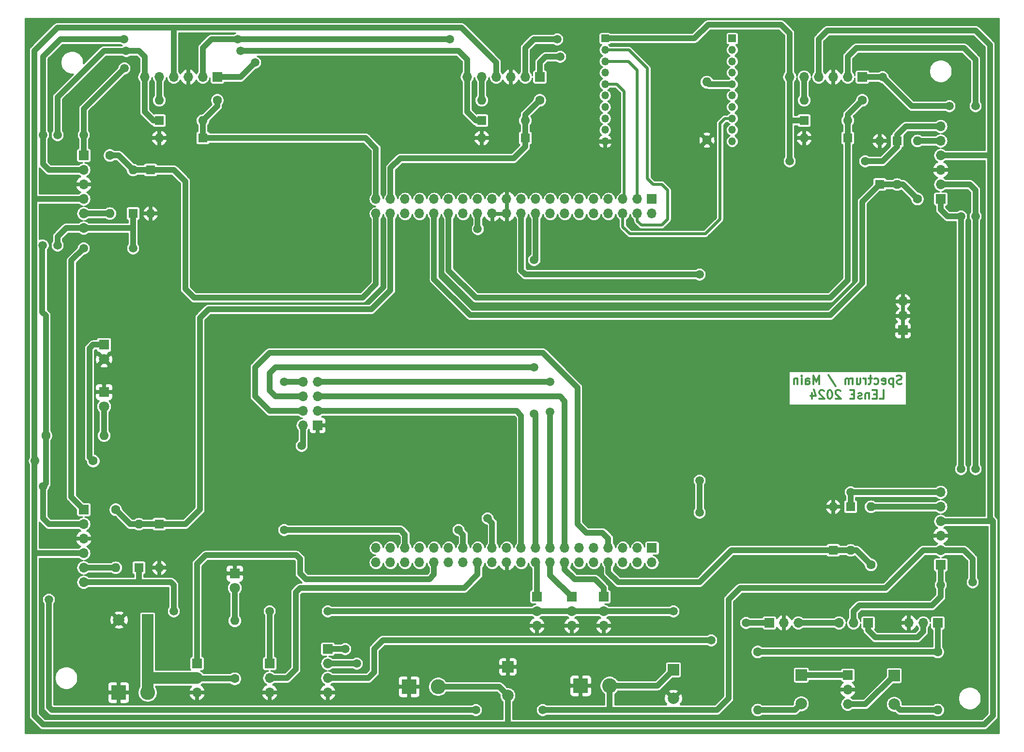
<source format=gbr>
%TF.GenerationSoftware,KiCad,Pcbnew,(5.0.1)-4*%
%TF.CreationDate,2024-02-15T09:49:57+01:00*%
%TF.ProjectId,AS_Spectrum_main,41535F537065637472756D5F6D61696E,rev?*%
%TF.SameCoordinates,Original*%
%TF.FileFunction,Copper,L2,Bot,Signal*%
%TF.FilePolarity,Positive*%
%FSLAX46Y46*%
G04 Gerber Fmt 4.6, Leading zero omitted, Abs format (unit mm)*
G04 Created by KiCad (PCBNEW (5.0.1)-4) date 15/02/2024 09:49:57*
%MOMM*%
%LPD*%
G01*
G04 APERTURE LIST*
%TA.AperFunction,NonConductor*%
%ADD10C,0.300000*%
%TD*%
%TA.AperFunction,ComponentPad*%
%ADD11O,1.600000X1.600000*%
%TD*%
%TA.AperFunction,ComponentPad*%
%ADD12C,1.600000*%
%TD*%
%TA.AperFunction,ComponentPad*%
%ADD13O,1.700000X1.700000*%
%TD*%
%TA.AperFunction,ComponentPad*%
%ADD14R,1.700000X1.700000*%
%TD*%
%TA.AperFunction,ComponentPad*%
%ADD15R,2.600000X2.600000*%
%TD*%
%TA.AperFunction,ComponentPad*%
%ADD16C,2.600000*%
%TD*%
%TA.AperFunction,ComponentPad*%
%ADD17R,1.350000X1.350000*%
%TD*%
%TA.AperFunction,ComponentPad*%
%ADD18O,1.350000X1.350000*%
%TD*%
%TA.AperFunction,ComponentPad*%
%ADD19C,2.000000*%
%TD*%
%TA.AperFunction,ComponentPad*%
%ADD20R,2.000000X2.000000*%
%TD*%
%TA.AperFunction,ComponentPad*%
%ADD21R,1.600000X1.600000*%
%TD*%
%TA.AperFunction,ComponentPad*%
%ADD22C,1.800000*%
%TD*%
%TA.AperFunction,ComponentPad*%
%ADD23R,1.800000X1.800000*%
%TD*%
%TA.AperFunction,ViaPad*%
%ADD24C,1.500000*%
%TD*%
%TA.AperFunction,Conductor*%
%ADD25C,1.000000*%
%TD*%
%TA.AperFunction,Conductor*%
%ADD26C,0.500000*%
%TD*%
%TA.AperFunction,Conductor*%
%ADD27C,2.000000*%
%TD*%
%TA.AperFunction,Conductor*%
%ADD28C,0.254000*%
%TD*%
G04 APERTURE END LIST*
D10*
X215712285Y-116680142D02*
X215498000Y-116751571D01*
X215140857Y-116751571D01*
X214998000Y-116680142D01*
X214926571Y-116608714D01*
X214855142Y-116465857D01*
X214855142Y-116323000D01*
X214926571Y-116180142D01*
X214998000Y-116108714D01*
X215140857Y-116037285D01*
X215426571Y-115965857D01*
X215569428Y-115894428D01*
X215640857Y-115823000D01*
X215712285Y-115680142D01*
X215712285Y-115537285D01*
X215640857Y-115394428D01*
X215569428Y-115323000D01*
X215426571Y-115251571D01*
X215069428Y-115251571D01*
X214855142Y-115323000D01*
X214212285Y-115751571D02*
X214212285Y-117251571D01*
X214212285Y-115823000D02*
X214069428Y-115751571D01*
X213783714Y-115751571D01*
X213640857Y-115823000D01*
X213569428Y-115894428D01*
X213498000Y-116037285D01*
X213498000Y-116465857D01*
X213569428Y-116608714D01*
X213640857Y-116680142D01*
X213783714Y-116751571D01*
X214069428Y-116751571D01*
X214212285Y-116680142D01*
X212283714Y-116680142D02*
X212426571Y-116751571D01*
X212712285Y-116751571D01*
X212855142Y-116680142D01*
X212926571Y-116537285D01*
X212926571Y-115965857D01*
X212855142Y-115823000D01*
X212712285Y-115751571D01*
X212426571Y-115751571D01*
X212283714Y-115823000D01*
X212212285Y-115965857D01*
X212212285Y-116108714D01*
X212926571Y-116251571D01*
X210926571Y-116680142D02*
X211069428Y-116751571D01*
X211355142Y-116751571D01*
X211498000Y-116680142D01*
X211569428Y-116608714D01*
X211640857Y-116465857D01*
X211640857Y-116037285D01*
X211569428Y-115894428D01*
X211498000Y-115823000D01*
X211355142Y-115751571D01*
X211069428Y-115751571D01*
X210926571Y-115823000D01*
X210498000Y-115751571D02*
X209926571Y-115751571D01*
X210283714Y-115251571D02*
X210283714Y-116537285D01*
X210212285Y-116680142D01*
X210069428Y-116751571D01*
X209926571Y-116751571D01*
X209426571Y-116751571D02*
X209426571Y-115751571D01*
X209426571Y-116037285D02*
X209355142Y-115894428D01*
X209283714Y-115823000D01*
X209140857Y-115751571D01*
X208998000Y-115751571D01*
X207855142Y-115751571D02*
X207855142Y-116751571D01*
X208498000Y-115751571D02*
X208498000Y-116537285D01*
X208426571Y-116680142D01*
X208283714Y-116751571D01*
X208069428Y-116751571D01*
X207926571Y-116680142D01*
X207855142Y-116608714D01*
X207140857Y-116751571D02*
X207140857Y-115751571D01*
X207140857Y-115894428D02*
X207069428Y-115823000D01*
X206926571Y-115751571D01*
X206712285Y-115751571D01*
X206569428Y-115823000D01*
X206498000Y-115965857D01*
X206498000Y-116751571D01*
X206498000Y-115965857D02*
X206426571Y-115823000D01*
X206283714Y-115751571D01*
X206069428Y-115751571D01*
X205926571Y-115823000D01*
X205855142Y-115965857D01*
X205855142Y-116751571D01*
X202926571Y-115180142D02*
X204212285Y-117108714D01*
X201283714Y-116751571D02*
X201283714Y-115251571D01*
X200783714Y-116323000D01*
X200283714Y-115251571D01*
X200283714Y-116751571D01*
X198926571Y-116751571D02*
X198926571Y-115965857D01*
X198998000Y-115823000D01*
X199140857Y-115751571D01*
X199426571Y-115751571D01*
X199569428Y-115823000D01*
X198926571Y-116680142D02*
X199069428Y-116751571D01*
X199426571Y-116751571D01*
X199569428Y-116680142D01*
X199640857Y-116537285D01*
X199640857Y-116394428D01*
X199569428Y-116251571D01*
X199426571Y-116180142D01*
X199069428Y-116180142D01*
X198926571Y-116108714D01*
X198212285Y-116751571D02*
X198212285Y-115751571D01*
X198212285Y-115251571D02*
X198283714Y-115323000D01*
X198212285Y-115394428D01*
X198140857Y-115323000D01*
X198212285Y-115251571D01*
X198212285Y-115394428D01*
X197498000Y-115751571D02*
X197498000Y-116751571D01*
X197498000Y-115894428D02*
X197426571Y-115823000D01*
X197283714Y-115751571D01*
X197069428Y-115751571D01*
X196926571Y-115823000D01*
X196855142Y-115965857D01*
X196855142Y-116751571D01*
X211855142Y-119301571D02*
X212569428Y-119301571D01*
X212569428Y-117801571D01*
X211355142Y-118515857D02*
X210855142Y-118515857D01*
X210640857Y-119301571D02*
X211355142Y-119301571D01*
X211355142Y-117801571D01*
X210640857Y-117801571D01*
X209998000Y-118301571D02*
X209998000Y-119301571D01*
X209998000Y-118444428D02*
X209926571Y-118373000D01*
X209783714Y-118301571D01*
X209569428Y-118301571D01*
X209426571Y-118373000D01*
X209355142Y-118515857D01*
X209355142Y-119301571D01*
X208712285Y-119230142D02*
X208569428Y-119301571D01*
X208283714Y-119301571D01*
X208140857Y-119230142D01*
X208069428Y-119087285D01*
X208069428Y-119015857D01*
X208140857Y-118873000D01*
X208283714Y-118801571D01*
X208498000Y-118801571D01*
X208640857Y-118730142D01*
X208712285Y-118587285D01*
X208712285Y-118515857D01*
X208640857Y-118373000D01*
X208498000Y-118301571D01*
X208283714Y-118301571D01*
X208140857Y-118373000D01*
X207426571Y-118515857D02*
X206926571Y-118515857D01*
X206712285Y-119301571D02*
X207426571Y-119301571D01*
X207426571Y-117801571D01*
X206712285Y-117801571D01*
X204998000Y-117944428D02*
X204926571Y-117873000D01*
X204783714Y-117801571D01*
X204426571Y-117801571D01*
X204283714Y-117873000D01*
X204212285Y-117944428D01*
X204140857Y-118087285D01*
X204140857Y-118230142D01*
X204212285Y-118444428D01*
X205069428Y-119301571D01*
X204140857Y-119301571D01*
X203212285Y-117801571D02*
X203069428Y-117801571D01*
X202926571Y-117873000D01*
X202855142Y-117944428D01*
X202783714Y-118087285D01*
X202712285Y-118373000D01*
X202712285Y-118730142D01*
X202783714Y-119015857D01*
X202855142Y-119158714D01*
X202926571Y-119230142D01*
X203069428Y-119301571D01*
X203212285Y-119301571D01*
X203355142Y-119230142D01*
X203426571Y-119158714D01*
X203498000Y-119015857D01*
X203569428Y-118730142D01*
X203569428Y-118373000D01*
X203498000Y-118087285D01*
X203426571Y-117944428D01*
X203355142Y-117873000D01*
X203212285Y-117801571D01*
X202140857Y-117944428D02*
X202069428Y-117873000D01*
X201926571Y-117801571D01*
X201569428Y-117801571D01*
X201426571Y-117873000D01*
X201355142Y-117944428D01*
X201283714Y-118087285D01*
X201283714Y-118230142D01*
X201355142Y-118444428D01*
X202212285Y-119301571D01*
X201283714Y-119301571D01*
X199998000Y-118301571D02*
X199998000Y-119301571D01*
X200355142Y-117730142D02*
X200712285Y-118801571D01*
X199783714Y-118801571D01*
D11*
%TO.P,R5,2*%
%TO.N,OUT_B3*%
X85852000Y-67056000D03*
D12*
%TO.P,R5,1*%
%TO.N,NUC_B3*%
X96012000Y-67056000D03*
%TD*%
D13*
%TO.P,J10,40*%
%TO.N,NUC_B2*%
X123777999Y-86915001D03*
%TO.P,J10,39*%
%TO.N,NUC_B3*%
X123777999Y-84375001D03*
%TO.P,J10,38*%
%TO.N,NUC_B1*%
X126317999Y-86915001D03*
%TO.P,J10,37*%
%TO.N,NUC_B4*%
X126317999Y-84375001D03*
%TO.P,J10,36*%
%TO.N,Net-(J10-Pad36)*%
X128857999Y-86915001D03*
%TO.P,J10,35*%
%TO.N,Net-(J10-Pad35)*%
X128857999Y-84375001D03*
%TO.P,J10,34*%
%TO.N,Net-(J10-Pad34)*%
X131397999Y-86915001D03*
%TO.P,J10,33*%
%TO.N,Net-(J10-Pad33)*%
X131397999Y-84375001D03*
%TO.P,J10,32*%
%TO.N,NUC_B5*%
X133937999Y-86915001D03*
%TO.P,J10,31*%
%TO.N,Net-(J10-Pad31)*%
X133937999Y-84375001D03*
%TO.P,J10,30*%
%TO.N,NUC_B4.5*%
X136477999Y-86915001D03*
%TO.P,J10,29*%
%TO.N,Net-(J10-Pad29)*%
X136477999Y-84375001D03*
%TO.P,J10,28*%
%TO.N,Net-(J10-Pad28)*%
X139017999Y-86915001D03*
%TO.P,J10,27*%
%TO.N,Net-(J10-Pad27)*%
X139017999Y-84375001D03*
%TO.P,J10,26*%
%TO.N,+12V*%
X141557999Y-86915001D03*
%TO.P,J10,25*%
%TO.N,USER_BUTTON*%
X141557999Y-84375001D03*
%TO.P,J10,24*%
%TO.N,GND*%
X144097999Y-86915001D03*
%TO.P,J10,23*%
%TO.N,Net-(J10-Pad23)*%
X144097999Y-84375001D03*
%TO.P,J10,22*%
%TO.N,GND*%
X146637999Y-86915001D03*
%TO.P,J10,21*%
X146637999Y-84375001D03*
%TO.P,J10,20*%
%TO.N,5V_NUC*%
X149177999Y-86915001D03*
%TO.P,J10,19*%
%TO.N,Net-(J10-Pad19)*%
X149177999Y-84375001D03*
%TO.P,J10,18*%
%TO.N,3.3V_NUC*%
X151717999Y-86915001D03*
%TO.P,J10,17*%
%TO.N,Net-(J10-Pad17)*%
X151717999Y-84375001D03*
%TO.P,J10,16*%
%TO.N,Net-(J10-Pad16)*%
X154257999Y-86915001D03*
%TO.P,J10,15*%
%TO.N,Net-(J10-Pad15)*%
X154257999Y-84375001D03*
%TO.P,J10,14*%
%TO.N,Net-(J10-Pad14)*%
X156797999Y-86915001D03*
%TO.P,J10,13*%
%TO.N,Net-(J10-Pad13)*%
X156797999Y-84375001D03*
%TO.P,J10,12*%
%TO.N,Net-(J10-Pad12)*%
X159337999Y-86915001D03*
%TO.P,J10,11*%
%TO.N,Net-(J10-Pad11)*%
X159337999Y-84375001D03*
%TO.P,J10,10*%
%TO.N,Net-(J10-Pad10)*%
X161877999Y-86915001D03*
%TO.P,J10,9*%
%TO.N,Net-(J10-Pad9)*%
X161877999Y-84375001D03*
%TO.P,J10,8*%
%TO.N,Net-(J10-Pad8)*%
X164417999Y-86915001D03*
%TO.P,J10,7*%
%TO.N,Net-(J10-Pad7)*%
X164417999Y-84375001D03*
%TO.P,J10,6*%
%TO.N,GPIO2_STATUS*%
X166957999Y-86915001D03*
%TO.P,J10,5*%
%TO.N,RESET_N*%
X166957999Y-84375001D03*
%TO.P,J10,4*%
%TO.N,S3_RX*%
X169497999Y-86915001D03*
%TO.P,J10,3*%
%TO.N,S3_TX*%
X169497999Y-84375001D03*
%TO.P,J10,2*%
%TO.N,Net-(J10-Pad2)*%
X172037999Y-86915001D03*
D14*
%TO.P,J10,1*%
%TO.N,Net-(J10-Pad1)*%
X172037999Y-84375001D03*
%TD*%
D15*
%TO.P,J12,1*%
%TO.N,GND*%
X78740000Y-170688000D03*
D16*
%TO.P,J12,2*%
%TO.N,5V_POW*%
X83820000Y-170688000D03*
%TD*%
D14*
%TO.P,J14,1*%
%TO.N,Net-(J14-Pad1)*%
X172037999Y-145415000D03*
D13*
%TO.P,J14,2*%
%TO.N,Net-(J14-Pad2)*%
X172037999Y-147955000D03*
%TO.P,J14,3*%
%TO.N,Net-(J14-Pad3)*%
X169497999Y-145415000D03*
%TO.P,J14,4*%
%TO.N,Net-(J14-Pad4)*%
X169497999Y-147955000D03*
%TO.P,J14,5*%
%TO.N,Net-(J14-Pad5)*%
X166957999Y-145415000D03*
%TO.P,J14,6*%
%TO.N,Net-(J14-Pad6)*%
X166957999Y-147955000D03*
%TO.P,J14,7*%
%TO.N,CSN_nRF*%
X164417999Y-145415000D03*
%TO.P,J14,8*%
%TO.N,NUC_B6*%
X164417999Y-147955000D03*
%TO.P,J14,9*%
%TO.N,Net-(J14-Pad9)*%
X161877999Y-145415000D03*
%TO.P,J14,10*%
%TO.N,Net-(J14-Pad10)*%
X161877999Y-147955000D03*
%TO.P,J14,11*%
%TO.N,Net-(J14-Pad11)*%
X159337999Y-145415000D03*
%TO.P,J14,12*%
%TO.N,Net-(J14-Pad12)*%
X159337999Y-147955000D03*
%TO.P,J14,13*%
%TO.N,SCK*%
X156797999Y-145415000D03*
%TO.P,J14,14*%
%TO.N,MISC*%
X156797999Y-147955000D03*
%TO.P,J14,15*%
%TO.N,MISO*%
X154257999Y-145415000D03*
%TO.P,J14,16*%
%TO.N,COLORS*%
X154257999Y-147955000D03*
%TO.P,J14,17*%
%TO.N,MOSI*%
X151717999Y-145415000D03*
%TO.P,J14,18*%
%TO.N,MODE*%
X151717999Y-147955000D03*
%TO.P,J14,19*%
%TO.N,CE_nRF*%
X149177999Y-145415000D03*
%TO.P,J14,20*%
%TO.N,Net-(J14-Pad20)*%
X149177999Y-147955000D03*
%TO.P,J14,21*%
%TO.N,Net-(J14-Pad21)*%
X146637999Y-145415000D03*
%TO.P,J14,22*%
%TO.N,GND*%
X146637999Y-147955000D03*
%TO.P,J14,23*%
%TO.N,S1_TX*%
X144097999Y-145415000D03*
%TO.P,J14,24*%
%TO.N,Net-(J14-Pad24)*%
X144097999Y-147955000D03*
%TO.P,J14,25*%
%TO.N,Net-(J14-Pad25)*%
X141557999Y-145415000D03*
%TO.P,J14,26*%
%TO.N,LUM*%
X141557999Y-147955000D03*
%TO.P,J14,27*%
%TO.N,S1_RX*%
X139017999Y-145415000D03*
%TO.P,J14,28*%
%TO.N,Net-(J14-Pad28)*%
X139017999Y-147955000D03*
%TO.P,J14,29*%
%TO.N,Net-(J14-Pad29)*%
X136477999Y-145415000D03*
%TO.P,J14,30*%
%TO.N,Net-(J14-Pad30)*%
X136477999Y-147955000D03*
%TO.P,J14,31*%
%TO.N,Net-(J14-Pad31)*%
X133937999Y-145415000D03*
%TO.P,J14,32*%
%TO.N,LED_1*%
X133937999Y-147955000D03*
%TO.P,J14,33*%
%TO.N,Net-(J14-Pad33)*%
X131397999Y-145415000D03*
%TO.P,J14,34*%
%TO.N,Net-(J14-Pad34)*%
X131397999Y-147955000D03*
%TO.P,J14,35*%
%TO.N,IRQ_nRF*%
X128857999Y-145415000D03*
%TO.P,J14,36*%
%TO.N,Net-(J14-Pad36)*%
X128857999Y-147955000D03*
%TO.P,J14,37*%
%TO.N,Net-(J14-Pad37)*%
X126317999Y-145415000D03*
%TO.P,J14,38*%
%TO.N,Net-(J14-Pad38)*%
X126317999Y-147955000D03*
%TO.P,J14,39*%
%TO.N,Net-(J14-Pad39)*%
X123777999Y-145415000D03*
%TO.P,J14,40*%
%TO.N,Net-(J14-Pad40)*%
X123777999Y-147955000D03*
%TD*%
D14*
%TO.P,J22,1*%
%TO.N,GND*%
X113538000Y-123952000D03*
D13*
%TO.P,J22,2*%
%TO.N,3.3V_NUC*%
X110998000Y-123952000D03*
%TO.P,J22,3*%
%TO.N,CE_nRF*%
X113538000Y-121412000D03*
%TO.P,J22,4*%
%TO.N,CSN_nRF*%
X110998000Y-121412000D03*
%TO.P,J22,5*%
%TO.N,SCK*%
X113538000Y-118872000D03*
%TO.P,J22,6*%
%TO.N,MOSI*%
X110998000Y-118872000D03*
%TO.P,J22,7*%
%TO.N,MISO*%
X113538000Y-116332000D03*
%TO.P,J22,8*%
%TO.N,IRQ_nRF*%
X110998000Y-116332000D03*
%TD*%
D17*
%TO.P,J9,1*%
%TO.N,3.3V_NUC*%
X163830000Y-56261000D03*
D18*
%TO.P,J9,2*%
%TO.N,S3_RX*%
X163830000Y-58261000D03*
%TO.P,J9,3*%
%TO.N,S3_TX*%
X163830000Y-60261000D03*
%TO.P,J9,4*%
%TO.N,Net-(J9-Pad4)*%
X163830000Y-62261000D03*
%TO.P,J9,5*%
%TO.N,RESET_N*%
X163830000Y-64261000D03*
%TO.P,J9,6*%
%TO.N,Net-(J9-Pad6)*%
X163830000Y-66261000D03*
%TO.P,J9,7*%
%TO.N,Net-(J9-Pad7)*%
X163830000Y-68261000D03*
%TO.P,J9,8*%
%TO.N,Net-(J9-Pad8)*%
X163830000Y-70261000D03*
%TO.P,J9,9*%
%TO.N,Net-(J9-Pad9)*%
X163830000Y-72261000D03*
%TO.P,J9,10*%
%TO.N,GND*%
X163830000Y-74261000D03*
%TD*%
%TO.P,J11,10*%
%TO.N,Net-(J11-Pad10)*%
X186055000Y-74261000D03*
%TO.P,J11,9*%
%TO.N,Net-(J11-Pad9)*%
X186055000Y-72261000D03*
%TO.P,J11,8*%
%TO.N,GPIO2_STATUS*%
X186055000Y-70261000D03*
%TO.P,J11,7*%
%TO.N,Net-(J11-Pad7)*%
X186055000Y-68261000D03*
%TO.P,J11,6*%
%TO.N,Net-(J11-Pad6)*%
X186055000Y-66261000D03*
%TO.P,J11,5*%
%TO.N,Net-(J11-Pad5)*%
X186055000Y-64261000D03*
%TO.P,J11,4*%
%TO.N,Net-(J11-Pad4)*%
X186055000Y-62261000D03*
%TO.P,J11,3*%
%TO.N,Net-(J11-Pad3)*%
X186055000Y-60261000D03*
%TO.P,J11,2*%
%TO.N,Net-(J11-Pad2)*%
X186055000Y-58261000D03*
D17*
%TO.P,J11,1*%
%TO.N,Net-(J11-Pad1)*%
X186055000Y-56261000D03*
%TD*%
D12*
%TO.P,R1,1*%
%TO.N,GND*%
X181610000Y-74041000D03*
D11*
%TO.P,R1,2*%
%TO.N,Net-(J11-Pad5)*%
X181610000Y-63881000D03*
%TD*%
D19*
%TO.P,C1,2*%
%TO.N,Net-(C1-Pad2)*%
X214376000Y-172720000D03*
D20*
%TO.P,C1,1*%
%TO.N,Net-(C1-Pad1)*%
X214376000Y-167720000D03*
%TD*%
%TO.P,C3,1*%
%TO.N,Net-(C3-Pad1)*%
X198120000Y-167640000D03*
D19*
%TO.P,C3,2*%
%TO.N,Net-(C3-Pad2)*%
X198120000Y-172640000D03*
%TD*%
D20*
%TO.P,C4,1*%
%TO.N,GND*%
X146812000Y-166196000D03*
D19*
%TO.P,C4,2*%
%TO.N,-12V*%
X146812000Y-171196000D03*
%TD*%
D11*
%TO.P,D1,2*%
%TO.N,NUC_B1*%
X82296000Y-141224000D03*
D21*
%TO.P,D1,1*%
%TO.N,3.3V_NUC*%
X82296000Y-148844000D03*
%TD*%
%TO.P,D2,1*%
%TO.N,NUC_B1*%
X85852000Y-141224000D03*
D11*
%TO.P,D2,2*%
%TO.N,GND*%
X85852000Y-148844000D03*
%TD*%
%TO.P,D3,2*%
%TO.N,NUC_B3*%
X93472000Y-70612000D03*
D21*
%TO.P,D3,1*%
%TO.N,3.3V_NUC*%
X85852000Y-70612000D03*
%TD*%
%TO.P,D4,1*%
%TO.N,NUC_B3*%
X93472000Y-73660000D03*
D11*
%TO.P,D4,2*%
%TO.N,GND*%
X85852000Y-73660000D03*
%TD*%
%TO.P,D5,2*%
%TO.N,NUC_B4.5*%
X206248000Y-70612000D03*
D21*
%TO.P,D5,1*%
%TO.N,3.3V_NUC*%
X198628000Y-70612000D03*
%TD*%
%TO.P,D6,1*%
%TO.N,NUC_B4.5*%
X206248000Y-73660000D03*
D11*
%TO.P,D6,2*%
%TO.N,GND*%
X198628000Y-73660000D03*
%TD*%
D21*
%TO.P,D7,1*%
%TO.N,3.3V_NUC*%
X81280000Y-86868000D03*
D11*
%TO.P,D7,2*%
%TO.N,NUC_B2*%
X81280000Y-79248000D03*
%TD*%
%TO.P,D8,2*%
%TO.N,GND*%
X84328000Y-86868000D03*
D21*
%TO.P,D8,1*%
%TO.N,NUC_B2*%
X84328000Y-79248000D03*
%TD*%
%TO.P,D9,1*%
%TO.N,3.3V_NUC*%
X142240000Y-70612000D03*
D11*
%TO.P,D9,2*%
%TO.N,NUC_B4*%
X149860000Y-70612000D03*
%TD*%
%TO.P,D10,2*%
%TO.N,GND*%
X142240000Y-73660000D03*
D21*
%TO.P,D10,1*%
%TO.N,NUC_B4*%
X149860000Y-73660000D03*
%TD*%
D11*
%TO.P,D11,2*%
%TO.N,NUC_B5*%
X214884000Y-81788000D03*
D21*
%TO.P,D11,1*%
%TO.N,3.3V_NUC*%
X214884000Y-74168000D03*
%TD*%
D11*
%TO.P,D12,2*%
%TO.N,GND*%
X211836000Y-74168000D03*
D21*
%TO.P,D12,1*%
%TO.N,NUC_B5*%
X211836000Y-81788000D03*
%TD*%
%TO.P,D13,1*%
%TO.N,3.3V_NUC*%
X206756000Y-138176000D03*
D11*
%TO.P,D13,2*%
%TO.N,NUC_B6*%
X206756000Y-145796000D03*
%TD*%
D21*
%TO.P,D14,1*%
%TO.N,NUC_B6*%
X203708000Y-145796000D03*
D11*
%TO.P,D14,2*%
%TO.N,GND*%
X203708000Y-138176000D03*
%TD*%
D14*
%TO.P,J2,1*%
%TO.N,3.3V_NUC*%
X105156000Y-165608000D03*
D13*
%TO.P,J2,2*%
%TO.N,LUM*%
X105156000Y-168148000D03*
%TO.P,J2,3*%
%TO.N,GND*%
X105156000Y-170688000D03*
%TD*%
D14*
%TO.P,J6,1*%
%TO.N,5V_NUC*%
X192532000Y-158496000D03*
D13*
%TO.P,J6,2*%
%TO.N,GND*%
X195072000Y-158496000D03*
%TO.P,J6,3*%
%TO.N,Micro_In*%
X197612000Y-158496000D03*
%TD*%
%TO.P,J7,3*%
%TO.N,Net-(C1-Pad1)*%
X206248000Y-172720000D03*
%TO.P,J7,2*%
%TO.N,GND*%
X206248000Y-170180000D03*
D14*
%TO.P,J7,1*%
%TO.N,Net-(C3-Pad1)*%
X206248000Y-167640000D03*
%TD*%
D16*
%TO.P,J8,2*%
%TO.N,-12V*%
X134620000Y-169672000D03*
D15*
%TO.P,J8,1*%
%TO.N,GND*%
X129540000Y-169672000D03*
%TD*%
D14*
%TO.P,J13,1*%
%TO.N,Micro*%
X72644000Y-138684000D03*
D13*
%TO.P,J13,2*%
%TO.N,+12V*%
X72644000Y-141224000D03*
%TO.P,J13,3*%
%TO.N,GND*%
X72644000Y-143764000D03*
%TO.P,J13,4*%
%TO.N,-12V*%
X72644000Y-146304000D03*
%TO.P,J13,5*%
%TO.N,OUT_B1*%
X72644000Y-148844000D03*
%TO.P,J13,6*%
%TO.N,3.3V_NUC*%
X72644000Y-151384000D03*
%TD*%
D14*
%TO.P,J15,1*%
%TO.N,S1_TX*%
X115316000Y-163068000D03*
D13*
%TO.P,J15,2*%
%TO.N,S1_RX*%
X115316000Y-165608000D03*
%TO.P,J15,3*%
%TO.N,5V_NUC*%
X115316000Y-168148000D03*
%TO.P,J15,4*%
%TO.N,GND*%
X115316000Y-170688000D03*
%TD*%
%TO.P,J16,6*%
%TO.N,3.3V_NUC*%
X72644000Y-89408000D03*
%TO.P,J16,5*%
%TO.N,OUT_B2*%
X72644000Y-86868000D03*
%TO.P,J16,4*%
%TO.N,-12V*%
X72644000Y-84328000D03*
%TO.P,J16,3*%
%TO.N,GND*%
X72644000Y-81788000D03*
%TO.P,J16,2*%
%TO.N,+12V*%
X72644000Y-79248000D03*
D14*
%TO.P,J16,1*%
%TO.N,Micro*%
X72644000Y-76708000D03*
%TD*%
%TO.P,J17,1*%
%TO.N,Micro*%
X96012000Y-62992000D03*
D13*
%TO.P,J17,2*%
%TO.N,+12V*%
X93472000Y-62992000D03*
%TO.P,J17,3*%
%TO.N,GND*%
X90932000Y-62992000D03*
%TO.P,J17,4*%
%TO.N,-12V*%
X88392000Y-62992000D03*
%TO.P,J17,5*%
%TO.N,OUT_B3*%
X85852000Y-62992000D03*
%TO.P,J17,6*%
%TO.N,3.3V_NUC*%
X83312000Y-62992000D03*
%TD*%
%TO.P,J19,6*%
%TO.N,3.3V_NUC*%
X139700000Y-62992000D03*
%TO.P,J19,5*%
%TO.N,OUT_B4*%
X142240000Y-62992000D03*
%TO.P,J19,4*%
%TO.N,-12V*%
X144780000Y-62992000D03*
%TO.P,J19,3*%
%TO.N,GND*%
X147320000Y-62992000D03*
%TO.P,J19,2*%
%TO.N,+12V*%
X149860000Y-62992000D03*
D14*
%TO.P,J19,1*%
%TO.N,Micro*%
X152400000Y-62992000D03*
%TD*%
%TO.P,J20,1*%
%TO.N,Micro*%
X208788000Y-62992000D03*
D13*
%TO.P,J20,2*%
%TO.N,+12V*%
X206248000Y-62992000D03*
%TO.P,J20,3*%
%TO.N,GND*%
X203708000Y-62992000D03*
%TO.P,J20,4*%
%TO.N,-12V*%
X201168000Y-62992000D03*
%TO.P,J20,5*%
%TO.N,OUT_B4.5*%
X198628000Y-62992000D03*
%TO.P,J20,6*%
%TO.N,3.3V_NUC*%
X196088000Y-62992000D03*
%TD*%
D14*
%TO.P,J21,1*%
%TO.N,Micro*%
X222504000Y-84328000D03*
D13*
%TO.P,J21,2*%
%TO.N,+12V*%
X222504000Y-81788000D03*
%TO.P,J21,3*%
%TO.N,GND*%
X222504000Y-79248000D03*
%TO.P,J21,4*%
%TO.N,-12V*%
X222504000Y-76708000D03*
%TO.P,J21,5*%
%TO.N,OUT_B5*%
X222504000Y-74168000D03*
%TO.P,J21,6*%
%TO.N,3.3V_NUC*%
X222504000Y-71628000D03*
%TD*%
%TO.P,J23,6*%
%TO.N,3.3V_NUC*%
X222504000Y-135636000D03*
%TO.P,J23,5*%
%TO.N,OUT_B6*%
X222504000Y-138176000D03*
%TO.P,J23,4*%
%TO.N,-12V*%
X222504000Y-140716000D03*
%TO.P,J23,3*%
%TO.N,GND*%
X222504000Y-143256000D03*
%TO.P,J23,2*%
%TO.N,+12V*%
X222504000Y-145796000D03*
D14*
%TO.P,J23,1*%
%TO.N,Micro*%
X222504000Y-148336000D03*
%TD*%
%TO.P,J24,1*%
%TO.N,Jack*%
X209804000Y-158496000D03*
D13*
%TO.P,J24,2*%
%TO.N,Micro*%
X207264000Y-158496000D03*
%TO.P,J24,3*%
%TO.N,Micro_In*%
X204724000Y-158496000D03*
%TD*%
%TO.P,J25,3*%
%TO.N,GND*%
X216916000Y-158496000D03*
%TO.P,J25,2*%
%TO.N,Jack*%
X219456000Y-158496000D03*
D14*
%TO.P,J25,1*%
%TO.N,Net-(J25-Pad1)*%
X221996000Y-158496000D03*
%TD*%
D12*
%TO.P,R2,1*%
%TO.N,Net-(J25-Pad1)*%
X221996000Y-163576000D03*
D11*
%TO.P,R2,2*%
%TO.N,Net-(C1-Pad2)*%
X221996000Y-173736000D03*
%TD*%
%TO.P,R3,2*%
%TO.N,Net-(C3-Pad2)*%
X190500000Y-173736000D03*
D12*
%TO.P,R3,1*%
%TO.N,Net-(J25-Pad1)*%
X190500000Y-163576000D03*
%TD*%
D11*
%TO.P,R4,2*%
%TO.N,OUT_B1*%
X78232000Y-148844000D03*
D12*
%TO.P,R4,1*%
%TO.N,NUC_B1*%
X78232000Y-138684000D03*
%TD*%
%TO.P,R6,1*%
%TO.N,NUC_B4.5*%
X208788000Y-67056000D03*
D11*
%TO.P,R6,2*%
%TO.N,OUT_B4.5*%
X198628000Y-67056000D03*
%TD*%
D12*
%TO.P,R7,1*%
%TO.N,NUC_B2*%
X77216000Y-76708000D03*
D11*
%TO.P,R7,2*%
%TO.N,OUT_B2*%
X77216000Y-86868000D03*
%TD*%
D12*
%TO.P,R8,1*%
%TO.N,NUC_B4*%
X152400000Y-67056000D03*
D11*
%TO.P,R8,2*%
%TO.N,OUT_B4*%
X142240000Y-67056000D03*
%TD*%
D12*
%TO.P,R9,1*%
%TO.N,NUC_B5*%
X218440000Y-84328000D03*
D11*
%TO.P,R9,2*%
%TO.N,OUT_B5*%
X218440000Y-74168000D03*
%TD*%
%TO.P,R10,2*%
%TO.N,OUT_B6*%
X210312000Y-138176000D03*
D12*
%TO.P,R10,1*%
%TO.N,NUC_B6*%
X210312000Y-148336000D03*
%TD*%
D20*
%TO.P,C2,1*%
%TO.N,+12V*%
X175768000Y-166704000D03*
D19*
%TO.P,C2,2*%
%TO.N,GND*%
X175768000Y-171704000D03*
%TD*%
D14*
%TO.P,J1,1*%
%TO.N,MODE*%
X151892000Y-153924000D03*
D13*
%TO.P,J1,2*%
%TO.N,3.3V_NUC*%
X151892000Y-156464000D03*
%TO.P,J1,3*%
%TO.N,GND*%
X151892000Y-159004000D03*
%TD*%
%TO.P,J3,3*%
%TO.N,GND*%
X157988000Y-159004000D03*
%TO.P,J3,2*%
%TO.N,3.3V_NUC*%
X157988000Y-156464000D03*
D14*
%TO.P,J3,1*%
%TO.N,COLORS*%
X157988000Y-153924000D03*
%TD*%
%TO.P,J4,1*%
%TO.N,MISC*%
X163576000Y-153924000D03*
D13*
%TO.P,J4,2*%
%TO.N,3.3V_NUC*%
X163576000Y-156464000D03*
%TO.P,J4,3*%
%TO.N,GND*%
X163576000Y-159004000D03*
%TD*%
D15*
%TO.P,J5,1*%
%TO.N,GND*%
X159529001Y-169493001D03*
D16*
%TO.P,J5,2*%
%TO.N,+12V*%
X164609001Y-169493001D03*
%TD*%
D14*
%TO.P,J18,1*%
%TO.N,GND*%
X215900000Y-107315000D03*
D13*
%TO.P,J18,2*%
X215900000Y-104775000D03*
%TO.P,J18,3*%
X215900000Y-102235000D03*
%TD*%
%TO.P,J32,3*%
%TO.N,GND*%
X92456000Y-170688000D03*
%TO.P,J32,2*%
%TO.N,5V_POW*%
X92456000Y-168148000D03*
D14*
%TO.P,J32,1*%
%TO.N,LED_1*%
X92456000Y-165608000D03*
%TD*%
D20*
%TO.P,C5,1*%
%TO.N,5V_POW*%
X83820000Y-157988000D03*
D19*
%TO.P,C5,2*%
%TO.N,GND*%
X78820000Y-157988000D03*
%TD*%
D22*
%TO.P,D15,2*%
%TO.N,Net-(D15-Pad2)*%
X76200000Y-120650000D03*
D23*
%TO.P,D15,1*%
%TO.N,GND*%
X76200000Y-118110000D03*
%TD*%
%TO.P,D16,1*%
%TO.N,Net-(D16-Pad1)*%
X76200000Y-109855000D03*
D22*
%TO.P,D16,2*%
%TO.N,GND*%
X76200000Y-112395000D03*
%TD*%
D23*
%TO.P,D17,1*%
%TO.N,GND*%
X99060000Y-149860000D03*
D22*
%TO.P,D17,2*%
%TO.N,Net-(D17-Pad2)*%
X99060000Y-152400000D03*
%TD*%
D12*
%TO.P,R11,1*%
%TO.N,+12V*%
X66040000Y-125730000D03*
D11*
%TO.P,R11,2*%
%TO.N,Net-(D15-Pad2)*%
X76200000Y-125730000D03*
%TD*%
%TO.P,R12,2*%
%TO.N,-12V*%
X64135000Y-130175000D03*
D12*
%TO.P,R12,1*%
%TO.N,Net-(D16-Pad1)*%
X74295000Y-130175000D03*
%TD*%
%TO.P,R13,1*%
%TO.N,5V_POW*%
X99060000Y-168275000D03*
D11*
%TO.P,R13,2*%
%TO.N,Net-(D17-Pad2)*%
X99060000Y-158115000D03*
%TD*%
D24*
%TO.N,5V_NUC*%
X182372000Y-161544000D03*
X188468000Y-158496000D03*
X192532000Y-158496000D03*
X180340000Y-97536000D03*
X180340000Y-97536000D03*
X180340000Y-133604000D03*
X180340000Y-139192000D03*
%TO.N,3.3V_NUC*%
X115316000Y-156464000D03*
X88392000Y-156464000D03*
X105156000Y-156464000D03*
X175768000Y-156464000D03*
X206755996Y-135636000D03*
X151384000Y-94996000D03*
X81280000Y-92963998D03*
X209296000Y-77724000D03*
X209296000Y-77724000D03*
X196088000Y-77724000D03*
X110744000Y-127508000D03*
X100076000Y-58420000D03*
X68072000Y-92456000D03*
X68072004Y-73152000D03*
X80087989Y-58420002D03*
%TO.N,MISO*%
X154257999Y-121586001D03*
X154257999Y-116332000D03*
%TO.N,MOSI*%
X151384000Y-121920000D03*
X151384000Y-113792000D03*
%TO.N,IRQ_nRF*%
X107696000Y-116332000D03*
X107696000Y-142240000D03*
%TO.N,+12V*%
X141557999Y-89582001D03*
X65531996Y-134620000D03*
X152908000Y-173736000D03*
X141223994Y-173736004D03*
X228600000Y-68072000D03*
X228599998Y-87376002D03*
X228600000Y-131572000D03*
X228092004Y-151384000D03*
X155448000Y-56388000D03*
X136652000Y-56388000D03*
X99568000Y-56388000D03*
X66548000Y-154432000D03*
X65458010Y-92456004D03*
X65532000Y-73151998D03*
X79746688Y-56388000D03*
%TO.N,Micro*%
X155956000Y-59435998D03*
X222504000Y-151892006D03*
X224028001Y-68071999D03*
X212344000Y-62992000D03*
X226060000Y-87376000D03*
X226060000Y-131572000D03*
X102616000Y-60452000D03*
X72644000Y-73152000D03*
X72644000Y-92964000D03*
X79756000Y-61468000D03*
%TO.N,S1_TX*%
X118364000Y-163068000D03*
X143256000Y-140208004D03*
%TO.N,S1_RX*%
X120396000Y-165608000D03*
X138176000Y-142240000D03*
%TD*%
D25*
%TO.N,5V_NUC*%
X188468000Y-158496000D02*
X192532000Y-158496000D01*
X123444000Y-163068000D02*
X124968000Y-161544000D01*
X123444000Y-167132000D02*
X123444000Y-163068000D01*
X115316000Y-168148000D02*
X122428000Y-168148000D01*
X124968000Y-161544000D02*
X182372000Y-161544000D01*
X122428000Y-168148000D02*
X123444000Y-167132000D01*
X149177999Y-86915001D02*
X149177999Y-96853999D01*
X149177999Y-96853999D02*
X149860000Y-97536000D01*
X149860000Y-97536000D02*
X180340000Y-97536000D01*
X180340000Y-133604000D02*
X180340000Y-139192000D01*
D26*
%TO.N,RESET_N*%
X167132000Y-84201000D02*
X166957999Y-84375001D01*
X167132000Y-65532000D02*
X167132000Y-84201000D01*
X163830000Y-64261000D02*
X165861000Y-64261000D01*
X165861000Y-64261000D02*
X167132000Y-65532000D01*
%TO.N,GPIO2_STATUS*%
X186055000Y-70261000D02*
X184755000Y-70261000D01*
X184755000Y-70261000D02*
X183896000Y-71120000D01*
X183896000Y-71120000D02*
X183896000Y-87884000D01*
X183896000Y-87884000D02*
X181356000Y-90424000D01*
X181356000Y-90424000D02*
X168148000Y-90424000D01*
X166957999Y-89233999D02*
X166957999Y-86915001D01*
X168148000Y-90424000D02*
X166957999Y-89233999D01*
D25*
%TO.N,Net-(J11-Pad5)*%
X181990000Y-64261000D02*
X181610000Y-63881000D01*
X186055000Y-64261000D02*
X181990000Y-64261000D01*
%TO.N,3.3V_NUC*%
X142240000Y-70612000D02*
X141224000Y-70612000D01*
X141224000Y-70612000D02*
X139700000Y-69088000D01*
X139700000Y-69088000D02*
X139700000Y-62992000D01*
X197612000Y-70612000D02*
X198628000Y-70612000D01*
X222504000Y-71628000D02*
X216408000Y-71628000D01*
X214884000Y-73152000D02*
X214884000Y-74168000D01*
X216408000Y-71628000D02*
X214884000Y-73152000D01*
X82296000Y-148844000D02*
X82296000Y-151384000D01*
X81534000Y-151384000D02*
X72644000Y-151384000D01*
X87884000Y-151384000D02*
X81534000Y-151384000D01*
X88392000Y-156464000D02*
X88392000Y-151892000D01*
X88392000Y-151892000D02*
X87884000Y-151384000D01*
X105156000Y-165608000D02*
X105156000Y-156464000D01*
X216408000Y-135636000D02*
X222504000Y-135636000D01*
X84836000Y-70612000D02*
X85852000Y-70612000D01*
X83312000Y-62992000D02*
X83312000Y-69088000D01*
X83312000Y-69088000D02*
X84836000Y-70612000D01*
X160528000Y-156464000D02*
X163576000Y-156464000D01*
X115316000Y-156464000D02*
X160528000Y-156464000D01*
X163576000Y-156464000D02*
X175768000Y-156464000D01*
X206756000Y-135636000D02*
X208280000Y-135636000D01*
X206756000Y-138176000D02*
X206756000Y-135636000D01*
X208280000Y-135636000D02*
X206755996Y-135636000D01*
X163830000Y-56261000D02*
X179451000Y-56261000D01*
X179451000Y-56261000D02*
X181864000Y-53848000D01*
X181864000Y-53848000D02*
X194564000Y-53848000D01*
X196088000Y-55372000D02*
X196088000Y-62992000D01*
X194564000Y-53848000D02*
X196088000Y-55372000D01*
X151717999Y-94662001D02*
X151384000Y-94996000D01*
X81280000Y-89408000D02*
X81280000Y-86868000D01*
X72644000Y-89408000D02*
X81280000Y-89408000D01*
X81280000Y-89408000D02*
X81280000Y-92963998D01*
X216408000Y-135636000D02*
X208280000Y-135636000D01*
X151717999Y-91106001D02*
X151717999Y-94662001D01*
X151717999Y-86915001D02*
X151717999Y-91106001D01*
X196088000Y-70612000D02*
X197612000Y-70612000D01*
X151717999Y-91106001D02*
X151717999Y-94996000D01*
X196088000Y-62992000D02*
X196088000Y-70612000D01*
X214884000Y-74168000D02*
X214884000Y-75184000D01*
X214884000Y-75184000D02*
X212344000Y-77724000D01*
X212344000Y-77724000D02*
X209296000Y-77724000D01*
X110998000Y-123952000D02*
X110998000Y-127254000D01*
X110998000Y-127254000D02*
X110744000Y-127508000D01*
X196088000Y-77724000D02*
X196088000Y-70612000D01*
X138176000Y-58420000D02*
X100076000Y-58420000D01*
X139700000Y-62992000D02*
X139700000Y-59944000D01*
X139700000Y-59944000D02*
X138176000Y-58420000D01*
X72644000Y-89408000D02*
X69596000Y-89408000D01*
X68072000Y-90932000D02*
X68072000Y-92456000D01*
X69596000Y-89408000D02*
X68072000Y-90932000D01*
X68072004Y-66547996D02*
X76199998Y-58420002D01*
X68072004Y-73152000D02*
X68072004Y-66547996D01*
X76199998Y-58420002D02*
X80087989Y-58420002D01*
X82296002Y-58420002D02*
X80087989Y-58420002D01*
X83312000Y-62992000D02*
X83312000Y-59436000D01*
X83312000Y-59436000D02*
X82296002Y-58420002D01*
%TO.N,SCK*%
X156797999Y-145415000D02*
X156797999Y-119713999D01*
X155956000Y-118872000D02*
X113538000Y-118872000D01*
X156797999Y-119713999D02*
X155956000Y-118872000D01*
%TO.N,MISO*%
X154257999Y-145415000D02*
X154257999Y-121586001D01*
X154257999Y-116332000D02*
X113538000Y-116332000D01*
%TO.N,MOSI*%
X151717999Y-145415000D02*
X151717999Y-122253999D01*
X151717999Y-122253999D02*
X151384000Y-121920000D01*
X105156000Y-117856000D02*
X105156000Y-114808000D01*
X106172000Y-113792000D02*
X151384000Y-113792000D01*
X105156000Y-114808000D02*
X106172000Y-113792000D01*
X106172000Y-118872000D02*
X105156000Y-117856000D01*
X110998000Y-118872000D02*
X106172000Y-118872000D01*
%TO.N,CSN_nRF*%
X164417999Y-143764000D02*
X164417999Y-145415000D01*
X163401999Y-142748000D02*
X164417999Y-143764000D01*
X159004000Y-117348000D02*
X159004000Y-141224000D01*
X160528000Y-142748000D02*
X163401999Y-142748000D01*
X105156000Y-121412000D02*
X102616000Y-118872000D01*
X102616000Y-118872000D02*
X102616000Y-113792000D01*
X152908000Y-111252000D02*
X159004000Y-117348000D01*
X102616000Y-113792000D02*
X105156000Y-111252000D01*
X105156000Y-111252000D02*
X152908000Y-111252000D01*
X159004000Y-141224000D02*
X160528000Y-142748000D01*
X110998000Y-121412000D02*
X105156000Y-121412000D01*
%TO.N,IRQ_nRF*%
X110998000Y-116332000D02*
X107696000Y-116332000D01*
X128857999Y-145415000D02*
X128857999Y-143081999D01*
X128857999Y-143081999D02*
X128016000Y-142240000D01*
X107696000Y-142240000D02*
X128016000Y-142240000D01*
%TO.N,CE_nRF*%
X149177999Y-122253999D02*
X149177999Y-145415000D01*
X113538000Y-121412000D02*
X148336000Y-121412000D01*
X148336000Y-121412000D02*
X149177999Y-122253999D01*
%TO.N,LED_1*%
X133096000Y-150876000D02*
X133937999Y-150034001D01*
X111506000Y-150876000D02*
X133096000Y-150876000D01*
X92456000Y-165608000D02*
X92456000Y-148209000D01*
X92456000Y-148209000D02*
X93980000Y-146685000D01*
X93980000Y-146685000D02*
X109855000Y-146685000D01*
X109855000Y-146685000D02*
X110490000Y-147320000D01*
X110490000Y-147320000D02*
X110490000Y-149860000D01*
X133937999Y-150034001D02*
X133937999Y-147955000D01*
X110490000Y-149860000D02*
X111506000Y-150876000D01*
%TO.N,Net-(C1-Pad2)*%
X215392000Y-173736000D02*
X214376000Y-172720000D01*
X221996000Y-173736000D02*
X215392000Y-173736000D01*
%TO.N,Net-(C1-Pad1)*%
X209376000Y-172720000D02*
X214376000Y-167720000D01*
X206248000Y-172720000D02*
X209376000Y-172720000D01*
%TO.N,+12V*%
X172978999Y-169493001D02*
X175768000Y-166704000D01*
X164609001Y-169493001D02*
X172978999Y-169493001D01*
X141557999Y-86915001D02*
X141557999Y-89582001D01*
X65531996Y-140207996D02*
X65531996Y-134620000D01*
X72644000Y-141224000D02*
X66548000Y-141224000D01*
X66548000Y-141224000D02*
X65531996Y-140207996D01*
X164592000Y-173736000D02*
X152908000Y-173736000D01*
X164609001Y-169493001D02*
X164609001Y-173718999D01*
X164609001Y-173718999D02*
X164592000Y-173736000D01*
X219456000Y-145796000D02*
X222504000Y-145796000D01*
X212852000Y-152400000D02*
X219456000Y-145796000D01*
X183388000Y-173736000D02*
X185420000Y-171704000D01*
X164592000Y-173736000D02*
X183388000Y-173736000D01*
X187452000Y-152400000D02*
X212852000Y-152400000D01*
X185420000Y-171704000D02*
X185420000Y-154432000D01*
X185420000Y-154432000D02*
X187452000Y-152400000D01*
X228600000Y-59944000D02*
X228600000Y-68072000D01*
X226568000Y-57912000D02*
X228600000Y-59944000D01*
X206248000Y-62992000D02*
X206248000Y-59436000D01*
X207772000Y-57912000D02*
X226568000Y-57912000D01*
X206248000Y-59436000D02*
X207772000Y-57912000D01*
X228599998Y-82803998D02*
X228599998Y-87376002D01*
X222504000Y-81788000D02*
X227584000Y-81788000D01*
X227584000Y-81788000D02*
X228599998Y-82803998D01*
X228599998Y-87376002D02*
X228599998Y-131571998D01*
X228599998Y-131571998D02*
X228600000Y-131572000D01*
X228092004Y-147320004D02*
X228092004Y-151384000D01*
X222504000Y-145796000D02*
X226568000Y-145796000D01*
X226568000Y-145796000D02*
X228092004Y-147320004D01*
X136652000Y-56388000D02*
X99568000Y-56388000D01*
X94996000Y-56388000D02*
X99568000Y-56388000D01*
X93472000Y-62992000D02*
X93472000Y-57912000D01*
X93472000Y-57912000D02*
X94996000Y-56388000D01*
X66548000Y-173228000D02*
X66548000Y-154432000D01*
X67056004Y-173736004D02*
X66548000Y-173228000D01*
X141223994Y-173736004D02*
X67056004Y-173736004D01*
X72644000Y-79248000D02*
X66547992Y-79248000D01*
X66547992Y-79248000D02*
X65532000Y-78232008D01*
X65532000Y-78232008D02*
X65532000Y-73151998D01*
X65532000Y-59436000D02*
X68580000Y-56388000D01*
X65532000Y-73151998D02*
X65532000Y-59436000D01*
X68580000Y-56388000D02*
X79746688Y-56388000D01*
X149860000Y-62992000D02*
X149860000Y-57912000D01*
X151384000Y-56388000D02*
X155448000Y-56388000D01*
X149860000Y-57912000D02*
X151384000Y-56388000D01*
X65405000Y-92509014D02*
X65458010Y-92456004D01*
X65405000Y-104140000D02*
X65405000Y-92509014D01*
X66040000Y-104775000D02*
X65405000Y-104140000D01*
X65531996Y-134620000D02*
X66040000Y-134111996D01*
X66040000Y-134111996D02*
X66040000Y-104775000D01*
%TO.N,Net-(C3-Pad1)*%
X206248000Y-167640000D02*
X198120000Y-167640000D01*
%TO.N,Net-(C3-Pad2)*%
X197024000Y-173736000D02*
X198120000Y-172640000D01*
X190500000Y-173736000D02*
X197024000Y-173736000D01*
%TO.N,-12V*%
X145288000Y-169672000D02*
X146812000Y-171196000D01*
X134620000Y-169672000D02*
X145288000Y-169672000D01*
X231648000Y-140716000D02*
X222504000Y-140716000D01*
X231648000Y-174752000D02*
X231648000Y-140716000D01*
X230124000Y-176276000D02*
X231648000Y-174752000D01*
X146812000Y-171196000D02*
X146812000Y-176276000D01*
X146812000Y-176276000D02*
X230124000Y-176276000D01*
X201168000Y-61976000D02*
X201168000Y-62992000D01*
X201168000Y-56388000D02*
X201168000Y-61976000D01*
X231140000Y-76708000D02*
X231140000Y-57404000D01*
X231140000Y-57404000D02*
X228600000Y-54864000D01*
X202692000Y-54864000D02*
X201168000Y-56388000D01*
X228600000Y-54864000D02*
X202692000Y-54864000D01*
X231140000Y-76708000D02*
X222504000Y-76708000D01*
X231648000Y-140716000D02*
X231140000Y-140208000D01*
X231140000Y-140208000D02*
X231140000Y-76708000D01*
X88392000Y-54356000D02*
X82804000Y-54356000D01*
X88392000Y-62992000D02*
X88392000Y-54356000D01*
X64008000Y-174752000D02*
X64008000Y-146304000D01*
X146812000Y-176276000D02*
X65532000Y-176276000D01*
X65532000Y-176276000D02*
X64008000Y-174752000D01*
X64008000Y-146304000D02*
X72644000Y-146304000D01*
X64008000Y-136144000D02*
X64008000Y-146304000D01*
X72644000Y-84328000D02*
X64008000Y-84328000D01*
X64008000Y-84328000D02*
X64008000Y-136144000D01*
X68072000Y-54356000D02*
X82804000Y-54356000D01*
X64008000Y-84328000D02*
X64008000Y-58420000D01*
X64008000Y-58420000D02*
X68072000Y-54356000D01*
X138684000Y-54356000D02*
X82804000Y-54356000D01*
X144780000Y-62992000D02*
X144780000Y-60452000D01*
X144780000Y-60452000D02*
X138684000Y-54356000D01*
%TO.N,NUC_B1*%
X78232000Y-138684000D02*
X80772000Y-141224000D01*
X80772000Y-141224000D02*
X82296000Y-141224000D01*
X85852000Y-141224000D02*
X82296000Y-141224000D01*
X92964000Y-105156000D02*
X94488000Y-103632000D01*
X90424000Y-141224000D02*
X92964000Y-138684000D01*
X85852000Y-141224000D02*
X90424000Y-141224000D01*
X92964000Y-138684000D02*
X92964000Y-105156000D01*
X94488000Y-103632000D02*
X122936000Y-103632000D01*
X126317999Y-100250001D02*
X126238000Y-100330000D01*
X126317999Y-86915001D02*
X126317999Y-100250001D01*
X122936000Y-103632000D02*
X126238000Y-100330000D01*
%TO.N,NUC_B3*%
X96012000Y-68072000D02*
X93472000Y-70612000D01*
X96012000Y-67056000D02*
X96012000Y-68072000D01*
X93472000Y-70612000D02*
X93472000Y-73660000D01*
X93472000Y-73660000D02*
X121920000Y-73660000D01*
X123777999Y-75517999D02*
X123777999Y-84375001D01*
X121920000Y-73660000D02*
X123777999Y-75517999D01*
%TO.N,NUC_B4.5*%
X206248000Y-69596000D02*
X208788000Y-67056000D01*
X206248000Y-70612000D02*
X206248000Y-69596000D01*
X206248000Y-73660000D02*
X206248000Y-70612000D01*
X136477999Y-86915001D02*
X136477999Y-96853999D01*
X136477999Y-96853999D02*
X141224000Y-101600000D01*
X141224000Y-101600000D02*
X203200000Y-101600000D01*
X206248000Y-98552000D02*
X206248000Y-73660000D01*
X203200000Y-101600000D02*
X206248000Y-98552000D01*
%TO.N,NUC_B2*%
X78740000Y-76708000D02*
X81280000Y-79248000D01*
X77216000Y-76708000D02*
X78740000Y-76708000D01*
X81280000Y-79248000D02*
X84328000Y-79248000D01*
X91948000Y-101600000D02*
X90424000Y-100076000D01*
X90424000Y-100076000D02*
X90424000Y-81280000D01*
X88392000Y-79248000D02*
X84328000Y-79248000D01*
X90424000Y-81280000D02*
X88392000Y-79248000D01*
X91948000Y-101600000D02*
X121412000Y-101600000D01*
X123777999Y-99234001D02*
X123777999Y-86915001D01*
X121412000Y-101600000D02*
X123777999Y-99234001D01*
%TO.N,NUC_B4*%
X149860000Y-69596000D02*
X152400000Y-67056000D01*
X149860000Y-70612000D02*
X149860000Y-69596000D01*
X149860000Y-73660000D02*
X149860000Y-70612000D01*
X149860000Y-73660000D02*
X149860000Y-75184000D01*
X149860000Y-75184000D02*
X147828000Y-77216000D01*
X147828000Y-77216000D02*
X128016000Y-77216000D01*
X126317999Y-78914001D02*
X126317999Y-84375001D01*
X128016000Y-77216000D02*
X126317999Y-78914001D01*
%TO.N,NUC_B5*%
X211836000Y-81788000D02*
X214884000Y-81788000D01*
X215900000Y-81788000D02*
X218440000Y-84328000D01*
X214884000Y-81788000D02*
X215900000Y-81788000D01*
X133937999Y-86915001D02*
X133937999Y-98377999D01*
X133937999Y-98377999D02*
X140208000Y-104648000D01*
X140208000Y-104648000D02*
X203200000Y-104648000D01*
X203200000Y-104648000D02*
X208788000Y-99060000D01*
X208788000Y-84836000D02*
X211836000Y-81788000D01*
X208788000Y-99060000D02*
X208788000Y-84836000D01*
%TO.N,NUC_B6*%
X207772000Y-145796000D02*
X210312000Y-148336000D01*
X206756000Y-145796000D02*
X207772000Y-145796000D01*
X206756000Y-145796000D02*
X203708000Y-145796000D01*
X180340000Y-151384000D02*
X185928000Y-145796000D01*
X166116000Y-151384000D02*
X180340000Y-151384000D01*
X185928000Y-145796000D02*
X203708000Y-145796000D01*
X164417999Y-147955000D02*
X164417999Y-149685999D01*
X164417999Y-149685999D02*
X166116000Y-151384000D01*
%TO.N,MODE*%
X151892000Y-148129001D02*
X151717999Y-147955000D01*
X151892000Y-153924000D02*
X151892000Y-148129001D01*
%TO.N,LUM*%
X108204000Y-168148000D02*
X105156000Y-168148000D01*
X141557999Y-147955000D02*
X141557999Y-150034001D01*
X141557999Y-150034001D02*
X139192000Y-152400000D01*
X139192000Y-152400000D02*
X110490000Y-152400000D01*
X109728000Y-153162000D02*
X109728000Y-166624000D01*
X110490000Y-152400000D02*
X109728000Y-153162000D01*
X109728000Y-166624000D02*
X108204000Y-168148000D01*
%TO.N,COLORS*%
X154257999Y-147955000D02*
X154257999Y-150193999D01*
X154257999Y-150193999D02*
X157988000Y-153924000D01*
%TO.N,MISC*%
X156797999Y-147955000D02*
X156797999Y-149177999D01*
X156797999Y-149177999D02*
X158496000Y-150876000D01*
X158496000Y-150876000D02*
X162052000Y-150876000D01*
X163576000Y-152400000D02*
X163576000Y-153924000D01*
X162052000Y-150876000D02*
X163576000Y-152400000D01*
%TO.N,Micro_In*%
X204724000Y-158496000D02*
X197612000Y-158496000D01*
D26*
%TO.N,S3_RX*%
X169497999Y-88217999D02*
X169497999Y-86915001D01*
X170180000Y-88900000D02*
X169497999Y-88217999D01*
X174752000Y-87884000D02*
X173736000Y-88900000D01*
X173736000Y-81788000D02*
X174752000Y-82804000D01*
X173736000Y-88900000D02*
X170180000Y-88900000D01*
X174752000Y-82804000D02*
X174752000Y-87884000D01*
X167989000Y-58261000D02*
X171196000Y-61468000D01*
X163830000Y-58261000D02*
X167989000Y-58261000D01*
X172212000Y-81788000D02*
X173736000Y-81788000D01*
X171196000Y-61468000D02*
X171196000Y-80772000D01*
X171196000Y-80772000D02*
X172212000Y-81788000D01*
%TO.N,S3_TX*%
X169497999Y-84375001D02*
X169497999Y-61801999D01*
X167957000Y-60261000D02*
X163830000Y-60261000D01*
X169497999Y-61801999D02*
X167957000Y-60261000D01*
D27*
%TO.N,5V_POW*%
X83820000Y-170688000D02*
X83820000Y-168148000D01*
X83820000Y-168148000D02*
X83820000Y-157988000D01*
X92456000Y-168148000D02*
X83820000Y-168148000D01*
D25*
X92583000Y-168275000D02*
X92456000Y-168148000D01*
X99060000Y-168275000D02*
X92583000Y-168275000D01*
%TO.N,OUT_B1*%
X72644000Y-148844000D02*
X78232000Y-148844000D01*
%TO.N,Micro*%
X152400000Y-62992000D02*
X152400000Y-60452000D01*
X153416002Y-59435998D02*
X155956000Y-59435998D01*
X152400000Y-60452000D02*
X153416002Y-59435998D01*
X208280000Y-155448000D02*
X220980000Y-155448000D01*
X220980000Y-155448000D02*
X222504000Y-153924000D01*
X207264000Y-158496000D02*
X207264000Y-156464000D01*
X222504000Y-153924000D02*
X222504000Y-148336000D01*
X207264000Y-156464000D02*
X208280000Y-155448000D01*
X217423999Y-68071999D02*
X224028001Y-68071999D01*
X212344000Y-62992000D02*
X217423999Y-68071999D01*
X208788000Y-62992000D02*
X212344000Y-62992000D01*
X222504000Y-84328000D02*
X222504000Y-86178000D01*
X222504000Y-86178000D02*
X223702000Y-87376000D01*
X223702000Y-87376000D02*
X226060000Y-87376000D01*
X226060000Y-87376000D02*
X226060000Y-131572000D01*
X96012000Y-62992000D02*
X100076000Y-62992000D01*
X100076000Y-62992000D02*
X102616000Y-60452000D01*
X72644000Y-76708000D02*
X72644000Y-73152000D01*
X72644000Y-73152000D02*
X72644000Y-68580000D01*
X72644000Y-68580000D02*
X79756000Y-61468000D01*
X70485000Y-95123000D02*
X72644000Y-92964000D01*
X72644000Y-138684000D02*
X70485000Y-136525000D01*
X70485000Y-136525000D02*
X70485000Y-95123000D01*
%TO.N,S1_TX*%
X115316000Y-163068000D02*
X118364000Y-163068000D01*
X144097999Y-141050003D02*
X143256000Y-140208004D01*
X144097999Y-145415000D02*
X144097999Y-141050003D01*
%TO.N,S1_RX*%
X115316000Y-165608000D02*
X120396000Y-165608000D01*
X139017999Y-145415000D02*
X139017999Y-143081999D01*
X139017999Y-143081999D02*
X138176000Y-142240000D01*
%TO.N,OUT_B2*%
X72644000Y-86868000D02*
X77216000Y-86868000D01*
%TO.N,OUT_B3*%
X85852000Y-62992000D02*
X85852000Y-67056000D01*
%TO.N,OUT_B4*%
X142240000Y-62992000D02*
X142240000Y-67056000D01*
%TO.N,OUT_B4.5*%
X198628000Y-67056000D02*
X198628000Y-62992000D01*
%TO.N,OUT_B5*%
X218440000Y-74168000D02*
X222504000Y-74168000D01*
%TO.N,OUT_B6*%
X222504000Y-138176000D02*
X218440000Y-138176000D01*
X210312000Y-138176000D02*
X218440000Y-138176000D01*
%TO.N,Jack*%
X209804000Y-159766000D02*
X209804000Y-158496000D01*
X211074000Y-161036000D02*
X209804000Y-159766000D01*
X218440000Y-161036000D02*
X211074000Y-161036000D01*
X219456000Y-158496000D02*
X219456000Y-160020000D01*
X219456000Y-160020000D02*
X218440000Y-161036000D01*
%TO.N,Net-(J25-Pad1)*%
X190500000Y-163576000D02*
X221996000Y-163576000D01*
X221996000Y-163576000D02*
X221996000Y-160020000D01*
X221996000Y-160020000D02*
X221996000Y-158496000D01*
%TO.N,Net-(D15-Pad2)*%
X76200000Y-125730000D02*
X76200000Y-120650000D01*
%TO.N,Net-(D16-Pad1)*%
X74300000Y-109855000D02*
X76200000Y-109855000D01*
X73660000Y-110495000D02*
X74300000Y-109855000D01*
X74295000Y-130175000D02*
X73660000Y-129540000D01*
X73660000Y-129540000D02*
X73660000Y-110495000D01*
%TO.N,Net-(D17-Pad2)*%
X99060000Y-158115000D02*
X99060000Y-152400000D01*
%TD*%
D28*
%TO.N,GND*%
G36*
X232720000Y-177856000D02*
X62428000Y-177856000D01*
X62428000Y-130175000D01*
X62902064Y-130175000D01*
X62925755Y-130415534D01*
X62995916Y-130646824D01*
X63081001Y-130806008D01*
X63081001Y-136098453D01*
X63081000Y-136098463D01*
X63081001Y-146258452D01*
X63076515Y-146304000D01*
X63081001Y-146349548D01*
X63081000Y-174706473D01*
X63076516Y-174752000D01*
X63081000Y-174797527D01*
X63081000Y-174797537D01*
X63094413Y-174933723D01*
X63147420Y-175108463D01*
X63233499Y-175269505D01*
X63298739Y-175349000D01*
X63349341Y-175410659D01*
X63384713Y-175439688D01*
X64844316Y-176899292D01*
X64873341Y-176934659D01*
X64908708Y-176963684D01*
X64908711Y-176963687D01*
X65014494Y-177050501D01*
X65100573Y-177096511D01*
X65175536Y-177136580D01*
X65350276Y-177189587D01*
X65486462Y-177203000D01*
X65486474Y-177203000D01*
X65531999Y-177207484D01*
X65577524Y-177203000D01*
X146766463Y-177203000D01*
X146812000Y-177207485D01*
X146857538Y-177203000D01*
X230078473Y-177203000D01*
X230124000Y-177207484D01*
X230169527Y-177203000D01*
X230169538Y-177203000D01*
X230305724Y-177189587D01*
X230480464Y-177136580D01*
X230641505Y-177050501D01*
X230782659Y-176934659D01*
X230811688Y-176899287D01*
X232271293Y-175439683D01*
X232306659Y-175410659D01*
X232335684Y-175375292D01*
X232335687Y-175375289D01*
X232422501Y-175269506D01*
X232508579Y-175108465D01*
X232508580Y-175108464D01*
X232561587Y-174933724D01*
X232575000Y-174797538D01*
X232575000Y-174797526D01*
X232579484Y-174752001D01*
X232575000Y-174706476D01*
X232575000Y-140761538D01*
X232579485Y-140716000D01*
X232561587Y-140534276D01*
X232508580Y-140359536D01*
X232422501Y-140198495D01*
X232306659Y-140057341D01*
X232271287Y-140028312D01*
X232067000Y-139824025D01*
X232067000Y-76753537D01*
X232071485Y-76708000D01*
X232067000Y-76662462D01*
X232067000Y-57449524D01*
X232071484Y-57403999D01*
X232067000Y-57358474D01*
X232067000Y-57358462D01*
X232053587Y-57222276D01*
X232000580Y-57047536D01*
X231924663Y-56905506D01*
X231914501Y-56886494D01*
X231827687Y-56780711D01*
X231827684Y-56780708D01*
X231798659Y-56745341D01*
X231763292Y-56716316D01*
X229287688Y-54240713D01*
X229258659Y-54205341D01*
X229117505Y-54089499D01*
X228956464Y-54003420D01*
X228781724Y-53950413D01*
X228645538Y-53937000D01*
X228645527Y-53937000D01*
X228600000Y-53932516D01*
X228554473Y-53937000D01*
X202737524Y-53937000D01*
X202691999Y-53932516D01*
X202646474Y-53937000D01*
X202646462Y-53937000D01*
X202510276Y-53950413D01*
X202335536Y-54003420D01*
X202286327Y-54029723D01*
X202174494Y-54089499D01*
X202068711Y-54176313D01*
X202068708Y-54176316D01*
X202033341Y-54205341D01*
X202004316Y-54240708D01*
X200544713Y-55700312D01*
X200509341Y-55729341D01*
X200480313Y-55764712D01*
X200480312Y-55764713D01*
X200393499Y-55870495D01*
X200307889Y-56030659D01*
X200307420Y-56031537D01*
X200254413Y-56206277D01*
X200241000Y-56342463D01*
X200241000Y-56342473D01*
X200236516Y-56388000D01*
X200241000Y-56433527D01*
X200241001Y-61930453D01*
X200241000Y-61930463D01*
X200241000Y-62108607D01*
X200101076Y-62279104D01*
X199982498Y-62500949D01*
X199909478Y-62741664D01*
X199898000Y-62858202D01*
X199886522Y-62741664D01*
X199813502Y-62500949D01*
X199694924Y-62279104D01*
X199535344Y-62084656D01*
X199340896Y-61925076D01*
X199119051Y-61806498D01*
X198878336Y-61733478D01*
X198690726Y-61715000D01*
X198565274Y-61715000D01*
X198377664Y-61733478D01*
X198136949Y-61806498D01*
X197915104Y-61925076D01*
X197720656Y-62084656D01*
X197561076Y-62279104D01*
X197442498Y-62500949D01*
X197369478Y-62741664D01*
X197358000Y-62858202D01*
X197346522Y-62741664D01*
X197273502Y-62500949D01*
X197154924Y-62279104D01*
X197015000Y-62108607D01*
X197015000Y-55417524D01*
X197019484Y-55371999D01*
X197015000Y-55326474D01*
X197015000Y-55326462D01*
X197001587Y-55190276D01*
X196948580Y-55015536D01*
X196872663Y-54873506D01*
X196862501Y-54854494D01*
X196775687Y-54748711D01*
X196775684Y-54748708D01*
X196746659Y-54713341D01*
X196711293Y-54684317D01*
X195251688Y-53224713D01*
X195222659Y-53189341D01*
X195081505Y-53073499D01*
X194920464Y-52987420D01*
X194745724Y-52934413D01*
X194609538Y-52921000D01*
X194609527Y-52921000D01*
X194564000Y-52916516D01*
X194518473Y-52921000D01*
X181909524Y-52921000D01*
X181863999Y-52916516D01*
X181818474Y-52921000D01*
X181818462Y-52921000D01*
X181682276Y-52934413D01*
X181507536Y-52987420D01*
X181432573Y-53027489D01*
X181346494Y-53073499D01*
X181261932Y-53142898D01*
X181205341Y-53189341D01*
X181176312Y-53224713D01*
X179067025Y-55334000D01*
X164850574Y-55334000D01*
X164808395Y-55282605D01*
X164743376Y-55229245D01*
X164669196Y-55189595D01*
X164588707Y-55165178D01*
X164505000Y-55156934D01*
X163155000Y-55156934D01*
X163071293Y-55165178D01*
X162990804Y-55189595D01*
X162916624Y-55229245D01*
X162851605Y-55282605D01*
X162798245Y-55347624D01*
X162758595Y-55421804D01*
X162734178Y-55502293D01*
X162725934Y-55586000D01*
X162725934Y-56936000D01*
X162734178Y-57019707D01*
X162758595Y-57100196D01*
X162798245Y-57174376D01*
X162851605Y-57239395D01*
X162916624Y-57292755D01*
X162990804Y-57332405D01*
X163071293Y-57356822D01*
X163155000Y-57365066D01*
X163184606Y-57365066D01*
X163046998Y-57477998D01*
X162909287Y-57645799D01*
X162806959Y-57837242D01*
X162743945Y-58044970D01*
X162722668Y-58261000D01*
X162743945Y-58477030D01*
X162806959Y-58684758D01*
X162909287Y-58876201D01*
X163046998Y-59044002D01*
X163214799Y-59181713D01*
X163363135Y-59261000D01*
X163214799Y-59340287D01*
X163046998Y-59477998D01*
X162909287Y-59645799D01*
X162806959Y-59837242D01*
X162743945Y-60044970D01*
X162722668Y-60261000D01*
X162743945Y-60477030D01*
X162806959Y-60684758D01*
X162909287Y-60876201D01*
X163046998Y-61044002D01*
X163214799Y-61181713D01*
X163363135Y-61261000D01*
X163214799Y-61340287D01*
X163046998Y-61477998D01*
X162909287Y-61645799D01*
X162806959Y-61837242D01*
X162743945Y-62044970D01*
X162722668Y-62261000D01*
X162743945Y-62477030D01*
X162806959Y-62684758D01*
X162909287Y-62876201D01*
X163046998Y-63044002D01*
X163214799Y-63181713D01*
X163363135Y-63261000D01*
X163214799Y-63340287D01*
X163046998Y-63477998D01*
X162909287Y-63645799D01*
X162806959Y-63837242D01*
X162743945Y-64044970D01*
X162722668Y-64261000D01*
X162743945Y-64477030D01*
X162806959Y-64684758D01*
X162909287Y-64876201D01*
X163046998Y-65044002D01*
X163214799Y-65181713D01*
X163363135Y-65261000D01*
X163214799Y-65340287D01*
X163046998Y-65477998D01*
X162909287Y-65645799D01*
X162806959Y-65837242D01*
X162743945Y-66044970D01*
X162722668Y-66261000D01*
X162743945Y-66477030D01*
X162806959Y-66684758D01*
X162909287Y-66876201D01*
X163046998Y-67044002D01*
X163214799Y-67181713D01*
X163363135Y-67261000D01*
X163214799Y-67340287D01*
X163046998Y-67477998D01*
X162909287Y-67645799D01*
X162806959Y-67837242D01*
X162743945Y-68044970D01*
X162722668Y-68261000D01*
X162743945Y-68477030D01*
X162806959Y-68684758D01*
X162909287Y-68876201D01*
X163046998Y-69044002D01*
X163214799Y-69181713D01*
X163363135Y-69261000D01*
X163214799Y-69340287D01*
X163046998Y-69477998D01*
X162909287Y-69645799D01*
X162806959Y-69837242D01*
X162743945Y-70044970D01*
X162722668Y-70261000D01*
X162743945Y-70477030D01*
X162806959Y-70684758D01*
X162909287Y-70876201D01*
X163046998Y-71044002D01*
X163214799Y-71181713D01*
X163363135Y-71261000D01*
X163214799Y-71340287D01*
X163046998Y-71477998D01*
X162909287Y-71645799D01*
X162806959Y-71837242D01*
X162743945Y-72044970D01*
X162722668Y-72261000D01*
X162743945Y-72477030D01*
X162806959Y-72684758D01*
X162909287Y-72876201D01*
X163046998Y-73044002D01*
X163160248Y-73136944D01*
X162965373Y-73276852D01*
X162789989Y-73464442D01*
X162654572Y-73682644D01*
X162589898Y-73838807D01*
X162700554Y-74038000D01*
X163607000Y-74038000D01*
X163607000Y-74018000D01*
X164053000Y-74018000D01*
X164053000Y-74038000D01*
X164959446Y-74038000D01*
X165070102Y-73838807D01*
X165005428Y-73682644D01*
X164870011Y-73464442D01*
X164694627Y-73276852D01*
X164499752Y-73136944D01*
X164613002Y-73044002D01*
X164750713Y-72876201D01*
X164853041Y-72684758D01*
X164916055Y-72477030D01*
X164937332Y-72261000D01*
X164916055Y-72044970D01*
X164853041Y-71837242D01*
X164750713Y-71645799D01*
X164613002Y-71477998D01*
X164445201Y-71340287D01*
X164296865Y-71261000D01*
X164445201Y-71181713D01*
X164613002Y-71044002D01*
X164750713Y-70876201D01*
X164853041Y-70684758D01*
X164916055Y-70477030D01*
X164937332Y-70261000D01*
X164916055Y-70044970D01*
X164853041Y-69837242D01*
X164750713Y-69645799D01*
X164613002Y-69477998D01*
X164445201Y-69340287D01*
X164296865Y-69261000D01*
X164445201Y-69181713D01*
X164613002Y-69044002D01*
X164750713Y-68876201D01*
X164853041Y-68684758D01*
X164916055Y-68477030D01*
X164937332Y-68261000D01*
X164916055Y-68044970D01*
X164853041Y-67837242D01*
X164750713Y-67645799D01*
X164613002Y-67477998D01*
X164445201Y-67340287D01*
X164296865Y-67261000D01*
X164445201Y-67181713D01*
X164613002Y-67044002D01*
X164750713Y-66876201D01*
X164853041Y-66684758D01*
X164916055Y-66477030D01*
X164937332Y-66261000D01*
X164916055Y-66044970D01*
X164853041Y-65837242D01*
X164750713Y-65645799D01*
X164613002Y-65477998D01*
X164445201Y-65340287D01*
X164296865Y-65261000D01*
X164445201Y-65181713D01*
X164613002Y-65044002D01*
X164699996Y-64938000D01*
X165580578Y-64938000D01*
X166455000Y-65812422D01*
X166455001Y-83195885D01*
X166245103Y-83308077D01*
X166050655Y-83467657D01*
X165891075Y-83662105D01*
X165772497Y-83883950D01*
X165699477Y-84124665D01*
X165687999Y-84241203D01*
X165676521Y-84124665D01*
X165603501Y-83883950D01*
X165484923Y-83662105D01*
X165325343Y-83467657D01*
X165130895Y-83308077D01*
X164909050Y-83189499D01*
X164668335Y-83116479D01*
X164480725Y-83098001D01*
X164355273Y-83098001D01*
X164167663Y-83116479D01*
X163926948Y-83189499D01*
X163705103Y-83308077D01*
X163510655Y-83467657D01*
X163351075Y-83662105D01*
X163232497Y-83883950D01*
X163159477Y-84124665D01*
X163147999Y-84241203D01*
X163136521Y-84124665D01*
X163063501Y-83883950D01*
X162944923Y-83662105D01*
X162785343Y-83467657D01*
X162590895Y-83308077D01*
X162369050Y-83189499D01*
X162128335Y-83116479D01*
X161940725Y-83098001D01*
X161815273Y-83098001D01*
X161627663Y-83116479D01*
X161386948Y-83189499D01*
X161165103Y-83308077D01*
X160970655Y-83467657D01*
X160811075Y-83662105D01*
X160692497Y-83883950D01*
X160619477Y-84124665D01*
X160607999Y-84241203D01*
X160596521Y-84124665D01*
X160523501Y-83883950D01*
X160404923Y-83662105D01*
X160245343Y-83467657D01*
X160050895Y-83308077D01*
X159829050Y-83189499D01*
X159588335Y-83116479D01*
X159400725Y-83098001D01*
X159275273Y-83098001D01*
X159087663Y-83116479D01*
X158846948Y-83189499D01*
X158625103Y-83308077D01*
X158430655Y-83467657D01*
X158271075Y-83662105D01*
X158152497Y-83883950D01*
X158079477Y-84124665D01*
X158067999Y-84241203D01*
X158056521Y-84124665D01*
X157983501Y-83883950D01*
X157864923Y-83662105D01*
X157705343Y-83467657D01*
X157510895Y-83308077D01*
X157289050Y-83189499D01*
X157048335Y-83116479D01*
X156860725Y-83098001D01*
X156735273Y-83098001D01*
X156547663Y-83116479D01*
X156306948Y-83189499D01*
X156085103Y-83308077D01*
X155890655Y-83467657D01*
X155731075Y-83662105D01*
X155612497Y-83883950D01*
X155539477Y-84124665D01*
X155527999Y-84241203D01*
X155516521Y-84124665D01*
X155443501Y-83883950D01*
X155324923Y-83662105D01*
X155165343Y-83467657D01*
X154970895Y-83308077D01*
X154749050Y-83189499D01*
X154508335Y-83116479D01*
X154320725Y-83098001D01*
X154195273Y-83098001D01*
X154007663Y-83116479D01*
X153766948Y-83189499D01*
X153545103Y-83308077D01*
X153350655Y-83467657D01*
X153191075Y-83662105D01*
X153072497Y-83883950D01*
X152999477Y-84124665D01*
X152987999Y-84241203D01*
X152976521Y-84124665D01*
X152903501Y-83883950D01*
X152784923Y-83662105D01*
X152625343Y-83467657D01*
X152430895Y-83308077D01*
X152209050Y-83189499D01*
X151968335Y-83116479D01*
X151780725Y-83098001D01*
X151655273Y-83098001D01*
X151467663Y-83116479D01*
X151226948Y-83189499D01*
X151005103Y-83308077D01*
X150810655Y-83467657D01*
X150651075Y-83662105D01*
X150532497Y-83883950D01*
X150459477Y-84124665D01*
X150447999Y-84241203D01*
X150436521Y-84124665D01*
X150363501Y-83883950D01*
X150244923Y-83662105D01*
X150085343Y-83467657D01*
X149890895Y-83308077D01*
X149669050Y-83189499D01*
X149428335Y-83116479D01*
X149240725Y-83098001D01*
X149115273Y-83098001D01*
X148927663Y-83116479D01*
X148686948Y-83189499D01*
X148465103Y-83308077D01*
X148270655Y-83467657D01*
X148111075Y-83662105D01*
X148016348Y-83839328D01*
X147938239Y-83657626D01*
X147773302Y-83417746D01*
X147564736Y-83214653D01*
X147320556Y-83056151D01*
X147087924Y-82959800D01*
X146860999Y-83067633D01*
X146860999Y-84152001D01*
X146880999Y-84152001D01*
X146880999Y-84598001D01*
X146860999Y-84598001D01*
X146860999Y-86692001D01*
X146880999Y-86692001D01*
X146880999Y-87138001D01*
X146860999Y-87138001D01*
X146860999Y-88222369D01*
X147087924Y-88330202D01*
X147320556Y-88233851D01*
X147564736Y-88075349D01*
X147773302Y-87872256D01*
X147938239Y-87632376D01*
X148016348Y-87450674D01*
X148111075Y-87627897D01*
X148250999Y-87798394D01*
X148251000Y-96808462D01*
X148246515Y-96853999D01*
X148264413Y-97035722D01*
X148317419Y-97210462D01*
X148403498Y-97371504D01*
X148490311Y-97477286D01*
X148490316Y-97477291D01*
X148519341Y-97512658D01*
X148554707Y-97541682D01*
X149172316Y-98159292D01*
X149201341Y-98194659D01*
X149236708Y-98223684D01*
X149236712Y-98223688D01*
X149342494Y-98310501D01*
X149503536Y-98396580D01*
X149678276Y-98449587D01*
X149814462Y-98463000D01*
X149814472Y-98463000D01*
X149859999Y-98467484D01*
X149905526Y-98463000D01*
X179608809Y-98463000D01*
X179782481Y-98579044D01*
X179996682Y-98667769D01*
X180224076Y-98713000D01*
X180455924Y-98713000D01*
X180683318Y-98667769D01*
X180897519Y-98579044D01*
X181090294Y-98450236D01*
X181254236Y-98286294D01*
X181383044Y-98093519D01*
X181471769Y-97879318D01*
X181517000Y-97651924D01*
X181517000Y-97420076D01*
X181471769Y-97192682D01*
X181383044Y-96978481D01*
X181254236Y-96785706D01*
X181090294Y-96621764D01*
X180897519Y-96492956D01*
X180683318Y-96404231D01*
X180455924Y-96359000D01*
X180224076Y-96359000D01*
X179996682Y-96404231D01*
X179782481Y-96492956D01*
X179608809Y-96609000D01*
X150243976Y-96609000D01*
X150104999Y-96470024D01*
X150104999Y-87798394D01*
X150244923Y-87627897D01*
X150363501Y-87406052D01*
X150436521Y-87165337D01*
X150447999Y-87048799D01*
X150459477Y-87165337D01*
X150532497Y-87406052D01*
X150651075Y-87627897D01*
X150790999Y-87798394D01*
X150791000Y-91060454D01*
X150790999Y-91060464D01*
X150791000Y-93976664D01*
X150633706Y-94081764D01*
X150469764Y-94245706D01*
X150340956Y-94438481D01*
X150252231Y-94652682D01*
X150207000Y-94880076D01*
X150207000Y-95111924D01*
X150252231Y-95339318D01*
X150340956Y-95553519D01*
X150469764Y-95746294D01*
X150633706Y-95910236D01*
X150826481Y-96039044D01*
X151040682Y-96127769D01*
X151268076Y-96173000D01*
X151499924Y-96173000D01*
X151727318Y-96127769D01*
X151941519Y-96039044D01*
X152134294Y-95910236D01*
X152298236Y-95746294D01*
X152338589Y-95685901D01*
X152376658Y-95654659D01*
X152492500Y-95513505D01*
X152578579Y-95352464D01*
X152631586Y-95177724D01*
X152644999Y-95041538D01*
X152644999Y-94707528D01*
X152649483Y-94662001D01*
X152644999Y-94616474D01*
X152644999Y-87798394D01*
X152784923Y-87627897D01*
X152903501Y-87406052D01*
X152976521Y-87165337D01*
X152987999Y-87048799D01*
X152999477Y-87165337D01*
X153072497Y-87406052D01*
X153191075Y-87627897D01*
X153350655Y-87822345D01*
X153545103Y-87981925D01*
X153766948Y-88100503D01*
X154007663Y-88173523D01*
X154195273Y-88192001D01*
X154320725Y-88192001D01*
X154508335Y-88173523D01*
X154749050Y-88100503D01*
X154970895Y-87981925D01*
X155165343Y-87822345D01*
X155324923Y-87627897D01*
X155443501Y-87406052D01*
X155516521Y-87165337D01*
X155527999Y-87048799D01*
X155539477Y-87165337D01*
X155612497Y-87406052D01*
X155731075Y-87627897D01*
X155890655Y-87822345D01*
X156085103Y-87981925D01*
X156306948Y-88100503D01*
X156547663Y-88173523D01*
X156735273Y-88192001D01*
X156860725Y-88192001D01*
X157048335Y-88173523D01*
X157289050Y-88100503D01*
X157510895Y-87981925D01*
X157705343Y-87822345D01*
X157864923Y-87627897D01*
X157983501Y-87406052D01*
X158056521Y-87165337D01*
X158067999Y-87048799D01*
X158079477Y-87165337D01*
X158152497Y-87406052D01*
X158271075Y-87627897D01*
X158430655Y-87822345D01*
X158625103Y-87981925D01*
X158846948Y-88100503D01*
X159087663Y-88173523D01*
X159275273Y-88192001D01*
X159400725Y-88192001D01*
X159588335Y-88173523D01*
X159829050Y-88100503D01*
X160050895Y-87981925D01*
X160245343Y-87822345D01*
X160404923Y-87627897D01*
X160523501Y-87406052D01*
X160596521Y-87165337D01*
X160607999Y-87048799D01*
X160619477Y-87165337D01*
X160692497Y-87406052D01*
X160811075Y-87627897D01*
X160970655Y-87822345D01*
X161165103Y-87981925D01*
X161386948Y-88100503D01*
X161627663Y-88173523D01*
X161815273Y-88192001D01*
X161940725Y-88192001D01*
X162128335Y-88173523D01*
X162369050Y-88100503D01*
X162590895Y-87981925D01*
X162785343Y-87822345D01*
X162944923Y-87627897D01*
X163063501Y-87406052D01*
X163136521Y-87165337D01*
X163147999Y-87048799D01*
X163159477Y-87165337D01*
X163232497Y-87406052D01*
X163351075Y-87627897D01*
X163510655Y-87822345D01*
X163705103Y-87981925D01*
X163926948Y-88100503D01*
X164167663Y-88173523D01*
X164355273Y-88192001D01*
X164480725Y-88192001D01*
X164668335Y-88173523D01*
X164909050Y-88100503D01*
X165130895Y-87981925D01*
X165325343Y-87822345D01*
X165484923Y-87627897D01*
X165603501Y-87406052D01*
X165676521Y-87165337D01*
X165687999Y-87048799D01*
X165699477Y-87165337D01*
X165772497Y-87406052D01*
X165891075Y-87627897D01*
X166050655Y-87822345D01*
X166245103Y-87981925D01*
X166281000Y-88001112D01*
X166280999Y-89200754D01*
X166277725Y-89233999D01*
X166280999Y-89267244D01*
X166280999Y-89267250D01*
X166290795Y-89366713D01*
X166329507Y-89494328D01*
X166392371Y-89611939D01*
X166476972Y-89715025D01*
X166502799Y-89736221D01*
X167645778Y-90879201D01*
X167666973Y-90905027D01*
X167692799Y-90926222D01*
X167692801Y-90926224D01*
X167770059Y-90989628D01*
X167887670Y-91052492D01*
X168015285Y-91091204D01*
X168148000Y-91104275D01*
X168181252Y-91101000D01*
X181322755Y-91101000D01*
X181356000Y-91104274D01*
X181389245Y-91101000D01*
X181389252Y-91101000D01*
X181488715Y-91091204D01*
X181616330Y-91052492D01*
X181733941Y-90989628D01*
X181837027Y-90905027D01*
X181858226Y-90879196D01*
X184351196Y-88386226D01*
X184377027Y-88365027D01*
X184461628Y-88261941D01*
X184524492Y-88144330D01*
X184563204Y-88016715D01*
X184573000Y-87917252D01*
X184573000Y-87917243D01*
X184576274Y-87884001D01*
X184573000Y-87850759D01*
X184573000Y-71400422D01*
X185035422Y-70938000D01*
X185185004Y-70938000D01*
X185271998Y-71044002D01*
X185439799Y-71181713D01*
X185588135Y-71261000D01*
X185439799Y-71340287D01*
X185271998Y-71477998D01*
X185134287Y-71645799D01*
X185031959Y-71837242D01*
X184968945Y-72044970D01*
X184947668Y-72261000D01*
X184968945Y-72477030D01*
X185031959Y-72684758D01*
X185134287Y-72876201D01*
X185271998Y-73044002D01*
X185439799Y-73181713D01*
X185588135Y-73261000D01*
X185439799Y-73340287D01*
X185271998Y-73477998D01*
X185134287Y-73645799D01*
X185031959Y-73837242D01*
X184968945Y-74044970D01*
X184947668Y-74261000D01*
X184968945Y-74477030D01*
X185031959Y-74684758D01*
X185134287Y-74876201D01*
X185271998Y-75044002D01*
X185439799Y-75181713D01*
X185631242Y-75284041D01*
X185838970Y-75347055D01*
X186000863Y-75363000D01*
X186109137Y-75363000D01*
X186271030Y-75347055D01*
X186478758Y-75284041D01*
X186670201Y-75181713D01*
X186838002Y-75044002D01*
X186975713Y-74876201D01*
X187078041Y-74684758D01*
X187141055Y-74477030D01*
X187162332Y-74261000D01*
X187141055Y-74044970D01*
X187078041Y-73837242D01*
X186975713Y-73645799D01*
X186838002Y-73477998D01*
X186670201Y-73340287D01*
X186521865Y-73261000D01*
X186670201Y-73181713D01*
X186838002Y-73044002D01*
X186975713Y-72876201D01*
X187078041Y-72684758D01*
X187141055Y-72477030D01*
X187162332Y-72261000D01*
X187141055Y-72044970D01*
X187078041Y-71837242D01*
X186975713Y-71645799D01*
X186838002Y-71477998D01*
X186670201Y-71340287D01*
X186521865Y-71261000D01*
X186670201Y-71181713D01*
X186838002Y-71044002D01*
X186975713Y-70876201D01*
X187078041Y-70684758D01*
X187141055Y-70477030D01*
X187162332Y-70261000D01*
X187141055Y-70044970D01*
X187078041Y-69837242D01*
X186975713Y-69645799D01*
X186838002Y-69477998D01*
X186670201Y-69340287D01*
X186521865Y-69261000D01*
X186670201Y-69181713D01*
X186838002Y-69044002D01*
X186975713Y-68876201D01*
X187078041Y-68684758D01*
X187141055Y-68477030D01*
X187162332Y-68261000D01*
X187141055Y-68044970D01*
X187078041Y-67837242D01*
X186975713Y-67645799D01*
X186838002Y-67477998D01*
X186670201Y-67340287D01*
X186521865Y-67261000D01*
X186670201Y-67181713D01*
X186838002Y-67044002D01*
X186975713Y-66876201D01*
X187078041Y-66684758D01*
X187141055Y-66477030D01*
X187162332Y-66261000D01*
X187141055Y-66044970D01*
X187078041Y-65837242D01*
X186975713Y-65645799D01*
X186838002Y-65477998D01*
X186670201Y-65340287D01*
X186521865Y-65261000D01*
X186670201Y-65181713D01*
X186838002Y-65044002D01*
X186975713Y-64876201D01*
X187078041Y-64684758D01*
X187141055Y-64477030D01*
X187162332Y-64261000D01*
X187141055Y-64044970D01*
X187078041Y-63837242D01*
X186975713Y-63645799D01*
X186838002Y-63477998D01*
X186670201Y-63340287D01*
X186521865Y-63261000D01*
X186670201Y-63181713D01*
X186838002Y-63044002D01*
X186975713Y-62876201D01*
X187078041Y-62684758D01*
X187141055Y-62477030D01*
X187162332Y-62261000D01*
X187141055Y-62044970D01*
X187078041Y-61837242D01*
X186975713Y-61645799D01*
X186838002Y-61477998D01*
X186670201Y-61340287D01*
X186521865Y-61261000D01*
X186670201Y-61181713D01*
X186838002Y-61044002D01*
X186975713Y-60876201D01*
X187078041Y-60684758D01*
X187141055Y-60477030D01*
X187162332Y-60261000D01*
X187141055Y-60044970D01*
X187078041Y-59837242D01*
X186975713Y-59645799D01*
X186838002Y-59477998D01*
X186670201Y-59340287D01*
X186521865Y-59261000D01*
X186670201Y-59181713D01*
X186838002Y-59044002D01*
X186975713Y-58876201D01*
X187078041Y-58684758D01*
X187141055Y-58477030D01*
X187162332Y-58261000D01*
X187141055Y-58044970D01*
X187078041Y-57837242D01*
X186975713Y-57645799D01*
X186838002Y-57477998D01*
X186700394Y-57365066D01*
X186730000Y-57365066D01*
X186813707Y-57356822D01*
X186894196Y-57332405D01*
X186968376Y-57292755D01*
X187033395Y-57239395D01*
X187086755Y-57174376D01*
X187126405Y-57100196D01*
X187150822Y-57019707D01*
X187159066Y-56936000D01*
X187159066Y-55586000D01*
X187150822Y-55502293D01*
X187126405Y-55421804D01*
X187086755Y-55347624D01*
X187033395Y-55282605D01*
X186968376Y-55229245D01*
X186894196Y-55189595D01*
X186813707Y-55165178D01*
X186730000Y-55156934D01*
X185380000Y-55156934D01*
X185296293Y-55165178D01*
X185215804Y-55189595D01*
X185141624Y-55229245D01*
X185076605Y-55282605D01*
X185023245Y-55347624D01*
X184983595Y-55421804D01*
X184959178Y-55502293D01*
X184950934Y-55586000D01*
X184950934Y-56936000D01*
X184959178Y-57019707D01*
X184983595Y-57100196D01*
X185023245Y-57174376D01*
X185076605Y-57239395D01*
X185141624Y-57292755D01*
X185215804Y-57332405D01*
X185296293Y-57356822D01*
X185380000Y-57365066D01*
X185409606Y-57365066D01*
X185271998Y-57477998D01*
X185134287Y-57645799D01*
X185031959Y-57837242D01*
X184968945Y-58044970D01*
X184947668Y-58261000D01*
X184968945Y-58477030D01*
X185031959Y-58684758D01*
X185134287Y-58876201D01*
X185271998Y-59044002D01*
X185439799Y-59181713D01*
X185588135Y-59261000D01*
X185439799Y-59340287D01*
X185271998Y-59477998D01*
X185134287Y-59645799D01*
X185031959Y-59837242D01*
X184968945Y-60044970D01*
X184947668Y-60261000D01*
X184968945Y-60477030D01*
X185031959Y-60684758D01*
X185134287Y-60876201D01*
X185271998Y-61044002D01*
X185439799Y-61181713D01*
X185588135Y-61261000D01*
X185439799Y-61340287D01*
X185271998Y-61477998D01*
X185134287Y-61645799D01*
X185031959Y-61837242D01*
X184968945Y-62044970D01*
X184947668Y-62261000D01*
X184968945Y-62477030D01*
X185031959Y-62684758D01*
X185134287Y-62876201D01*
X185271998Y-63044002D01*
X185439799Y-63181713D01*
X185588135Y-63261000D01*
X185451561Y-63334000D01*
X182708902Y-63334000D01*
X182635149Y-63196017D01*
X182481817Y-63009183D01*
X182294983Y-62855851D01*
X182081824Y-62741916D01*
X181850534Y-62671755D01*
X181670268Y-62654000D01*
X181549732Y-62654000D01*
X181369466Y-62671755D01*
X181138176Y-62741916D01*
X180925017Y-62855851D01*
X180738183Y-63009183D01*
X180584851Y-63196017D01*
X180470916Y-63409176D01*
X180400755Y-63640466D01*
X180377064Y-63881000D01*
X180400755Y-64121534D01*
X180470916Y-64352824D01*
X180584851Y-64565983D01*
X180738183Y-64752817D01*
X180925017Y-64906149D01*
X181138176Y-65020084D01*
X181369466Y-65090245D01*
X181549732Y-65108000D01*
X181608130Y-65108000D01*
X181633536Y-65121580D01*
X181808276Y-65174587D01*
X181944462Y-65188000D01*
X181944472Y-65188000D01*
X181989999Y-65192484D01*
X182035526Y-65188000D01*
X185451561Y-65188000D01*
X185588135Y-65261000D01*
X185439799Y-65340287D01*
X185271998Y-65477998D01*
X185134287Y-65645799D01*
X185031959Y-65837242D01*
X184968945Y-66044970D01*
X184947668Y-66261000D01*
X184968945Y-66477030D01*
X185031959Y-66684758D01*
X185134287Y-66876201D01*
X185271998Y-67044002D01*
X185439799Y-67181713D01*
X185588135Y-67261000D01*
X185439799Y-67340287D01*
X185271998Y-67477998D01*
X185134287Y-67645799D01*
X185031959Y-67837242D01*
X184968945Y-68044970D01*
X184947668Y-68261000D01*
X184968945Y-68477030D01*
X185031959Y-68684758D01*
X185134287Y-68876201D01*
X185271998Y-69044002D01*
X185439799Y-69181713D01*
X185588135Y-69261000D01*
X185439799Y-69340287D01*
X185271998Y-69477998D01*
X185185004Y-69584000D01*
X184788241Y-69584000D01*
X184754999Y-69580726D01*
X184721757Y-69584000D01*
X184721748Y-69584000D01*
X184622285Y-69593796D01*
X184494670Y-69632508D01*
X184377059Y-69695372D01*
X184273973Y-69779973D01*
X184252774Y-69805804D01*
X183440800Y-70617778D01*
X183414973Y-70638974D01*
X183330372Y-70742060D01*
X183267508Y-70859671D01*
X183228796Y-70987286D01*
X183219000Y-71086749D01*
X183219000Y-71086755D01*
X183215726Y-71120000D01*
X183219000Y-71153245D01*
X183219001Y-87603577D01*
X181075578Y-89747000D01*
X168428423Y-89747000D01*
X167634999Y-88953577D01*
X167634999Y-88001112D01*
X167670895Y-87981925D01*
X167865343Y-87822345D01*
X168024923Y-87627897D01*
X168143501Y-87406052D01*
X168216521Y-87165337D01*
X168227999Y-87048799D01*
X168239477Y-87165337D01*
X168312497Y-87406052D01*
X168431075Y-87627897D01*
X168590655Y-87822345D01*
X168785103Y-87981925D01*
X168820999Y-88001112D01*
X168820999Y-88184754D01*
X168817725Y-88217999D01*
X168820999Y-88251244D01*
X168820999Y-88251250D01*
X168826538Y-88307487D01*
X168830795Y-88350713D01*
X168869507Y-88478328D01*
X168932371Y-88595939D01*
X168991815Y-88668371D01*
X169016972Y-88699025D01*
X169042799Y-88720221D01*
X169677774Y-89355196D01*
X169698973Y-89381027D01*
X169802059Y-89465628D01*
X169919670Y-89528492D01*
X170047285Y-89567204D01*
X170146748Y-89577000D01*
X170146757Y-89577000D01*
X170179999Y-89580274D01*
X170213241Y-89577000D01*
X173702755Y-89577000D01*
X173736000Y-89580274D01*
X173769245Y-89577000D01*
X173769252Y-89577000D01*
X173868715Y-89567204D01*
X173996330Y-89528492D01*
X174113941Y-89465628D01*
X174217027Y-89381027D01*
X174238226Y-89355196D01*
X175207201Y-88386222D01*
X175233027Y-88365027D01*
X175261608Y-88330202D01*
X175317628Y-88261941D01*
X175380492Y-88144330D01*
X175419204Y-88016715D01*
X175429000Y-87917252D01*
X175429000Y-87917245D01*
X175432274Y-87884000D01*
X175429000Y-87850755D01*
X175429000Y-82837245D01*
X175432274Y-82804000D01*
X175429000Y-82770755D01*
X175429000Y-82770748D01*
X175419204Y-82671285D01*
X175380492Y-82543670D01*
X175317628Y-82426059D01*
X175254224Y-82348801D01*
X175254218Y-82348795D01*
X175233026Y-82322973D01*
X175207205Y-82301783D01*
X174238226Y-81332804D01*
X174217027Y-81306973D01*
X174113941Y-81222372D01*
X173996330Y-81159508D01*
X173868715Y-81120796D01*
X173769252Y-81111000D01*
X173769245Y-81111000D01*
X173736000Y-81107726D01*
X173702755Y-81111000D01*
X172492423Y-81111000D01*
X171873000Y-80491578D01*
X171873000Y-75092232D01*
X180874137Y-75092232D01*
X180953055Y-75324598D01*
X181216095Y-75428097D01*
X181494273Y-75478291D01*
X181776898Y-75473252D01*
X182053110Y-75413172D01*
X182266945Y-75324598D01*
X182345863Y-75092232D01*
X181610000Y-74356370D01*
X180874137Y-75092232D01*
X171873000Y-75092232D01*
X171873000Y-73925273D01*
X180172709Y-73925273D01*
X180177748Y-74207898D01*
X180237828Y-74484110D01*
X180326402Y-74697945D01*
X180558768Y-74776863D01*
X181294630Y-74041000D01*
X181925370Y-74041000D01*
X182661232Y-74776863D01*
X182893598Y-74697945D01*
X182997097Y-74434905D01*
X183047291Y-74156727D01*
X183042252Y-73874102D01*
X182982172Y-73597890D01*
X182893598Y-73384055D01*
X182661232Y-73305137D01*
X181925370Y-74041000D01*
X181294630Y-74041000D01*
X180558768Y-73305137D01*
X180326402Y-73384055D01*
X180222903Y-73647095D01*
X180172709Y-73925273D01*
X171873000Y-73925273D01*
X171873000Y-72989768D01*
X180874137Y-72989768D01*
X181610000Y-73725630D01*
X182345863Y-72989768D01*
X182266945Y-72757402D01*
X182003905Y-72653903D01*
X181725727Y-72603709D01*
X181443102Y-72608748D01*
X181166890Y-72668828D01*
X180953055Y-72757402D01*
X180874137Y-72989768D01*
X171873000Y-72989768D01*
X171873000Y-61501245D01*
X171876274Y-61468000D01*
X171873000Y-61434755D01*
X171873000Y-61434748D01*
X171863204Y-61335285D01*
X171824492Y-61207670D01*
X171761628Y-61090059D01*
X171698224Y-61012801D01*
X171698218Y-61012795D01*
X171677026Y-60986973D01*
X171651206Y-60965783D01*
X168491226Y-57805804D01*
X168470027Y-57779973D01*
X168366941Y-57695372D01*
X168249330Y-57632508D01*
X168121715Y-57593796D01*
X168022252Y-57584000D01*
X168022245Y-57584000D01*
X167989000Y-57580726D01*
X167955755Y-57584000D01*
X164699996Y-57584000D01*
X164613002Y-57477998D01*
X164475394Y-57365066D01*
X164505000Y-57365066D01*
X164588707Y-57356822D01*
X164669196Y-57332405D01*
X164743376Y-57292755D01*
X164808395Y-57239395D01*
X164850574Y-57188000D01*
X179405473Y-57188000D01*
X179451000Y-57192484D01*
X179496527Y-57188000D01*
X179496538Y-57188000D01*
X179632724Y-57174587D01*
X179807464Y-57121580D01*
X179968505Y-57035501D01*
X180109659Y-56919659D01*
X180138688Y-56884287D01*
X182247975Y-54775000D01*
X194180025Y-54775000D01*
X195161000Y-55755976D01*
X195161001Y-62108606D01*
X195021076Y-62279104D01*
X194902498Y-62500949D01*
X194829478Y-62741664D01*
X194804822Y-62992000D01*
X194829478Y-63242336D01*
X194902498Y-63483051D01*
X195021076Y-63704896D01*
X195161000Y-63875393D01*
X195161001Y-70566452D01*
X195156515Y-70612000D01*
X195161001Y-70657548D01*
X195161000Y-76992809D01*
X195044956Y-77166481D01*
X194956231Y-77380682D01*
X194911000Y-77608076D01*
X194911000Y-77839924D01*
X194956231Y-78067318D01*
X195044956Y-78281519D01*
X195173764Y-78474294D01*
X195337706Y-78638236D01*
X195530481Y-78767044D01*
X195744682Y-78855769D01*
X195972076Y-78901000D01*
X196203924Y-78901000D01*
X196431318Y-78855769D01*
X196645519Y-78767044D01*
X196838294Y-78638236D01*
X197002236Y-78474294D01*
X197131044Y-78281519D01*
X197219769Y-78067318D01*
X197265000Y-77839924D01*
X197265000Y-77608076D01*
X197219769Y-77380682D01*
X197131044Y-77166481D01*
X197015000Y-76992809D01*
X197015000Y-74102011D01*
X197262770Y-74102011D01*
X197350081Y-74312819D01*
X197501995Y-74549585D01*
X197697180Y-74752165D01*
X197928136Y-74912773D01*
X198185988Y-75025238D01*
X198405000Y-74918826D01*
X198405000Y-73883000D01*
X198851000Y-73883000D01*
X198851000Y-74918826D01*
X199070012Y-75025238D01*
X199327864Y-74912773D01*
X199558820Y-74752165D01*
X199754005Y-74549585D01*
X199905919Y-74312819D01*
X199993230Y-74102011D01*
X199884617Y-73883000D01*
X198851000Y-73883000D01*
X198405000Y-73883000D01*
X197371383Y-73883000D01*
X197262770Y-74102011D01*
X197015000Y-74102011D01*
X197015000Y-73217989D01*
X197262770Y-73217989D01*
X197371383Y-73437000D01*
X198405000Y-73437000D01*
X198405000Y-72401174D01*
X198851000Y-72401174D01*
X198851000Y-73437000D01*
X199884617Y-73437000D01*
X199993230Y-73217989D01*
X199905919Y-73007181D01*
X199754005Y-72770415D01*
X199558820Y-72567835D01*
X199327864Y-72407227D01*
X199070012Y-72294762D01*
X198851000Y-72401174D01*
X198405000Y-72401174D01*
X198185988Y-72294762D01*
X197928136Y-72407227D01*
X197697180Y-72567835D01*
X197501995Y-72770415D01*
X197350081Y-73007181D01*
X197262770Y-73217989D01*
X197015000Y-73217989D01*
X197015000Y-71539000D01*
X197420311Y-71539000D01*
X197431595Y-71576196D01*
X197471245Y-71650376D01*
X197524605Y-71715395D01*
X197589624Y-71768755D01*
X197663804Y-71808405D01*
X197744293Y-71832822D01*
X197828000Y-71841066D01*
X199428000Y-71841066D01*
X199511707Y-71832822D01*
X199592196Y-71808405D01*
X199666376Y-71768755D01*
X199731395Y-71715395D01*
X199784755Y-71650376D01*
X199824405Y-71576196D01*
X199848822Y-71495707D01*
X199857066Y-71412000D01*
X199857066Y-69812000D01*
X199848822Y-69728293D01*
X199824405Y-69647804D01*
X199784755Y-69573624D01*
X199731395Y-69508605D01*
X199666376Y-69455245D01*
X199592196Y-69415595D01*
X199511707Y-69391178D01*
X199428000Y-69382934D01*
X197828000Y-69382934D01*
X197744293Y-69391178D01*
X197663804Y-69415595D01*
X197589624Y-69455245D01*
X197524605Y-69508605D01*
X197471245Y-69573624D01*
X197431595Y-69647804D01*
X197420311Y-69685000D01*
X197015000Y-69685000D01*
X197015000Y-63875393D01*
X197154924Y-63704896D01*
X197273502Y-63483051D01*
X197346522Y-63242336D01*
X197358000Y-63125798D01*
X197369478Y-63242336D01*
X197442498Y-63483051D01*
X197561076Y-63704896D01*
X197701001Y-63875394D01*
X197701000Y-66251423D01*
X197602851Y-66371017D01*
X197488916Y-66584176D01*
X197418755Y-66815466D01*
X197395064Y-67056000D01*
X197418755Y-67296534D01*
X197488916Y-67527824D01*
X197602851Y-67740983D01*
X197756183Y-67927817D01*
X197943017Y-68081149D01*
X198156176Y-68195084D01*
X198387466Y-68265245D01*
X198567732Y-68283000D01*
X198688268Y-68283000D01*
X198868534Y-68265245D01*
X199099824Y-68195084D01*
X199312983Y-68081149D01*
X199499817Y-67927817D01*
X199653149Y-67740983D01*
X199767084Y-67527824D01*
X199837245Y-67296534D01*
X199860936Y-67056000D01*
X199837245Y-66815466D01*
X199767084Y-66584176D01*
X199653149Y-66371017D01*
X199555000Y-66251423D01*
X199555000Y-63875393D01*
X199694924Y-63704896D01*
X199813502Y-63483051D01*
X199886522Y-63242336D01*
X199898000Y-63125798D01*
X199909478Y-63242336D01*
X199982498Y-63483051D01*
X200101076Y-63704896D01*
X200260656Y-63899344D01*
X200455104Y-64058924D01*
X200676949Y-64177502D01*
X200917664Y-64250522D01*
X201105274Y-64269000D01*
X201230726Y-64269000D01*
X201418336Y-64250522D01*
X201659051Y-64177502D01*
X201880896Y-64058924D01*
X202075344Y-63899344D01*
X202234924Y-63704896D01*
X202329651Y-63527673D01*
X202407760Y-63709375D01*
X202572697Y-63949255D01*
X202781263Y-64152348D01*
X203025443Y-64310850D01*
X203258075Y-64407201D01*
X203485000Y-64299368D01*
X203485000Y-63215000D01*
X203465000Y-63215000D01*
X203465000Y-62769000D01*
X203485000Y-62769000D01*
X203485000Y-61684632D01*
X203931000Y-61684632D01*
X203931000Y-62769000D01*
X203951000Y-62769000D01*
X203951000Y-63215000D01*
X203931000Y-63215000D01*
X203931000Y-64299368D01*
X204157925Y-64407201D01*
X204390557Y-64310850D01*
X204634737Y-64152348D01*
X204843303Y-63949255D01*
X205008240Y-63709375D01*
X205086349Y-63527673D01*
X205181076Y-63704896D01*
X205340656Y-63899344D01*
X205535104Y-64058924D01*
X205756949Y-64177502D01*
X205997664Y-64250522D01*
X206185274Y-64269000D01*
X206310726Y-64269000D01*
X206498336Y-64250522D01*
X206739051Y-64177502D01*
X206960896Y-64058924D01*
X207155344Y-63899344D01*
X207314924Y-63704896D01*
X207433502Y-63483051D01*
X207506522Y-63242336D01*
X207508934Y-63217847D01*
X207508934Y-63842000D01*
X207517178Y-63925707D01*
X207541595Y-64006196D01*
X207581245Y-64080376D01*
X207634605Y-64145395D01*
X207699624Y-64198755D01*
X207773804Y-64238405D01*
X207854293Y-64262822D01*
X207938000Y-64271066D01*
X209638000Y-64271066D01*
X209721707Y-64262822D01*
X209802196Y-64238405D01*
X209876376Y-64198755D01*
X209941395Y-64145395D01*
X209994755Y-64080376D01*
X210034405Y-64006196D01*
X210058822Y-63925707D01*
X210059483Y-63919000D01*
X211612809Y-63919000D01*
X211786481Y-64035044D01*
X212000682Y-64123769D01*
X212205543Y-64164518D01*
X216736313Y-68695289D01*
X216765340Y-68730658D01*
X216800707Y-68759683D01*
X216800710Y-68759686D01*
X216906493Y-68846500D01*
X216962060Y-68876201D01*
X217067535Y-68932579D01*
X217242275Y-68985586D01*
X217378461Y-68998999D01*
X217378473Y-68998999D01*
X217423998Y-69003483D01*
X217469523Y-68998999D01*
X223296810Y-68998999D01*
X223470482Y-69115043D01*
X223684683Y-69203768D01*
X223912077Y-69248999D01*
X224143925Y-69248999D01*
X224371319Y-69203768D01*
X224585520Y-69115043D01*
X224778295Y-68986235D01*
X224942237Y-68822293D01*
X225071045Y-68629518D01*
X225159770Y-68415317D01*
X225205001Y-68187923D01*
X225205001Y-67956075D01*
X225159770Y-67728681D01*
X225071045Y-67514480D01*
X224942237Y-67321705D01*
X224778295Y-67157763D01*
X224585520Y-67028955D01*
X224371319Y-66940230D01*
X224143925Y-66894999D01*
X223912077Y-66894999D01*
X223684683Y-66940230D01*
X223470482Y-67028955D01*
X223296810Y-67144999D01*
X217807975Y-67144999D01*
X213516518Y-62853543D01*
X213475769Y-62648682D01*
X213387044Y-62434481D01*
X213258236Y-62241706D01*
X213094294Y-62077764D01*
X212901519Y-61948956D01*
X212687318Y-61860231D01*
X212459924Y-61815000D01*
X212228076Y-61815000D01*
X212000682Y-61860231D01*
X211786481Y-61948956D01*
X211612809Y-62065000D01*
X210059483Y-62065000D01*
X210058822Y-62058293D01*
X210034405Y-61977804D01*
X209994755Y-61903624D01*
X209941395Y-61838605D01*
X209876376Y-61785245D01*
X209859750Y-61776358D01*
X220477000Y-61776358D01*
X220477000Y-62175642D01*
X220554896Y-62567254D01*
X220707696Y-62936145D01*
X220929526Y-63268137D01*
X221211863Y-63550474D01*
X221543855Y-63772304D01*
X221912746Y-63925104D01*
X222304358Y-64003000D01*
X222703642Y-64003000D01*
X223095254Y-63925104D01*
X223464145Y-63772304D01*
X223796137Y-63550474D01*
X224078474Y-63268137D01*
X224300304Y-62936145D01*
X224453104Y-62567254D01*
X224531000Y-62175642D01*
X224531000Y-61776358D01*
X224453104Y-61384746D01*
X224300304Y-61015855D01*
X224078474Y-60683863D01*
X223796137Y-60401526D01*
X223464145Y-60179696D01*
X223095254Y-60026896D01*
X222703642Y-59949000D01*
X222304358Y-59949000D01*
X221912746Y-60026896D01*
X221543855Y-60179696D01*
X221211863Y-60401526D01*
X220929526Y-60683863D01*
X220707696Y-61015855D01*
X220554896Y-61384746D01*
X220477000Y-61776358D01*
X209859750Y-61776358D01*
X209802196Y-61745595D01*
X209721707Y-61721178D01*
X209638000Y-61712934D01*
X207938000Y-61712934D01*
X207854293Y-61721178D01*
X207773804Y-61745595D01*
X207699624Y-61785245D01*
X207634605Y-61838605D01*
X207581245Y-61903624D01*
X207541595Y-61977804D01*
X207517178Y-62058293D01*
X207508934Y-62142000D01*
X207508934Y-62766153D01*
X207506522Y-62741664D01*
X207433502Y-62500949D01*
X207314924Y-62279104D01*
X207175000Y-62108607D01*
X207175000Y-59819975D01*
X208155976Y-58839000D01*
X226184025Y-58839000D01*
X227673000Y-60327976D01*
X227673001Y-67340807D01*
X227556956Y-67514481D01*
X227468231Y-67728682D01*
X227423000Y-67956076D01*
X227423000Y-68187924D01*
X227468231Y-68415318D01*
X227556956Y-68629519D01*
X227685764Y-68822294D01*
X227849706Y-68986236D01*
X228042481Y-69115044D01*
X228256682Y-69203769D01*
X228484076Y-69249000D01*
X228715924Y-69249000D01*
X228943318Y-69203769D01*
X229157519Y-69115044D01*
X229350294Y-68986236D01*
X229514236Y-68822294D01*
X229643044Y-68629519D01*
X229731769Y-68415318D01*
X229777000Y-68187924D01*
X229777000Y-67956076D01*
X229731769Y-67728682D01*
X229643044Y-67514481D01*
X229527000Y-67340809D01*
X229527000Y-59989527D01*
X229531484Y-59944000D01*
X229527000Y-59898473D01*
X229527000Y-59898462D01*
X229513587Y-59762276D01*
X229460580Y-59587536D01*
X229409437Y-59491855D01*
X229374501Y-59426494D01*
X229287688Y-59320712D01*
X229287684Y-59320708D01*
X229258659Y-59285341D01*
X229223293Y-59256317D01*
X227255688Y-57288713D01*
X227226659Y-57253341D01*
X227085505Y-57137499D01*
X226924464Y-57051420D01*
X226749724Y-56998413D01*
X226613538Y-56985000D01*
X226613527Y-56985000D01*
X226568000Y-56980516D01*
X226522473Y-56985000D01*
X207817524Y-56985000D01*
X207771999Y-56980516D01*
X207726474Y-56985000D01*
X207726462Y-56985000D01*
X207590276Y-56998413D01*
X207415536Y-57051420D01*
X207340573Y-57091489D01*
X207254494Y-57137499D01*
X207148711Y-57224313D01*
X207148708Y-57224316D01*
X207113341Y-57253341D01*
X207084316Y-57288708D01*
X205624708Y-58748317D01*
X205589342Y-58777341D01*
X205560317Y-58812708D01*
X205560312Y-58812713D01*
X205473499Y-58918495D01*
X205387420Y-59079537D01*
X205378881Y-59107688D01*
X205334414Y-59254276D01*
X205326539Y-59334236D01*
X205316516Y-59436000D01*
X205321001Y-59481537D01*
X205321000Y-62108606D01*
X205181076Y-62279104D01*
X205086349Y-62456327D01*
X205008240Y-62274625D01*
X204843303Y-62034745D01*
X204634737Y-61831652D01*
X204390557Y-61673150D01*
X204157925Y-61576799D01*
X203931000Y-61684632D01*
X203485000Y-61684632D01*
X203258075Y-61576799D01*
X203025443Y-61673150D01*
X202781263Y-61831652D01*
X202572697Y-62034745D01*
X202407760Y-62274625D01*
X202329651Y-62456327D01*
X202234924Y-62279104D01*
X202095000Y-62108607D01*
X202095000Y-56771975D01*
X203075976Y-55791000D01*
X228216025Y-55791000D01*
X230213001Y-57787977D01*
X230213000Y-75781000D01*
X223387393Y-75781000D01*
X223216896Y-75641076D01*
X222995051Y-75522498D01*
X222754336Y-75449478D01*
X222637798Y-75438000D01*
X222754336Y-75426522D01*
X222995051Y-75353502D01*
X223216896Y-75234924D01*
X223411344Y-75075344D01*
X223570924Y-74880896D01*
X223689502Y-74659051D01*
X223762522Y-74418336D01*
X223787178Y-74168000D01*
X223762522Y-73917664D01*
X223689502Y-73676949D01*
X223570924Y-73455104D01*
X223411344Y-73260656D01*
X223216896Y-73101076D01*
X222995051Y-72982498D01*
X222754336Y-72909478D01*
X222637798Y-72898000D01*
X222754336Y-72886522D01*
X222995051Y-72813502D01*
X223216896Y-72694924D01*
X223411344Y-72535344D01*
X223570924Y-72340896D01*
X223689502Y-72119051D01*
X223762522Y-71878336D01*
X223787178Y-71628000D01*
X223762522Y-71377664D01*
X223689502Y-71136949D01*
X223570924Y-70915104D01*
X223411344Y-70720656D01*
X223216896Y-70561076D01*
X222995051Y-70442498D01*
X222754336Y-70369478D01*
X222566726Y-70351000D01*
X222441274Y-70351000D01*
X222253664Y-70369478D01*
X222012949Y-70442498D01*
X221791104Y-70561076D01*
X221620607Y-70701000D01*
X216453524Y-70701000D01*
X216407999Y-70696516D01*
X216362474Y-70701000D01*
X216362462Y-70701000D01*
X216226276Y-70714413D01*
X216051536Y-70767420D01*
X216002327Y-70793723D01*
X215890494Y-70853499D01*
X215784711Y-70940313D01*
X215784708Y-70940316D01*
X215749341Y-70969341D01*
X215720316Y-71004708D01*
X214260713Y-72464312D01*
X214225341Y-72493341D01*
X214196313Y-72528712D01*
X214196312Y-72528713D01*
X214109499Y-72634495D01*
X214049677Y-72746414D01*
X214023420Y-72795537D01*
X213975102Y-72954820D01*
X213919804Y-72971595D01*
X213845624Y-73011245D01*
X213780605Y-73064605D01*
X213727245Y-73129624D01*
X213687595Y-73203804D01*
X213663178Y-73284293D01*
X213654934Y-73368000D01*
X213654934Y-74968000D01*
X213663178Y-75051707D01*
X213672986Y-75084038D01*
X211960025Y-76797000D01*
X210027191Y-76797000D01*
X209853519Y-76680956D01*
X209639318Y-76592231D01*
X209411924Y-76547000D01*
X209180076Y-76547000D01*
X208952682Y-76592231D01*
X208738481Y-76680956D01*
X208545706Y-76809764D01*
X208381764Y-76973706D01*
X208252956Y-77166481D01*
X208164231Y-77380682D01*
X208119000Y-77608076D01*
X208119000Y-77839924D01*
X208164231Y-78067318D01*
X208252956Y-78281519D01*
X208381764Y-78474294D01*
X208545706Y-78638236D01*
X208738481Y-78767044D01*
X208952682Y-78855769D01*
X209180076Y-78901000D01*
X209411924Y-78901000D01*
X209639318Y-78855769D01*
X209853519Y-78767044D01*
X210027191Y-78651000D01*
X212298473Y-78651000D01*
X212344000Y-78655484D01*
X212389527Y-78651000D01*
X212389538Y-78651000D01*
X212525724Y-78637587D01*
X212700464Y-78584580D01*
X212861505Y-78498501D01*
X213002659Y-78382659D01*
X213031688Y-78347287D01*
X215507292Y-75871684D01*
X215542659Y-75842659D01*
X215571684Y-75807292D01*
X215571687Y-75807289D01*
X215658501Y-75701506D01*
X215744579Y-75540465D01*
X215744580Y-75540464D01*
X215792898Y-75381180D01*
X215848196Y-75364405D01*
X215922376Y-75324755D01*
X215987395Y-75271395D01*
X216040755Y-75206376D01*
X216080405Y-75132196D01*
X216104822Y-75051707D01*
X216113066Y-74968000D01*
X216113066Y-73368000D01*
X216104822Y-73284293D01*
X216095014Y-73251961D01*
X216791976Y-72555000D01*
X221620607Y-72555000D01*
X221791104Y-72694924D01*
X222012949Y-72813502D01*
X222253664Y-72886522D01*
X222370202Y-72898000D01*
X222253664Y-72909478D01*
X222012949Y-72982498D01*
X221791104Y-73101076D01*
X221620607Y-73241000D01*
X219244577Y-73241000D01*
X219124983Y-73142851D01*
X218911824Y-73028916D01*
X218680534Y-72958755D01*
X218500268Y-72941000D01*
X218379732Y-72941000D01*
X218199466Y-72958755D01*
X217968176Y-73028916D01*
X217755017Y-73142851D01*
X217568183Y-73296183D01*
X217414851Y-73483017D01*
X217300916Y-73696176D01*
X217230755Y-73927466D01*
X217207064Y-74168000D01*
X217230755Y-74408534D01*
X217300916Y-74639824D01*
X217414851Y-74852983D01*
X217568183Y-75039817D01*
X217755017Y-75193149D01*
X217968176Y-75307084D01*
X218199466Y-75377245D01*
X218379732Y-75395000D01*
X218500268Y-75395000D01*
X218680534Y-75377245D01*
X218911824Y-75307084D01*
X219124983Y-75193149D01*
X219244577Y-75095000D01*
X221620607Y-75095000D01*
X221791104Y-75234924D01*
X222012949Y-75353502D01*
X222253664Y-75426522D01*
X222370202Y-75438000D01*
X222253664Y-75449478D01*
X222012949Y-75522498D01*
X221791104Y-75641076D01*
X221596656Y-75800656D01*
X221437076Y-75995104D01*
X221318498Y-76216949D01*
X221245478Y-76457664D01*
X221220822Y-76708000D01*
X221245478Y-76958336D01*
X221318498Y-77199051D01*
X221437076Y-77420896D01*
X221596656Y-77615344D01*
X221791104Y-77774924D01*
X221968327Y-77869651D01*
X221786625Y-77947760D01*
X221546745Y-78112697D01*
X221343652Y-78321263D01*
X221185150Y-78565443D01*
X221088799Y-78798075D01*
X221196632Y-79025000D01*
X222281000Y-79025000D01*
X222281000Y-79005000D01*
X222727000Y-79005000D01*
X222727000Y-79025000D01*
X223811368Y-79025000D01*
X223919201Y-78798075D01*
X223822850Y-78565443D01*
X223664348Y-78321263D01*
X223461255Y-78112697D01*
X223221375Y-77947760D01*
X223039673Y-77869651D01*
X223216896Y-77774924D01*
X223387393Y-77635000D01*
X230213001Y-77635000D01*
X230213000Y-139789000D01*
X223387393Y-139789000D01*
X223216896Y-139649076D01*
X222995051Y-139530498D01*
X222754336Y-139457478D01*
X222637798Y-139446000D01*
X222754336Y-139434522D01*
X222995051Y-139361502D01*
X223216896Y-139242924D01*
X223411344Y-139083344D01*
X223570924Y-138888896D01*
X223689502Y-138667051D01*
X223762522Y-138426336D01*
X223787178Y-138176000D01*
X223762522Y-137925664D01*
X223689502Y-137684949D01*
X223570924Y-137463104D01*
X223411344Y-137268656D01*
X223216896Y-137109076D01*
X222995051Y-136990498D01*
X222754336Y-136917478D01*
X222637798Y-136906000D01*
X222754336Y-136894522D01*
X222995051Y-136821502D01*
X223216896Y-136702924D01*
X223411344Y-136543344D01*
X223570924Y-136348896D01*
X223689502Y-136127051D01*
X223762522Y-135886336D01*
X223787178Y-135636000D01*
X223762522Y-135385664D01*
X223689502Y-135144949D01*
X223570924Y-134923104D01*
X223411344Y-134728656D01*
X223216896Y-134569076D01*
X222995051Y-134450498D01*
X222754336Y-134377478D01*
X222566726Y-134359000D01*
X222441274Y-134359000D01*
X222253664Y-134377478D01*
X222012949Y-134450498D01*
X221791104Y-134569076D01*
X221620607Y-134709000D01*
X207487187Y-134709000D01*
X207313515Y-134592956D01*
X207099314Y-134504231D01*
X206871920Y-134459000D01*
X206640072Y-134459000D01*
X206412678Y-134504231D01*
X206198477Y-134592956D01*
X206005702Y-134721764D01*
X205841760Y-134885706D01*
X205712952Y-135078481D01*
X205624227Y-135292682D01*
X205578996Y-135520076D01*
X205578996Y-135751924D01*
X205624227Y-135979318D01*
X205712952Y-136193519D01*
X205829001Y-136367198D01*
X205829000Y-136968311D01*
X205791804Y-136979595D01*
X205717624Y-137019245D01*
X205652605Y-137072605D01*
X205599245Y-137137624D01*
X205559595Y-137211804D01*
X205535178Y-137292293D01*
X205526934Y-137376000D01*
X205526934Y-138976000D01*
X205535178Y-139059707D01*
X205559595Y-139140196D01*
X205599245Y-139214376D01*
X205652605Y-139279395D01*
X205717624Y-139332755D01*
X205791804Y-139372405D01*
X205872293Y-139396822D01*
X205956000Y-139405066D01*
X207556000Y-139405066D01*
X207639707Y-139396822D01*
X207720196Y-139372405D01*
X207794376Y-139332755D01*
X207859395Y-139279395D01*
X207912755Y-139214376D01*
X207952405Y-139140196D01*
X207976822Y-139059707D01*
X207985066Y-138976000D01*
X207985066Y-137376000D01*
X207976822Y-137292293D01*
X207952405Y-137211804D01*
X207912755Y-137137624D01*
X207859395Y-137072605D01*
X207794376Y-137019245D01*
X207720196Y-136979595D01*
X207683000Y-136968311D01*
X207683000Y-136563000D01*
X221620607Y-136563000D01*
X221791104Y-136702924D01*
X222012949Y-136821502D01*
X222253664Y-136894522D01*
X222370202Y-136906000D01*
X222253664Y-136917478D01*
X222012949Y-136990498D01*
X221791104Y-137109076D01*
X221620607Y-137249000D01*
X211116577Y-137249000D01*
X210996983Y-137150851D01*
X210783824Y-137036916D01*
X210552534Y-136966755D01*
X210372268Y-136949000D01*
X210251732Y-136949000D01*
X210071466Y-136966755D01*
X209840176Y-137036916D01*
X209627017Y-137150851D01*
X209440183Y-137304183D01*
X209286851Y-137491017D01*
X209172916Y-137704176D01*
X209102755Y-137935466D01*
X209079064Y-138176000D01*
X209102755Y-138416534D01*
X209172916Y-138647824D01*
X209286851Y-138860983D01*
X209440183Y-139047817D01*
X209627017Y-139201149D01*
X209840176Y-139315084D01*
X210071466Y-139385245D01*
X210251732Y-139403000D01*
X210372268Y-139403000D01*
X210552534Y-139385245D01*
X210783824Y-139315084D01*
X210996983Y-139201149D01*
X211116577Y-139103000D01*
X221620607Y-139103000D01*
X221791104Y-139242924D01*
X222012949Y-139361502D01*
X222253664Y-139434522D01*
X222370202Y-139446000D01*
X222253664Y-139457478D01*
X222012949Y-139530498D01*
X221791104Y-139649076D01*
X221596656Y-139808656D01*
X221437076Y-140003104D01*
X221318498Y-140224949D01*
X221245478Y-140465664D01*
X221220822Y-140716000D01*
X221245478Y-140966336D01*
X221318498Y-141207051D01*
X221437076Y-141428896D01*
X221596656Y-141623344D01*
X221791104Y-141782924D01*
X221968327Y-141877651D01*
X221786625Y-141955760D01*
X221546745Y-142120697D01*
X221343652Y-142329263D01*
X221185150Y-142573443D01*
X221088799Y-142806075D01*
X221196632Y-143033000D01*
X222281000Y-143033000D01*
X222281000Y-143013000D01*
X222727000Y-143013000D01*
X222727000Y-143033000D01*
X223811368Y-143033000D01*
X223919201Y-142806075D01*
X223822850Y-142573443D01*
X223664348Y-142329263D01*
X223461255Y-142120697D01*
X223221375Y-141955760D01*
X223039673Y-141877651D01*
X223216896Y-141782924D01*
X223387393Y-141643000D01*
X230721001Y-141643000D01*
X230721000Y-174368024D01*
X229740025Y-175349000D01*
X147739000Y-175349000D01*
X147739000Y-173620076D01*
X151731000Y-173620076D01*
X151731000Y-173851924D01*
X151776231Y-174079318D01*
X151864956Y-174293519D01*
X151993764Y-174486294D01*
X152157706Y-174650236D01*
X152350481Y-174779044D01*
X152564682Y-174867769D01*
X152792076Y-174913000D01*
X153023924Y-174913000D01*
X153251318Y-174867769D01*
X153465519Y-174779044D01*
X153639191Y-174663000D01*
X164546473Y-174663000D01*
X164592000Y-174667484D01*
X164637527Y-174663000D01*
X183342473Y-174663000D01*
X183388000Y-174667484D01*
X183433527Y-174663000D01*
X183433538Y-174663000D01*
X183569724Y-174649587D01*
X183744464Y-174596580D01*
X183905505Y-174510501D01*
X184046659Y-174394659D01*
X184075688Y-174359287D01*
X184698975Y-173736000D01*
X189267064Y-173736000D01*
X189290755Y-173976534D01*
X189360916Y-174207824D01*
X189474851Y-174420983D01*
X189628183Y-174607817D01*
X189815017Y-174761149D01*
X190028176Y-174875084D01*
X190259466Y-174945245D01*
X190439732Y-174963000D01*
X190560268Y-174963000D01*
X190740534Y-174945245D01*
X190971824Y-174875084D01*
X191184983Y-174761149D01*
X191304577Y-174663000D01*
X196978473Y-174663000D01*
X197024000Y-174667484D01*
X197069527Y-174663000D01*
X197069538Y-174663000D01*
X197205724Y-174649587D01*
X197380464Y-174596580D01*
X197541505Y-174510501D01*
X197682659Y-174394659D01*
X197711688Y-174359287D01*
X198003975Y-174067000D01*
X198260547Y-174067000D01*
X198536241Y-174012162D01*
X198795938Y-173904591D01*
X199029660Y-173748424D01*
X199228424Y-173549660D01*
X199384591Y-173315938D01*
X199492162Y-173056241D01*
X199547000Y-172780547D01*
X199547000Y-172499453D01*
X199492162Y-172223759D01*
X199384591Y-171964062D01*
X199228424Y-171730340D01*
X199029660Y-171531576D01*
X198795938Y-171375409D01*
X198536241Y-171267838D01*
X198260547Y-171213000D01*
X197979453Y-171213000D01*
X197703759Y-171267838D01*
X197444062Y-171375409D01*
X197210340Y-171531576D01*
X197011576Y-171730340D01*
X196855409Y-171964062D01*
X196747838Y-172223759D01*
X196693000Y-172499453D01*
X196693000Y-172756025D01*
X196640025Y-172809000D01*
X191304577Y-172809000D01*
X191184983Y-172710851D01*
X190971824Y-172596916D01*
X190740534Y-172526755D01*
X190560268Y-172509000D01*
X190439732Y-172509000D01*
X190259466Y-172526755D01*
X190028176Y-172596916D01*
X189815017Y-172710851D01*
X189628183Y-172864183D01*
X189474851Y-173051017D01*
X189360916Y-173264176D01*
X189290755Y-173495466D01*
X189267064Y-173736000D01*
X184698975Y-173736000D01*
X186043293Y-172391683D01*
X186078659Y-172362659D01*
X186107684Y-172327292D01*
X186107688Y-172327288D01*
X186194501Y-172221506D01*
X186280580Y-172060464D01*
X186280580Y-172060463D01*
X186333587Y-171885724D01*
X186347000Y-171749538D01*
X186347000Y-171749527D01*
X186351484Y-171704000D01*
X186347000Y-171658473D01*
X186347000Y-170629925D01*
X204832799Y-170629925D01*
X204929150Y-170862557D01*
X205087652Y-171106737D01*
X205290745Y-171315303D01*
X205530625Y-171480240D01*
X205712327Y-171558349D01*
X205535104Y-171653076D01*
X205340656Y-171812656D01*
X205181076Y-172007104D01*
X205062498Y-172228949D01*
X204989478Y-172469664D01*
X204964822Y-172720000D01*
X204989478Y-172970336D01*
X205062498Y-173211051D01*
X205181076Y-173432896D01*
X205340656Y-173627344D01*
X205535104Y-173786924D01*
X205756949Y-173905502D01*
X205997664Y-173978522D01*
X206185274Y-173997000D01*
X206310726Y-173997000D01*
X206498336Y-173978522D01*
X206739051Y-173905502D01*
X206960896Y-173786924D01*
X207131393Y-173647000D01*
X209330473Y-173647000D01*
X209376000Y-173651484D01*
X209421527Y-173647000D01*
X209421538Y-173647000D01*
X209557724Y-173633587D01*
X209732464Y-173580580D01*
X209893505Y-173494501D01*
X210034659Y-173378659D01*
X210063688Y-173343287D01*
X210827522Y-172579453D01*
X212949000Y-172579453D01*
X212949000Y-172860547D01*
X213003838Y-173136241D01*
X213111409Y-173395938D01*
X213267576Y-173629660D01*
X213466340Y-173828424D01*
X213700062Y-173984591D01*
X213959759Y-174092162D01*
X214235453Y-174147000D01*
X214492024Y-174147000D01*
X214704316Y-174359292D01*
X214733341Y-174394659D01*
X214768708Y-174423684D01*
X214768712Y-174423688D01*
X214874494Y-174510501D01*
X215035536Y-174596580D01*
X215210276Y-174649587D01*
X215346462Y-174663000D01*
X215346473Y-174663000D01*
X215392000Y-174667484D01*
X215437527Y-174663000D01*
X221191423Y-174663000D01*
X221311017Y-174761149D01*
X221524176Y-174875084D01*
X221755466Y-174945245D01*
X221935732Y-174963000D01*
X222056268Y-174963000D01*
X222236534Y-174945245D01*
X222467824Y-174875084D01*
X222680983Y-174761149D01*
X222867817Y-174607817D01*
X223021149Y-174420983D01*
X223135084Y-174207824D01*
X223205245Y-173976534D01*
X223228936Y-173736000D01*
X223205245Y-173495466D01*
X223135084Y-173264176D01*
X223021149Y-173051017D01*
X222867817Y-172864183D01*
X222680983Y-172710851D01*
X222467824Y-172596916D01*
X222236534Y-172526755D01*
X222056268Y-172509000D01*
X221935732Y-172509000D01*
X221755466Y-172526755D01*
X221524176Y-172596916D01*
X221311017Y-172710851D01*
X221191423Y-172809000D01*
X215803000Y-172809000D01*
X215803000Y-172579453D01*
X215748162Y-172303759D01*
X215640591Y-172044062D01*
X215484424Y-171810340D01*
X215285660Y-171611576D01*
X215125196Y-171504358D01*
X225557000Y-171504358D01*
X225557000Y-171903642D01*
X225634896Y-172295254D01*
X225787696Y-172664145D01*
X226009526Y-172996137D01*
X226291863Y-173278474D01*
X226623855Y-173500304D01*
X226992746Y-173653104D01*
X227384358Y-173731000D01*
X227783642Y-173731000D01*
X228175254Y-173653104D01*
X228544145Y-173500304D01*
X228876137Y-173278474D01*
X229158474Y-172996137D01*
X229380304Y-172664145D01*
X229533104Y-172295254D01*
X229611000Y-171903642D01*
X229611000Y-171504358D01*
X229533104Y-171112746D01*
X229380304Y-170743855D01*
X229158474Y-170411863D01*
X228876137Y-170129526D01*
X228544145Y-169907696D01*
X228175254Y-169754896D01*
X227783642Y-169677000D01*
X227384358Y-169677000D01*
X226992746Y-169754896D01*
X226623855Y-169907696D01*
X226291863Y-170129526D01*
X226009526Y-170411863D01*
X225787696Y-170743855D01*
X225634896Y-171112746D01*
X225557000Y-171504358D01*
X215125196Y-171504358D01*
X215051938Y-171455409D01*
X214792241Y-171347838D01*
X214516547Y-171293000D01*
X214235453Y-171293000D01*
X213959759Y-171347838D01*
X213700062Y-171455409D01*
X213466340Y-171611576D01*
X213267576Y-171810340D01*
X213111409Y-172044062D01*
X213003838Y-172303759D01*
X212949000Y-172579453D01*
X210827522Y-172579453D01*
X214257910Y-169149066D01*
X215376000Y-169149066D01*
X215459707Y-169140822D01*
X215540196Y-169116405D01*
X215614376Y-169076755D01*
X215679395Y-169023395D01*
X215732755Y-168958376D01*
X215772405Y-168884196D01*
X215796822Y-168803707D01*
X215805066Y-168720000D01*
X215805066Y-166720000D01*
X215796822Y-166636293D01*
X215772405Y-166555804D01*
X215732755Y-166481624D01*
X215679395Y-166416605D01*
X215614376Y-166363245D01*
X215540196Y-166323595D01*
X215459707Y-166299178D01*
X215376000Y-166290934D01*
X213376000Y-166290934D01*
X213292293Y-166299178D01*
X213211804Y-166323595D01*
X213137624Y-166363245D01*
X213072605Y-166416605D01*
X213019245Y-166481624D01*
X212979595Y-166555804D01*
X212955178Y-166636293D01*
X212946934Y-166720000D01*
X212946934Y-167838090D01*
X208992025Y-171793000D01*
X207131393Y-171793000D01*
X206960896Y-171653076D01*
X206783673Y-171558349D01*
X206965375Y-171480240D01*
X207205255Y-171315303D01*
X207408348Y-171106737D01*
X207566850Y-170862557D01*
X207663201Y-170629925D01*
X207555368Y-170403000D01*
X206471000Y-170403000D01*
X206471000Y-170423000D01*
X206025000Y-170423000D01*
X206025000Y-170403000D01*
X204940632Y-170403000D01*
X204832799Y-170629925D01*
X186347000Y-170629925D01*
X186347000Y-166640000D01*
X196690934Y-166640000D01*
X196690934Y-168640000D01*
X196699178Y-168723707D01*
X196723595Y-168804196D01*
X196763245Y-168878376D01*
X196816605Y-168943395D01*
X196881624Y-168996755D01*
X196955804Y-169036405D01*
X197036293Y-169060822D01*
X197120000Y-169069066D01*
X199120000Y-169069066D01*
X199203707Y-169060822D01*
X199284196Y-169036405D01*
X199358376Y-168996755D01*
X199423395Y-168943395D01*
X199476755Y-168878376D01*
X199516405Y-168804196D01*
X199540822Y-168723707D01*
X199549066Y-168640000D01*
X199549066Y-168567000D01*
X204976517Y-168567000D01*
X204977178Y-168573707D01*
X205001595Y-168654196D01*
X205041245Y-168728376D01*
X205094605Y-168793395D01*
X205159624Y-168846755D01*
X205233804Y-168886405D01*
X205314293Y-168910822D01*
X205398000Y-168919066D01*
X205473459Y-168919066D01*
X205290745Y-169044697D01*
X205087652Y-169253263D01*
X204929150Y-169497443D01*
X204832799Y-169730075D01*
X204940632Y-169957000D01*
X206025000Y-169957000D01*
X206025000Y-169937000D01*
X206471000Y-169937000D01*
X206471000Y-169957000D01*
X207555368Y-169957000D01*
X207663201Y-169730075D01*
X207566850Y-169497443D01*
X207408348Y-169253263D01*
X207205255Y-169044697D01*
X207022541Y-168919066D01*
X207098000Y-168919066D01*
X207181707Y-168910822D01*
X207262196Y-168886405D01*
X207336376Y-168846755D01*
X207401395Y-168793395D01*
X207454755Y-168728376D01*
X207494405Y-168654196D01*
X207518822Y-168573707D01*
X207527066Y-168490000D01*
X207527066Y-166790000D01*
X207518822Y-166706293D01*
X207494405Y-166625804D01*
X207454755Y-166551624D01*
X207401395Y-166486605D01*
X207336376Y-166433245D01*
X207262196Y-166393595D01*
X207181707Y-166369178D01*
X207098000Y-166360934D01*
X205398000Y-166360934D01*
X205314293Y-166369178D01*
X205233804Y-166393595D01*
X205159624Y-166433245D01*
X205094605Y-166486605D01*
X205041245Y-166551624D01*
X205001595Y-166625804D01*
X204977178Y-166706293D01*
X204976517Y-166713000D01*
X199549066Y-166713000D01*
X199549066Y-166640000D01*
X199540822Y-166556293D01*
X199516405Y-166475804D01*
X199476755Y-166401624D01*
X199423395Y-166336605D01*
X199358376Y-166283245D01*
X199284196Y-166243595D01*
X199203707Y-166219178D01*
X199120000Y-166210934D01*
X197120000Y-166210934D01*
X197036293Y-166219178D01*
X196955804Y-166243595D01*
X196881624Y-166283245D01*
X196816605Y-166336605D01*
X196763245Y-166401624D01*
X196723595Y-166475804D01*
X196699178Y-166556293D01*
X196690934Y-166640000D01*
X186347000Y-166640000D01*
X186347000Y-158380076D01*
X187291000Y-158380076D01*
X187291000Y-158611924D01*
X187336231Y-158839318D01*
X187424956Y-159053519D01*
X187553764Y-159246294D01*
X187717706Y-159410236D01*
X187910481Y-159539044D01*
X188124682Y-159627769D01*
X188352076Y-159673000D01*
X188583924Y-159673000D01*
X188811318Y-159627769D01*
X189025519Y-159539044D01*
X189199191Y-159423000D01*
X191260517Y-159423000D01*
X191261178Y-159429707D01*
X191285595Y-159510196D01*
X191325245Y-159584376D01*
X191378605Y-159649395D01*
X191443624Y-159702755D01*
X191517804Y-159742405D01*
X191598293Y-159766822D01*
X191682000Y-159775066D01*
X193382000Y-159775066D01*
X193465707Y-159766822D01*
X193546196Y-159742405D01*
X193620376Y-159702755D01*
X193685395Y-159649395D01*
X193738755Y-159584376D01*
X193778405Y-159510196D01*
X193802822Y-159429707D01*
X193811066Y-159346000D01*
X193811066Y-159270541D01*
X193936697Y-159453255D01*
X194145263Y-159656348D01*
X194389443Y-159814850D01*
X194622075Y-159911201D01*
X194849000Y-159803368D01*
X194849000Y-158719000D01*
X194829000Y-158719000D01*
X194829000Y-158273000D01*
X194849000Y-158273000D01*
X194849000Y-157188632D01*
X194622075Y-157080799D01*
X194389443Y-157177150D01*
X194145263Y-157335652D01*
X193936697Y-157538745D01*
X193811066Y-157721459D01*
X193811066Y-157646000D01*
X193802822Y-157562293D01*
X193778405Y-157481804D01*
X193738755Y-157407624D01*
X193685395Y-157342605D01*
X193620376Y-157289245D01*
X193546196Y-157249595D01*
X193465707Y-157225178D01*
X193382000Y-157216934D01*
X191682000Y-157216934D01*
X191598293Y-157225178D01*
X191517804Y-157249595D01*
X191443624Y-157289245D01*
X191378605Y-157342605D01*
X191325245Y-157407624D01*
X191285595Y-157481804D01*
X191261178Y-157562293D01*
X191260517Y-157569000D01*
X189199191Y-157569000D01*
X189025519Y-157452956D01*
X188811318Y-157364231D01*
X188583924Y-157319000D01*
X188352076Y-157319000D01*
X188124682Y-157364231D01*
X187910481Y-157452956D01*
X187717706Y-157581764D01*
X187553764Y-157745706D01*
X187424956Y-157938481D01*
X187336231Y-158152682D01*
X187291000Y-158380076D01*
X186347000Y-158380076D01*
X186347000Y-154815975D01*
X187835976Y-153327000D01*
X212806473Y-153327000D01*
X212852000Y-153331484D01*
X212897527Y-153327000D01*
X212897538Y-153327000D01*
X213033724Y-153313587D01*
X213208464Y-153260580D01*
X213369505Y-153174501D01*
X213510659Y-153058659D01*
X213539688Y-153023287D01*
X219839976Y-146723000D01*
X221620607Y-146723000D01*
X221791104Y-146862924D01*
X222012949Y-146981502D01*
X222253664Y-147054522D01*
X222278153Y-147056934D01*
X221654000Y-147056934D01*
X221570293Y-147065178D01*
X221489804Y-147089595D01*
X221415624Y-147129245D01*
X221350605Y-147182605D01*
X221297245Y-147247624D01*
X221257595Y-147321804D01*
X221233178Y-147402293D01*
X221224934Y-147486000D01*
X221224934Y-149186000D01*
X221233178Y-149269707D01*
X221257595Y-149350196D01*
X221297245Y-149424376D01*
X221350605Y-149489395D01*
X221415624Y-149542755D01*
X221489804Y-149582405D01*
X221570293Y-149606822D01*
X221577001Y-149607483D01*
X221577000Y-151160814D01*
X221460956Y-151334487D01*
X221372231Y-151548688D01*
X221327000Y-151776082D01*
X221327000Y-152007930D01*
X221372231Y-152235324D01*
X221460956Y-152449525D01*
X221577000Y-152623198D01*
X221577000Y-153540024D01*
X220596025Y-154521000D01*
X208325527Y-154521000D01*
X208280000Y-154516516D01*
X208234473Y-154521000D01*
X208234462Y-154521000D01*
X208098276Y-154534413D01*
X207939231Y-154582659D01*
X207923536Y-154587420D01*
X207762494Y-154673499D01*
X207656712Y-154760312D01*
X207656708Y-154760316D01*
X207621341Y-154789341D01*
X207592316Y-154824708D01*
X206640708Y-155776317D01*
X206605342Y-155805341D01*
X206576317Y-155840708D01*
X206576312Y-155840713D01*
X206489499Y-155946495D01*
X206403420Y-156107537D01*
X206350414Y-156282277D01*
X206332516Y-156464000D01*
X206337001Y-156509537D01*
X206337000Y-157612606D01*
X206197076Y-157783104D01*
X206078498Y-158004949D01*
X206005478Y-158245664D01*
X205994000Y-158362202D01*
X205982522Y-158245664D01*
X205909502Y-158004949D01*
X205790924Y-157783104D01*
X205631344Y-157588656D01*
X205436896Y-157429076D01*
X205215051Y-157310498D01*
X204974336Y-157237478D01*
X204786726Y-157219000D01*
X204661274Y-157219000D01*
X204473664Y-157237478D01*
X204232949Y-157310498D01*
X204011104Y-157429076D01*
X203840607Y-157569000D01*
X198495393Y-157569000D01*
X198324896Y-157429076D01*
X198103051Y-157310498D01*
X197862336Y-157237478D01*
X197674726Y-157219000D01*
X197549274Y-157219000D01*
X197361664Y-157237478D01*
X197120949Y-157310498D01*
X196899104Y-157429076D01*
X196704656Y-157588656D01*
X196545076Y-157783104D01*
X196450349Y-157960327D01*
X196372240Y-157778625D01*
X196207303Y-157538745D01*
X195998737Y-157335652D01*
X195754557Y-157177150D01*
X195521925Y-157080799D01*
X195295000Y-157188632D01*
X195295000Y-158273000D01*
X195315000Y-158273000D01*
X195315000Y-158719000D01*
X195295000Y-158719000D01*
X195295000Y-159803368D01*
X195521925Y-159911201D01*
X195754557Y-159814850D01*
X195998737Y-159656348D01*
X196207303Y-159453255D01*
X196372240Y-159213375D01*
X196450349Y-159031673D01*
X196545076Y-159208896D01*
X196704656Y-159403344D01*
X196899104Y-159562924D01*
X197120949Y-159681502D01*
X197361664Y-159754522D01*
X197549274Y-159773000D01*
X197674726Y-159773000D01*
X197862336Y-159754522D01*
X198103051Y-159681502D01*
X198324896Y-159562924D01*
X198495393Y-159423000D01*
X203840607Y-159423000D01*
X204011104Y-159562924D01*
X204232949Y-159681502D01*
X204473664Y-159754522D01*
X204661274Y-159773000D01*
X204786726Y-159773000D01*
X204974336Y-159754522D01*
X205215051Y-159681502D01*
X205436896Y-159562924D01*
X205631344Y-159403344D01*
X205790924Y-159208896D01*
X205909502Y-158987051D01*
X205982522Y-158746336D01*
X205994000Y-158629798D01*
X206005478Y-158746336D01*
X206078498Y-158987051D01*
X206197076Y-159208896D01*
X206356656Y-159403344D01*
X206551104Y-159562924D01*
X206772949Y-159681502D01*
X207013664Y-159754522D01*
X207201274Y-159773000D01*
X207326726Y-159773000D01*
X207514336Y-159754522D01*
X207755051Y-159681502D01*
X207976896Y-159562924D01*
X208171344Y-159403344D01*
X208330924Y-159208896D01*
X208449502Y-158987051D01*
X208522522Y-158746336D01*
X208524934Y-158721847D01*
X208524934Y-159346000D01*
X208533178Y-159429707D01*
X208557595Y-159510196D01*
X208597245Y-159584376D01*
X208650605Y-159649395D01*
X208715624Y-159702755D01*
X208789804Y-159742405D01*
X208870293Y-159766822D01*
X208872620Y-159767051D01*
X208877000Y-159811527D01*
X208877000Y-159811537D01*
X208890413Y-159947723D01*
X208926152Y-160065537D01*
X208943420Y-160122463D01*
X209029499Y-160283505D01*
X209106508Y-160377341D01*
X209145341Y-160424659D01*
X209180713Y-160453688D01*
X210386316Y-161659292D01*
X210415341Y-161694659D01*
X210450708Y-161723684D01*
X210450712Y-161723688D01*
X210556494Y-161810501D01*
X210642573Y-161856511D01*
X210717536Y-161896580D01*
X210892276Y-161949587D01*
X211028462Y-161963000D01*
X211028472Y-161963000D01*
X211073999Y-161967484D01*
X211119526Y-161963000D01*
X218394473Y-161963000D01*
X218440000Y-161967484D01*
X218485527Y-161963000D01*
X218485538Y-161963000D01*
X218621724Y-161949587D01*
X218796464Y-161896580D01*
X218957505Y-161810501D01*
X219098659Y-161694659D01*
X219127688Y-161659287D01*
X220079292Y-160707684D01*
X220114659Y-160678659D01*
X220143684Y-160643292D01*
X220143688Y-160643288D01*
X220230501Y-160537506D01*
X220316580Y-160376464D01*
X220319451Y-160367000D01*
X220369587Y-160201724D01*
X220383000Y-160065538D01*
X220383000Y-160065527D01*
X220387484Y-160020000D01*
X220383000Y-159974473D01*
X220383000Y-159379393D01*
X220522924Y-159208896D01*
X220641502Y-158987051D01*
X220714522Y-158746336D01*
X220716934Y-158721847D01*
X220716934Y-159346000D01*
X220725178Y-159429707D01*
X220749595Y-159510196D01*
X220789245Y-159584376D01*
X220842605Y-159649395D01*
X220907624Y-159702755D01*
X220981804Y-159742405D01*
X221062293Y-159766822D01*
X221069000Y-159767483D01*
X221069000Y-160065537D01*
X221069001Y-160065547D01*
X221069000Y-162649000D01*
X191308240Y-162649000D01*
X191282167Y-162622927D01*
X191081202Y-162488647D01*
X190857903Y-162396153D01*
X190620849Y-162349000D01*
X190379151Y-162349000D01*
X190142097Y-162396153D01*
X189918798Y-162488647D01*
X189717833Y-162622927D01*
X189546927Y-162793833D01*
X189412647Y-162994798D01*
X189320153Y-163218097D01*
X189273000Y-163455151D01*
X189273000Y-163696849D01*
X189320153Y-163933903D01*
X189412647Y-164157202D01*
X189546927Y-164358167D01*
X189717833Y-164529073D01*
X189918798Y-164663353D01*
X190142097Y-164755847D01*
X190379151Y-164803000D01*
X190620849Y-164803000D01*
X190857903Y-164755847D01*
X191081202Y-164663353D01*
X191282167Y-164529073D01*
X191308240Y-164503000D01*
X221187760Y-164503000D01*
X221213833Y-164529073D01*
X221414798Y-164663353D01*
X221638097Y-164755847D01*
X221875151Y-164803000D01*
X222116849Y-164803000D01*
X222353903Y-164755847D01*
X222577202Y-164663353D01*
X222778167Y-164529073D01*
X222949073Y-164358167D01*
X223083353Y-164157202D01*
X223175847Y-163933903D01*
X223223000Y-163696849D01*
X223223000Y-163455151D01*
X223175847Y-163218097D01*
X223083353Y-162994798D01*
X222949073Y-162793833D01*
X222923000Y-162767760D01*
X222923000Y-159767483D01*
X222929707Y-159766822D01*
X223010196Y-159742405D01*
X223084376Y-159702755D01*
X223149395Y-159649395D01*
X223202755Y-159584376D01*
X223242405Y-159510196D01*
X223266822Y-159429707D01*
X223275066Y-159346000D01*
X223275066Y-157646000D01*
X223266822Y-157562293D01*
X223242405Y-157481804D01*
X223202755Y-157407624D01*
X223149395Y-157342605D01*
X223084376Y-157289245D01*
X223010196Y-157249595D01*
X222929707Y-157225178D01*
X222846000Y-157216934D01*
X221146000Y-157216934D01*
X221062293Y-157225178D01*
X220981804Y-157249595D01*
X220907624Y-157289245D01*
X220842605Y-157342605D01*
X220789245Y-157407624D01*
X220749595Y-157481804D01*
X220725178Y-157562293D01*
X220716934Y-157646000D01*
X220716934Y-158270153D01*
X220714522Y-158245664D01*
X220641502Y-158004949D01*
X220522924Y-157783104D01*
X220363344Y-157588656D01*
X220168896Y-157429076D01*
X219947051Y-157310498D01*
X219706336Y-157237478D01*
X219518726Y-157219000D01*
X219393274Y-157219000D01*
X219205664Y-157237478D01*
X218964949Y-157310498D01*
X218743104Y-157429076D01*
X218548656Y-157588656D01*
X218389076Y-157783104D01*
X218294349Y-157960327D01*
X218216240Y-157778625D01*
X218051303Y-157538745D01*
X217842737Y-157335652D01*
X217598557Y-157177150D01*
X217365925Y-157080799D01*
X217139000Y-157188632D01*
X217139000Y-158273000D01*
X217159000Y-158273000D01*
X217159000Y-158719000D01*
X217139000Y-158719000D01*
X217139000Y-159803368D01*
X217365925Y-159911201D01*
X217598557Y-159814850D01*
X217842737Y-159656348D01*
X218051303Y-159453255D01*
X218216240Y-159213375D01*
X218294349Y-159031673D01*
X218389076Y-159208896D01*
X218529001Y-159379394D01*
X218529001Y-159636024D01*
X218056025Y-160109000D01*
X211457976Y-160109000D01*
X210975865Y-159626889D01*
X211010755Y-159584376D01*
X211050405Y-159510196D01*
X211074822Y-159429707D01*
X211083066Y-159346000D01*
X211083066Y-158945927D01*
X215500791Y-158945927D01*
X215615760Y-159213375D01*
X215780697Y-159453255D01*
X215989263Y-159656348D01*
X216233443Y-159814850D01*
X216466075Y-159911201D01*
X216693000Y-159803368D01*
X216693000Y-158719000D01*
X215606581Y-158719000D01*
X215500791Y-158945927D01*
X211083066Y-158945927D01*
X211083066Y-158046073D01*
X215500791Y-158046073D01*
X215606581Y-158273000D01*
X216693000Y-158273000D01*
X216693000Y-157188632D01*
X216466075Y-157080799D01*
X216233443Y-157177150D01*
X215989263Y-157335652D01*
X215780697Y-157538745D01*
X215615760Y-157778625D01*
X215500791Y-158046073D01*
X211083066Y-158046073D01*
X211083066Y-157646000D01*
X211074822Y-157562293D01*
X211050405Y-157481804D01*
X211010755Y-157407624D01*
X210957395Y-157342605D01*
X210892376Y-157289245D01*
X210818196Y-157249595D01*
X210737707Y-157225178D01*
X210654000Y-157216934D01*
X208954000Y-157216934D01*
X208870293Y-157225178D01*
X208789804Y-157249595D01*
X208715624Y-157289245D01*
X208650605Y-157342605D01*
X208597245Y-157407624D01*
X208557595Y-157481804D01*
X208533178Y-157562293D01*
X208524934Y-157646000D01*
X208524934Y-158270153D01*
X208522522Y-158245664D01*
X208449502Y-158004949D01*
X208330924Y-157783104D01*
X208191000Y-157612607D01*
X208191000Y-156847975D01*
X208663976Y-156375000D01*
X220934473Y-156375000D01*
X220980000Y-156379484D01*
X221025527Y-156375000D01*
X221025538Y-156375000D01*
X221161724Y-156361587D01*
X221336464Y-156308580D01*
X221497505Y-156222501D01*
X221638659Y-156106659D01*
X221667688Y-156071287D01*
X223127293Y-154611683D01*
X223162659Y-154582659D01*
X223191684Y-154547292D01*
X223191687Y-154547289D01*
X223278501Y-154441506D01*
X223364579Y-154280465D01*
X223364580Y-154280464D01*
X223417587Y-154105724D01*
X223431000Y-153969538D01*
X223431000Y-153969526D01*
X223435484Y-153924001D01*
X223431000Y-153878476D01*
X223431000Y-152623197D01*
X223547044Y-152449525D01*
X223635769Y-152235324D01*
X223681000Y-152007930D01*
X223681000Y-151776082D01*
X223635769Y-151548688D01*
X223547044Y-151334487D01*
X223431000Y-151160815D01*
X223431000Y-149607483D01*
X223437707Y-149606822D01*
X223518196Y-149582405D01*
X223592376Y-149542755D01*
X223657395Y-149489395D01*
X223710755Y-149424376D01*
X223750405Y-149350196D01*
X223774822Y-149269707D01*
X223783066Y-149186000D01*
X223783066Y-147486000D01*
X223774822Y-147402293D01*
X223750405Y-147321804D01*
X223710755Y-147247624D01*
X223657395Y-147182605D01*
X223592376Y-147129245D01*
X223518196Y-147089595D01*
X223437707Y-147065178D01*
X223354000Y-147056934D01*
X222729847Y-147056934D01*
X222754336Y-147054522D01*
X222995051Y-146981502D01*
X223216896Y-146862924D01*
X223387393Y-146723000D01*
X226184025Y-146723000D01*
X227165004Y-147703980D01*
X227165005Y-150652807D01*
X227048960Y-150826481D01*
X226960235Y-151040682D01*
X226915004Y-151268076D01*
X226915004Y-151499924D01*
X226960235Y-151727318D01*
X227048960Y-151941519D01*
X227177768Y-152134294D01*
X227341710Y-152298236D01*
X227534485Y-152427044D01*
X227748686Y-152515769D01*
X227976080Y-152561000D01*
X228207928Y-152561000D01*
X228435322Y-152515769D01*
X228649523Y-152427044D01*
X228842298Y-152298236D01*
X229006240Y-152134294D01*
X229135048Y-151941519D01*
X229223773Y-151727318D01*
X229269004Y-151499924D01*
X229269004Y-151268076D01*
X229223773Y-151040682D01*
X229135048Y-150826481D01*
X229019004Y-150652809D01*
X229019004Y-147365530D01*
X229023488Y-147320003D01*
X229019004Y-147274476D01*
X229019004Y-147274466D01*
X229005591Y-147138280D01*
X228952584Y-146963540D01*
X228866506Y-146802500D01*
X228866505Y-146802498D01*
X228779692Y-146696716D01*
X228779688Y-146696712D01*
X228750663Y-146661345D01*
X228715297Y-146632321D01*
X227255688Y-145172713D01*
X227226659Y-145137341D01*
X227085505Y-145021499D01*
X226924464Y-144935420D01*
X226749724Y-144882413D01*
X226613538Y-144869000D01*
X226613527Y-144869000D01*
X226568000Y-144864516D01*
X226522473Y-144869000D01*
X223387393Y-144869000D01*
X223216896Y-144729076D01*
X223039673Y-144634349D01*
X223221375Y-144556240D01*
X223461255Y-144391303D01*
X223664348Y-144182737D01*
X223822850Y-143938557D01*
X223919201Y-143705925D01*
X223811368Y-143479000D01*
X222727000Y-143479000D01*
X222727000Y-143499000D01*
X222281000Y-143499000D01*
X222281000Y-143479000D01*
X221196632Y-143479000D01*
X221088799Y-143705925D01*
X221185150Y-143938557D01*
X221343652Y-144182737D01*
X221546745Y-144391303D01*
X221786625Y-144556240D01*
X221968327Y-144634349D01*
X221791104Y-144729076D01*
X221620607Y-144869000D01*
X219501524Y-144869000D01*
X219455999Y-144864516D01*
X219410474Y-144869000D01*
X219410462Y-144869000D01*
X219274276Y-144882413D01*
X219099536Y-144935420D01*
X219024573Y-144975489D01*
X218938494Y-145021499D01*
X218832711Y-145108313D01*
X218832708Y-145108316D01*
X218797341Y-145137341D01*
X218768316Y-145172708D01*
X212468025Y-151473000D01*
X187497527Y-151473000D01*
X187452000Y-151468516D01*
X187406473Y-151473000D01*
X187406462Y-151473000D01*
X187270276Y-151486413D01*
X187111231Y-151534659D01*
X187095536Y-151539420D01*
X186934494Y-151625499D01*
X186828712Y-151712312D01*
X186828708Y-151712316D01*
X186793341Y-151741341D01*
X186764316Y-151776708D01*
X184796708Y-153744317D01*
X184761342Y-153773341D01*
X184732317Y-153808708D01*
X184732312Y-153808713D01*
X184645499Y-153914495D01*
X184559420Y-154075537D01*
X184506414Y-154250277D01*
X184488516Y-154432000D01*
X184493001Y-154477537D01*
X184493000Y-171320024D01*
X183004025Y-172809000D01*
X176985559Y-172809000D01*
X177086966Y-172707593D01*
X176963233Y-172583860D01*
X177215918Y-172480330D01*
X177339551Y-172182938D01*
X177402791Y-171867142D01*
X177403206Y-171545075D01*
X177340781Y-171229116D01*
X177217915Y-170931406D01*
X177215918Y-170927670D01*
X176963231Y-170824139D01*
X176083370Y-171704000D01*
X176097512Y-171718142D01*
X175782142Y-172033512D01*
X175768000Y-172019370D01*
X175753858Y-172033512D01*
X175438488Y-171718142D01*
X175452630Y-171704000D01*
X174572769Y-170824139D01*
X174320082Y-170927670D01*
X174196449Y-171225062D01*
X174133209Y-171540858D01*
X174132794Y-171862925D01*
X174195219Y-172178884D01*
X174318085Y-172476594D01*
X174320082Y-172480330D01*
X174572767Y-172583860D01*
X174449034Y-172707593D01*
X174550441Y-172809000D01*
X165536001Y-172809000D01*
X165536001Y-170950644D01*
X165709899Y-170834449D01*
X165950449Y-170593899D01*
X166007331Y-170508769D01*
X174888139Y-170508769D01*
X175768000Y-171388630D01*
X176647861Y-170508769D01*
X176544330Y-170256082D01*
X176246938Y-170132449D01*
X175931142Y-170069209D01*
X175609075Y-170068794D01*
X175293116Y-170131219D01*
X174995406Y-170254085D01*
X174991670Y-170256082D01*
X174888139Y-170508769D01*
X166007331Y-170508769D01*
X166066644Y-170420001D01*
X172933472Y-170420001D01*
X172978999Y-170424485D01*
X173024526Y-170420001D01*
X173024537Y-170420001D01*
X173160723Y-170406588D01*
X173335463Y-170353581D01*
X173496504Y-170267502D01*
X173637658Y-170151660D01*
X173666687Y-170116288D01*
X175649910Y-168133066D01*
X176768000Y-168133066D01*
X176851707Y-168124822D01*
X176932196Y-168100405D01*
X177006376Y-168060755D01*
X177071395Y-168007395D01*
X177124755Y-167942376D01*
X177164405Y-167868196D01*
X177188822Y-167787707D01*
X177197066Y-167704000D01*
X177197066Y-165704000D01*
X177188822Y-165620293D01*
X177164405Y-165539804D01*
X177124755Y-165465624D01*
X177071395Y-165400605D01*
X177006376Y-165347245D01*
X176932196Y-165307595D01*
X176851707Y-165283178D01*
X176768000Y-165274934D01*
X174768000Y-165274934D01*
X174684293Y-165283178D01*
X174603804Y-165307595D01*
X174529624Y-165347245D01*
X174464605Y-165400605D01*
X174411245Y-165465624D01*
X174371595Y-165539804D01*
X174347178Y-165620293D01*
X174338934Y-165704000D01*
X174338934Y-166822090D01*
X172595024Y-168566001D01*
X166066644Y-168566001D01*
X165950449Y-168392103D01*
X165709899Y-168151553D01*
X165427042Y-167962554D01*
X165112748Y-167832369D01*
X164779096Y-167766001D01*
X164438906Y-167766001D01*
X164105254Y-167832369D01*
X163790960Y-167962554D01*
X163508103Y-168151553D01*
X163267553Y-168392103D01*
X163078554Y-168674960D01*
X162948369Y-168989254D01*
X162882001Y-169322906D01*
X162882001Y-169663096D01*
X162948369Y-169996748D01*
X163078554Y-170311042D01*
X163267553Y-170593899D01*
X163508103Y-170834449D01*
X163682001Y-170950644D01*
X163682002Y-172809000D01*
X153639191Y-172809000D01*
X153465519Y-172692956D01*
X153251318Y-172604231D01*
X153023924Y-172559000D01*
X152792076Y-172559000D01*
X152564682Y-172604231D01*
X152350481Y-172692956D01*
X152157706Y-172821764D01*
X151993764Y-172985706D01*
X151864956Y-173178481D01*
X151776231Y-173392682D01*
X151731000Y-173620076D01*
X147739000Y-173620076D01*
X147739000Y-172287084D01*
X147920424Y-172105660D01*
X148076591Y-171871938D01*
X148184162Y-171612241D01*
X148239000Y-171336547D01*
X148239000Y-171055453D01*
X148184162Y-170779759D01*
X148076591Y-170520062D01*
X147920424Y-170286340D01*
X147721660Y-170087576D01*
X147487938Y-169931409D01*
X147351155Y-169874751D01*
X157594001Y-169874751D01*
X157594001Y-170855543D01*
X157618404Y-170978224D01*
X157666271Y-171093786D01*
X157735764Y-171197790D01*
X157824212Y-171286238D01*
X157928216Y-171355731D01*
X158043778Y-171403598D01*
X158166459Y-171428001D01*
X159147251Y-171428001D01*
X159306001Y-171269251D01*
X159306001Y-169716001D01*
X159752001Y-169716001D01*
X159752001Y-171269251D01*
X159910751Y-171428001D01*
X160891543Y-171428001D01*
X161014224Y-171403598D01*
X161129786Y-171355731D01*
X161233790Y-171286238D01*
X161322238Y-171197790D01*
X161391731Y-171093786D01*
X161439598Y-170978224D01*
X161464001Y-170855543D01*
X161464001Y-169874751D01*
X161305251Y-169716001D01*
X159752001Y-169716001D01*
X159306001Y-169716001D01*
X157752751Y-169716001D01*
X157594001Y-169874751D01*
X147351155Y-169874751D01*
X147228241Y-169823838D01*
X146952547Y-169769000D01*
X146695975Y-169769000D01*
X145975688Y-169048713D01*
X145946659Y-169013341D01*
X145805505Y-168897499D01*
X145644464Y-168811420D01*
X145469724Y-168758413D01*
X145333538Y-168745000D01*
X145333527Y-168745000D01*
X145288000Y-168740516D01*
X145242473Y-168745000D01*
X136077643Y-168745000D01*
X135961448Y-168571102D01*
X135720898Y-168330552D01*
X135438041Y-168141553D01*
X135411258Y-168130459D01*
X157594001Y-168130459D01*
X157594001Y-169111251D01*
X157752751Y-169270001D01*
X159306001Y-169270001D01*
X159306001Y-167716751D01*
X159752001Y-167716751D01*
X159752001Y-169270001D01*
X161305251Y-169270001D01*
X161464001Y-169111251D01*
X161464001Y-168130459D01*
X161439598Y-168007778D01*
X161391731Y-167892216D01*
X161322238Y-167788212D01*
X161233790Y-167699764D01*
X161129786Y-167630271D01*
X161014224Y-167582404D01*
X160891543Y-167558001D01*
X159910751Y-167558001D01*
X159752001Y-167716751D01*
X159306001Y-167716751D01*
X159147251Y-167558001D01*
X158166459Y-167558001D01*
X158043778Y-167582404D01*
X157928216Y-167630271D01*
X157824212Y-167699764D01*
X157735764Y-167788212D01*
X157666271Y-167892216D01*
X157618404Y-168007778D01*
X157594001Y-168130459D01*
X135411258Y-168130459D01*
X135123747Y-168011368D01*
X134790095Y-167945000D01*
X134449905Y-167945000D01*
X134116253Y-168011368D01*
X133801959Y-168141553D01*
X133519102Y-168330552D01*
X133278552Y-168571102D01*
X133089553Y-168853959D01*
X132959368Y-169168253D01*
X132893000Y-169501905D01*
X132893000Y-169842095D01*
X132959368Y-170175747D01*
X133089553Y-170490041D01*
X133278552Y-170772898D01*
X133519102Y-171013448D01*
X133801959Y-171202447D01*
X134116253Y-171332632D01*
X134449905Y-171399000D01*
X134790095Y-171399000D01*
X135123747Y-171332632D01*
X135438041Y-171202447D01*
X135720898Y-171013448D01*
X135961448Y-170772898D01*
X136077643Y-170599000D01*
X144904025Y-170599000D01*
X145385000Y-171079975D01*
X145385000Y-171336547D01*
X145439838Y-171612241D01*
X145547409Y-171871938D01*
X145703576Y-172105660D01*
X145885000Y-172287084D01*
X145885001Y-175349000D01*
X65915976Y-175349000D01*
X64935000Y-174368025D01*
X64935000Y-154316076D01*
X65371000Y-154316076D01*
X65371000Y-154547924D01*
X65416231Y-154775318D01*
X65504956Y-154989519D01*
X65621001Y-155163193D01*
X65621000Y-173182473D01*
X65616516Y-173228000D01*
X65621000Y-173273527D01*
X65621000Y-173273537D01*
X65634413Y-173409723D01*
X65660423Y-173495466D01*
X65687420Y-173584463D01*
X65773499Y-173745505D01*
X65849748Y-173838415D01*
X65889341Y-173886659D01*
X65924713Y-173915688D01*
X66368316Y-174359291D01*
X66397345Y-174394663D01*
X66538499Y-174510505D01*
X66699540Y-174596584D01*
X66874280Y-174649591D01*
X67010466Y-174663004D01*
X67010476Y-174663004D01*
X67056003Y-174667488D01*
X67101530Y-174663004D01*
X140492803Y-174663004D01*
X140666475Y-174779048D01*
X140880676Y-174867773D01*
X141108070Y-174913004D01*
X141339918Y-174913004D01*
X141567312Y-174867773D01*
X141781513Y-174779048D01*
X141974288Y-174650240D01*
X142138230Y-174486298D01*
X142267038Y-174293523D01*
X142355763Y-174079322D01*
X142400994Y-173851928D01*
X142400994Y-173620080D01*
X142355763Y-173392686D01*
X142267038Y-173178485D01*
X142138230Y-172985710D01*
X141974288Y-172821768D01*
X141781513Y-172692960D01*
X141567312Y-172604235D01*
X141339918Y-172559004D01*
X141108070Y-172559004D01*
X140880676Y-172604235D01*
X140666475Y-172692960D01*
X140492803Y-172809004D01*
X67475000Y-172809004D01*
X67475000Y-171069750D01*
X76805000Y-171069750D01*
X76805000Y-172050542D01*
X76829403Y-172173223D01*
X76877270Y-172288785D01*
X76946763Y-172392789D01*
X77035211Y-172481237D01*
X77139215Y-172550730D01*
X77254777Y-172598597D01*
X77377458Y-172623000D01*
X78358250Y-172623000D01*
X78517000Y-172464250D01*
X78517000Y-170911000D01*
X78963000Y-170911000D01*
X78963000Y-172464250D01*
X79121750Y-172623000D01*
X80102542Y-172623000D01*
X80225223Y-172598597D01*
X80340785Y-172550730D01*
X80444789Y-172481237D01*
X80533237Y-172392789D01*
X80602730Y-172288785D01*
X80650597Y-172173223D01*
X80675000Y-172050542D01*
X80675000Y-171069750D01*
X80516250Y-170911000D01*
X78963000Y-170911000D01*
X78517000Y-170911000D01*
X76963750Y-170911000D01*
X76805000Y-171069750D01*
X67475000Y-171069750D01*
X67475000Y-170517905D01*
X82093000Y-170517905D01*
X82093000Y-170858095D01*
X82159368Y-171191747D01*
X82289553Y-171506041D01*
X82478552Y-171788898D01*
X82719102Y-172029448D01*
X83001959Y-172218447D01*
X83316253Y-172348632D01*
X83649905Y-172415000D01*
X83990095Y-172415000D01*
X84323747Y-172348632D01*
X84638041Y-172218447D01*
X84920898Y-172029448D01*
X85161448Y-171788898D01*
X85350447Y-171506041D01*
X85480632Y-171191747D01*
X85491337Y-171137925D01*
X91040799Y-171137925D01*
X91137150Y-171370557D01*
X91295652Y-171614737D01*
X91498745Y-171823303D01*
X91738625Y-171988240D01*
X92006073Y-172103209D01*
X92233000Y-171997419D01*
X92233000Y-170911000D01*
X92679000Y-170911000D01*
X92679000Y-171997419D01*
X92905927Y-172103209D01*
X93173375Y-171988240D01*
X93413255Y-171823303D01*
X93616348Y-171614737D01*
X93774850Y-171370557D01*
X93871201Y-171137925D01*
X103740799Y-171137925D01*
X103837150Y-171370557D01*
X103995652Y-171614737D01*
X104198745Y-171823303D01*
X104438625Y-171988240D01*
X104706073Y-172103209D01*
X104933000Y-171997419D01*
X104933000Y-170911000D01*
X105379000Y-170911000D01*
X105379000Y-171997419D01*
X105605927Y-172103209D01*
X105873375Y-171988240D01*
X106113255Y-171823303D01*
X106316348Y-171614737D01*
X106474850Y-171370557D01*
X106571201Y-171137925D01*
X113900799Y-171137925D01*
X113997150Y-171370557D01*
X114155652Y-171614737D01*
X114358745Y-171823303D01*
X114598625Y-171988240D01*
X114866073Y-172103209D01*
X115093000Y-171997419D01*
X115093000Y-170911000D01*
X115539000Y-170911000D01*
X115539000Y-171997419D01*
X115765927Y-172103209D01*
X116033375Y-171988240D01*
X116273255Y-171823303D01*
X116476348Y-171614737D01*
X116634850Y-171370557D01*
X116731201Y-171137925D01*
X116623368Y-170911000D01*
X115539000Y-170911000D01*
X115093000Y-170911000D01*
X114008632Y-170911000D01*
X113900799Y-171137925D01*
X106571201Y-171137925D01*
X106463368Y-170911000D01*
X105379000Y-170911000D01*
X104933000Y-170911000D01*
X103848632Y-170911000D01*
X103740799Y-171137925D01*
X93871201Y-171137925D01*
X93763368Y-170911000D01*
X92679000Y-170911000D01*
X92233000Y-170911000D01*
X91148632Y-170911000D01*
X91040799Y-171137925D01*
X85491337Y-171137925D01*
X85547000Y-170858095D01*
X85547000Y-170517905D01*
X85480632Y-170184253D01*
X85350447Y-169869959D01*
X85247000Y-169715140D01*
X85247000Y-169575000D01*
X91477027Y-169575000D01*
X91295652Y-169761263D01*
X91137150Y-170005443D01*
X91040799Y-170238075D01*
X91148632Y-170465000D01*
X92233000Y-170465000D01*
X92233000Y-170445000D01*
X92679000Y-170445000D01*
X92679000Y-170465000D01*
X93763368Y-170465000D01*
X93871201Y-170238075D01*
X93774850Y-170005443D01*
X93616348Y-169761263D01*
X93413255Y-169552697D01*
X93173375Y-169387760D01*
X93168038Y-169385466D01*
X93252634Y-169340248D01*
X93421089Y-169202000D01*
X98251760Y-169202000D01*
X98277833Y-169228073D01*
X98478798Y-169362353D01*
X98702097Y-169454847D01*
X98939151Y-169502000D01*
X99180849Y-169502000D01*
X99417903Y-169454847D01*
X99641202Y-169362353D01*
X99842167Y-169228073D01*
X100013073Y-169057167D01*
X100147353Y-168856202D01*
X100239847Y-168632903D01*
X100287000Y-168395849D01*
X100287000Y-168154151D01*
X100239847Y-167917097D01*
X100147353Y-167693798D01*
X100013073Y-167492833D01*
X99842167Y-167321927D01*
X99641202Y-167187647D01*
X99417903Y-167095153D01*
X99180849Y-167048000D01*
X98939151Y-167048000D01*
X98702097Y-167095153D01*
X98478798Y-167187647D01*
X98277833Y-167321927D01*
X98251760Y-167348000D01*
X93645486Y-167348000D01*
X93469923Y-167134077D01*
X93252634Y-166955752D01*
X93124132Y-166887066D01*
X93306000Y-166887066D01*
X93389707Y-166878822D01*
X93470196Y-166854405D01*
X93544376Y-166814755D01*
X93609395Y-166761395D01*
X93662755Y-166696376D01*
X93702405Y-166622196D01*
X93726822Y-166541707D01*
X93735066Y-166458000D01*
X93735066Y-164758000D01*
X93726822Y-164674293D01*
X93702405Y-164593804D01*
X93662755Y-164519624D01*
X93609395Y-164454605D01*
X93544376Y-164401245D01*
X93470196Y-164361595D01*
X93389707Y-164337178D01*
X93383000Y-164336517D01*
X93383000Y-150241750D01*
X97525000Y-150241750D01*
X97525000Y-150822542D01*
X97549403Y-150945223D01*
X97597270Y-151060785D01*
X97666763Y-151164789D01*
X97755211Y-151253237D01*
X97859215Y-151322730D01*
X97974777Y-151370597D01*
X98097458Y-151395000D01*
X98188339Y-151395000D01*
X98029252Y-151554087D01*
X97884028Y-151771430D01*
X97783996Y-152012928D01*
X97733000Y-152269302D01*
X97733000Y-152530698D01*
X97783996Y-152787072D01*
X97884028Y-153028570D01*
X98029252Y-153245913D01*
X98133001Y-153349662D01*
X98133000Y-157310423D01*
X98034851Y-157430017D01*
X97920916Y-157643176D01*
X97850755Y-157874466D01*
X97827064Y-158115000D01*
X97850755Y-158355534D01*
X97920916Y-158586824D01*
X98034851Y-158799983D01*
X98188183Y-158986817D01*
X98375017Y-159140149D01*
X98588176Y-159254084D01*
X98819466Y-159324245D01*
X98999732Y-159342000D01*
X99120268Y-159342000D01*
X99300534Y-159324245D01*
X99531824Y-159254084D01*
X99744983Y-159140149D01*
X99931817Y-158986817D01*
X100085149Y-158799983D01*
X100199084Y-158586824D01*
X100269245Y-158355534D01*
X100292936Y-158115000D01*
X100269245Y-157874466D01*
X100199084Y-157643176D01*
X100085149Y-157430017D01*
X99987000Y-157310423D01*
X99987000Y-153349661D01*
X100090748Y-153245913D01*
X100235972Y-153028570D01*
X100336004Y-152787072D01*
X100387000Y-152530698D01*
X100387000Y-152269302D01*
X100336004Y-152012928D01*
X100235972Y-151771430D01*
X100090748Y-151554087D01*
X99931661Y-151395000D01*
X100022542Y-151395000D01*
X100145223Y-151370597D01*
X100260785Y-151322730D01*
X100364789Y-151253237D01*
X100453237Y-151164789D01*
X100522730Y-151060785D01*
X100570597Y-150945223D01*
X100595000Y-150822542D01*
X100595000Y-150241750D01*
X100436250Y-150083000D01*
X99283000Y-150083000D01*
X99283000Y-150103000D01*
X98837000Y-150103000D01*
X98837000Y-150083000D01*
X97683750Y-150083000D01*
X97525000Y-150241750D01*
X93383000Y-150241750D01*
X93383000Y-148897458D01*
X97525000Y-148897458D01*
X97525000Y-149478250D01*
X97683750Y-149637000D01*
X98837000Y-149637000D01*
X98837000Y-148483750D01*
X99283000Y-148483750D01*
X99283000Y-149637000D01*
X100436250Y-149637000D01*
X100595000Y-149478250D01*
X100595000Y-148897458D01*
X100570597Y-148774777D01*
X100522730Y-148659215D01*
X100453237Y-148555211D01*
X100364789Y-148466763D01*
X100260785Y-148397270D01*
X100145223Y-148349403D01*
X100022542Y-148325000D01*
X99441750Y-148325000D01*
X99283000Y-148483750D01*
X98837000Y-148483750D01*
X98678250Y-148325000D01*
X98097458Y-148325000D01*
X97974777Y-148349403D01*
X97859215Y-148397270D01*
X97755211Y-148466763D01*
X97666763Y-148555211D01*
X97597270Y-148659215D01*
X97549403Y-148774777D01*
X97525000Y-148897458D01*
X93383000Y-148897458D01*
X93383000Y-148592975D01*
X94363976Y-147612000D01*
X109471025Y-147612000D01*
X109563000Y-147703976D01*
X109563001Y-149814463D01*
X109558516Y-149860000D01*
X109563001Y-149905537D01*
X109563001Y-149905538D01*
X109575654Y-150034002D01*
X109576414Y-150041723D01*
X109629420Y-150216463D01*
X109715499Y-150377505D01*
X109802312Y-150483287D01*
X109802317Y-150483292D01*
X109831342Y-150518659D01*
X109866708Y-150547683D01*
X110792024Y-151473000D01*
X110535527Y-151473000D01*
X110490000Y-151468516D01*
X110444473Y-151473000D01*
X110444462Y-151473000D01*
X110308276Y-151486413D01*
X110149231Y-151534659D01*
X110133536Y-151539420D01*
X109972494Y-151625498D01*
X109866712Y-151712312D01*
X109866708Y-151712316D01*
X109831341Y-151741341D01*
X109802316Y-151776708D01*
X109104713Y-152474312D01*
X109069341Y-152503341D01*
X109040313Y-152538712D01*
X109040312Y-152538713D01*
X108953499Y-152644495D01*
X108948858Y-152653178D01*
X108867420Y-152805537D01*
X108814413Y-152980277D01*
X108801000Y-153116463D01*
X108801000Y-153116473D01*
X108796516Y-153162000D01*
X108801000Y-153207527D01*
X108801001Y-166240023D01*
X107820025Y-167221000D01*
X106039393Y-167221000D01*
X105868896Y-167081076D01*
X105647051Y-166962498D01*
X105406336Y-166889478D01*
X105381847Y-166887066D01*
X106006000Y-166887066D01*
X106089707Y-166878822D01*
X106170196Y-166854405D01*
X106244376Y-166814755D01*
X106309395Y-166761395D01*
X106362755Y-166696376D01*
X106402405Y-166622196D01*
X106426822Y-166541707D01*
X106435066Y-166458000D01*
X106435066Y-164758000D01*
X106426822Y-164674293D01*
X106402405Y-164593804D01*
X106362755Y-164519624D01*
X106309395Y-164454605D01*
X106244376Y-164401245D01*
X106170196Y-164361595D01*
X106089707Y-164337178D01*
X106083000Y-164336517D01*
X106083000Y-157195191D01*
X106199044Y-157021519D01*
X106287769Y-156807318D01*
X106333000Y-156579924D01*
X106333000Y-156348076D01*
X106287769Y-156120682D01*
X106199044Y-155906481D01*
X106070236Y-155713706D01*
X105906294Y-155549764D01*
X105713519Y-155420956D01*
X105499318Y-155332231D01*
X105271924Y-155287000D01*
X105040076Y-155287000D01*
X104812682Y-155332231D01*
X104598481Y-155420956D01*
X104405706Y-155549764D01*
X104241764Y-155713706D01*
X104112956Y-155906481D01*
X104024231Y-156120682D01*
X103979000Y-156348076D01*
X103979000Y-156579924D01*
X104024231Y-156807318D01*
X104112956Y-157021519D01*
X104229001Y-157195193D01*
X104229000Y-164336517D01*
X104222293Y-164337178D01*
X104141804Y-164361595D01*
X104067624Y-164401245D01*
X104002605Y-164454605D01*
X103949245Y-164519624D01*
X103909595Y-164593804D01*
X103885178Y-164674293D01*
X103876934Y-164758000D01*
X103876934Y-166458000D01*
X103885178Y-166541707D01*
X103909595Y-166622196D01*
X103949245Y-166696376D01*
X104002605Y-166761395D01*
X104067624Y-166814755D01*
X104141804Y-166854405D01*
X104222293Y-166878822D01*
X104306000Y-166887066D01*
X104930153Y-166887066D01*
X104905664Y-166889478D01*
X104664949Y-166962498D01*
X104443104Y-167081076D01*
X104248656Y-167240656D01*
X104089076Y-167435104D01*
X103970498Y-167656949D01*
X103897478Y-167897664D01*
X103872822Y-168148000D01*
X103897478Y-168398336D01*
X103970498Y-168639051D01*
X104089076Y-168860896D01*
X104248656Y-169055344D01*
X104443104Y-169214924D01*
X104620327Y-169309651D01*
X104438625Y-169387760D01*
X104198745Y-169552697D01*
X103995652Y-169761263D01*
X103837150Y-170005443D01*
X103740799Y-170238075D01*
X103848632Y-170465000D01*
X104933000Y-170465000D01*
X104933000Y-170445000D01*
X105379000Y-170445000D01*
X105379000Y-170465000D01*
X106463368Y-170465000D01*
X106571201Y-170238075D01*
X113900799Y-170238075D01*
X114008632Y-170465000D01*
X115093000Y-170465000D01*
X115093000Y-170445000D01*
X115539000Y-170445000D01*
X115539000Y-170465000D01*
X116623368Y-170465000D01*
X116731201Y-170238075D01*
X116654858Y-170053750D01*
X127605000Y-170053750D01*
X127605000Y-171034542D01*
X127629403Y-171157223D01*
X127677270Y-171272785D01*
X127746763Y-171376789D01*
X127835211Y-171465237D01*
X127939215Y-171534730D01*
X128054777Y-171582597D01*
X128177458Y-171607000D01*
X129158250Y-171607000D01*
X129317000Y-171448250D01*
X129317000Y-169895000D01*
X129763000Y-169895000D01*
X129763000Y-171448250D01*
X129921750Y-171607000D01*
X130902542Y-171607000D01*
X131025223Y-171582597D01*
X131140785Y-171534730D01*
X131244789Y-171465237D01*
X131333237Y-171376789D01*
X131402730Y-171272785D01*
X131450597Y-171157223D01*
X131475000Y-171034542D01*
X131475000Y-170053750D01*
X131316250Y-169895000D01*
X129763000Y-169895000D01*
X129317000Y-169895000D01*
X127763750Y-169895000D01*
X127605000Y-170053750D01*
X116654858Y-170053750D01*
X116634850Y-170005443D01*
X116476348Y-169761263D01*
X116273255Y-169552697D01*
X116033375Y-169387760D01*
X115851673Y-169309651D01*
X116028896Y-169214924D01*
X116199393Y-169075000D01*
X122382473Y-169075000D01*
X122428000Y-169079484D01*
X122473527Y-169075000D01*
X122473538Y-169075000D01*
X122609724Y-169061587D01*
X122784464Y-169008580D01*
X122945505Y-168922501D01*
X123086659Y-168806659D01*
X123115688Y-168771287D01*
X123577517Y-168309458D01*
X127605000Y-168309458D01*
X127605000Y-169290250D01*
X127763750Y-169449000D01*
X129317000Y-169449000D01*
X129317000Y-167895750D01*
X129763000Y-167895750D01*
X129763000Y-169449000D01*
X131316250Y-169449000D01*
X131475000Y-169290250D01*
X131475000Y-168309458D01*
X131450597Y-168186777D01*
X131402730Y-168071215D01*
X131333237Y-167967211D01*
X131244789Y-167878763D01*
X131140785Y-167809270D01*
X131025223Y-167761403D01*
X130902542Y-167737000D01*
X129921750Y-167737000D01*
X129763000Y-167895750D01*
X129317000Y-167895750D01*
X129158250Y-167737000D01*
X128177458Y-167737000D01*
X128054777Y-167761403D01*
X127939215Y-167809270D01*
X127835211Y-167878763D01*
X127746763Y-167967211D01*
X127677270Y-168071215D01*
X127629403Y-168186777D01*
X127605000Y-168309458D01*
X123577517Y-168309458D01*
X124067293Y-167819683D01*
X124102659Y-167790659D01*
X124131684Y-167755292D01*
X124131688Y-167755288D01*
X124218501Y-167649506D01*
X124304580Y-167488464D01*
X124313737Y-167458276D01*
X124357587Y-167313724D01*
X124371000Y-167177538D01*
X124371000Y-167177527D01*
X124375484Y-167132000D01*
X124371000Y-167086473D01*
X124371000Y-166577750D01*
X145177000Y-166577750D01*
X145177000Y-167258542D01*
X145201403Y-167381223D01*
X145249270Y-167496785D01*
X145318763Y-167600789D01*
X145407211Y-167689237D01*
X145511215Y-167758730D01*
X145626777Y-167806597D01*
X145749458Y-167831000D01*
X146430250Y-167831000D01*
X146589000Y-167672250D01*
X146589000Y-166419000D01*
X147035000Y-166419000D01*
X147035000Y-167672250D01*
X147193750Y-167831000D01*
X147874542Y-167831000D01*
X147997223Y-167806597D01*
X148112785Y-167758730D01*
X148216789Y-167689237D01*
X148305237Y-167600789D01*
X148374730Y-167496785D01*
X148422597Y-167381223D01*
X148447000Y-167258542D01*
X148447000Y-166577750D01*
X148288250Y-166419000D01*
X147035000Y-166419000D01*
X146589000Y-166419000D01*
X145335750Y-166419000D01*
X145177000Y-166577750D01*
X124371000Y-166577750D01*
X124371000Y-165133458D01*
X145177000Y-165133458D01*
X145177000Y-165814250D01*
X145335750Y-165973000D01*
X146589000Y-165973000D01*
X146589000Y-164719750D01*
X147035000Y-164719750D01*
X147035000Y-165973000D01*
X148288250Y-165973000D01*
X148447000Y-165814250D01*
X148447000Y-165133458D01*
X148422597Y-165010777D01*
X148374730Y-164895215D01*
X148305237Y-164791211D01*
X148216789Y-164702763D01*
X148112785Y-164633270D01*
X147997223Y-164585403D01*
X147874542Y-164561000D01*
X147193750Y-164561000D01*
X147035000Y-164719750D01*
X146589000Y-164719750D01*
X146430250Y-164561000D01*
X145749458Y-164561000D01*
X145626777Y-164585403D01*
X145511215Y-164633270D01*
X145407211Y-164702763D01*
X145318763Y-164791211D01*
X145249270Y-164895215D01*
X145201403Y-165010777D01*
X145177000Y-165133458D01*
X124371000Y-165133458D01*
X124371000Y-163451975D01*
X125351976Y-162471000D01*
X181640809Y-162471000D01*
X181814481Y-162587044D01*
X182028682Y-162675769D01*
X182256076Y-162721000D01*
X182487924Y-162721000D01*
X182715318Y-162675769D01*
X182929519Y-162587044D01*
X183122294Y-162458236D01*
X183286236Y-162294294D01*
X183415044Y-162101519D01*
X183503769Y-161887318D01*
X183549000Y-161659924D01*
X183549000Y-161428076D01*
X183503769Y-161200682D01*
X183415044Y-160986481D01*
X183286236Y-160793706D01*
X183122294Y-160629764D01*
X182929519Y-160500956D01*
X182715318Y-160412231D01*
X182487924Y-160367000D01*
X182256076Y-160367000D01*
X182028682Y-160412231D01*
X181814481Y-160500956D01*
X181640809Y-160617000D01*
X125013524Y-160617000D01*
X124967999Y-160612516D01*
X124922474Y-160617000D01*
X124922462Y-160617000D01*
X124786276Y-160630413D01*
X124611536Y-160683420D01*
X124536573Y-160723489D01*
X124450494Y-160769499D01*
X124344711Y-160856313D01*
X124344708Y-160856316D01*
X124309341Y-160885341D01*
X124280316Y-160920708D01*
X122820708Y-162380317D01*
X122785342Y-162409341D01*
X122756317Y-162444708D01*
X122756312Y-162444713D01*
X122669499Y-162550495D01*
X122583420Y-162711537D01*
X122530414Y-162886277D01*
X122512516Y-163068000D01*
X122517001Y-163113537D01*
X122517000Y-166748024D01*
X122044025Y-167221000D01*
X116199393Y-167221000D01*
X116028896Y-167081076D01*
X115807051Y-166962498D01*
X115566336Y-166889478D01*
X115449798Y-166878000D01*
X115566336Y-166866522D01*
X115807051Y-166793502D01*
X116028896Y-166674924D01*
X116199393Y-166535000D01*
X119664809Y-166535000D01*
X119838481Y-166651044D01*
X120052682Y-166739769D01*
X120280076Y-166785000D01*
X120511924Y-166785000D01*
X120739318Y-166739769D01*
X120953519Y-166651044D01*
X121146294Y-166522236D01*
X121310236Y-166358294D01*
X121439044Y-166165519D01*
X121527769Y-165951318D01*
X121573000Y-165723924D01*
X121573000Y-165492076D01*
X121527769Y-165264682D01*
X121439044Y-165050481D01*
X121310236Y-164857706D01*
X121146294Y-164693764D01*
X120953519Y-164564956D01*
X120739318Y-164476231D01*
X120511924Y-164431000D01*
X120280076Y-164431000D01*
X120052682Y-164476231D01*
X119838481Y-164564956D01*
X119664809Y-164681000D01*
X116199393Y-164681000D01*
X116028896Y-164541076D01*
X115807051Y-164422498D01*
X115566336Y-164349478D01*
X115541847Y-164347066D01*
X116166000Y-164347066D01*
X116249707Y-164338822D01*
X116330196Y-164314405D01*
X116404376Y-164274755D01*
X116469395Y-164221395D01*
X116522755Y-164156376D01*
X116562405Y-164082196D01*
X116586822Y-164001707D01*
X116587483Y-163995000D01*
X117632809Y-163995000D01*
X117806481Y-164111044D01*
X118020682Y-164199769D01*
X118248076Y-164245000D01*
X118479924Y-164245000D01*
X118707318Y-164199769D01*
X118921519Y-164111044D01*
X119114294Y-163982236D01*
X119278236Y-163818294D01*
X119407044Y-163625519D01*
X119495769Y-163411318D01*
X119541000Y-163183924D01*
X119541000Y-162952076D01*
X119495769Y-162724682D01*
X119407044Y-162510481D01*
X119278236Y-162317706D01*
X119114294Y-162153764D01*
X118921519Y-162024956D01*
X118707318Y-161936231D01*
X118479924Y-161891000D01*
X118248076Y-161891000D01*
X118020682Y-161936231D01*
X117806481Y-162024956D01*
X117632809Y-162141000D01*
X116587483Y-162141000D01*
X116586822Y-162134293D01*
X116562405Y-162053804D01*
X116522755Y-161979624D01*
X116469395Y-161914605D01*
X116404376Y-161861245D01*
X116330196Y-161821595D01*
X116249707Y-161797178D01*
X116166000Y-161788934D01*
X114466000Y-161788934D01*
X114382293Y-161797178D01*
X114301804Y-161821595D01*
X114227624Y-161861245D01*
X114162605Y-161914605D01*
X114109245Y-161979624D01*
X114069595Y-162053804D01*
X114045178Y-162134293D01*
X114036934Y-162218000D01*
X114036934Y-163918000D01*
X114045178Y-164001707D01*
X114069595Y-164082196D01*
X114109245Y-164156376D01*
X114162605Y-164221395D01*
X114227624Y-164274755D01*
X114301804Y-164314405D01*
X114382293Y-164338822D01*
X114466000Y-164347066D01*
X115090153Y-164347066D01*
X115065664Y-164349478D01*
X114824949Y-164422498D01*
X114603104Y-164541076D01*
X114408656Y-164700656D01*
X114249076Y-164895104D01*
X114130498Y-165116949D01*
X114057478Y-165357664D01*
X114032822Y-165608000D01*
X114057478Y-165858336D01*
X114130498Y-166099051D01*
X114249076Y-166320896D01*
X114408656Y-166515344D01*
X114603104Y-166674924D01*
X114824949Y-166793502D01*
X115065664Y-166866522D01*
X115182202Y-166878000D01*
X115065664Y-166889478D01*
X114824949Y-166962498D01*
X114603104Y-167081076D01*
X114408656Y-167240656D01*
X114249076Y-167435104D01*
X114130498Y-167656949D01*
X114057478Y-167897664D01*
X114032822Y-168148000D01*
X114057478Y-168398336D01*
X114130498Y-168639051D01*
X114249076Y-168860896D01*
X114408656Y-169055344D01*
X114603104Y-169214924D01*
X114780327Y-169309651D01*
X114598625Y-169387760D01*
X114358745Y-169552697D01*
X114155652Y-169761263D01*
X113997150Y-170005443D01*
X113900799Y-170238075D01*
X106571201Y-170238075D01*
X106474850Y-170005443D01*
X106316348Y-169761263D01*
X106113255Y-169552697D01*
X105873375Y-169387760D01*
X105691673Y-169309651D01*
X105868896Y-169214924D01*
X106039393Y-169075000D01*
X108158473Y-169075000D01*
X108204000Y-169079484D01*
X108249527Y-169075000D01*
X108249538Y-169075000D01*
X108385724Y-169061587D01*
X108560464Y-169008580D01*
X108721505Y-168922501D01*
X108862659Y-168806659D01*
X108891688Y-168771287D01*
X110351292Y-167311684D01*
X110386659Y-167282659D01*
X110415684Y-167247292D01*
X110415687Y-167247289D01*
X110502501Y-167141506D01*
X110588579Y-166980465D01*
X110588580Y-166980464D01*
X110641587Y-166805724D01*
X110655000Y-166669538D01*
X110655000Y-166669526D01*
X110659484Y-166624001D01*
X110655000Y-166578476D01*
X110655000Y-159453925D01*
X150476799Y-159453925D01*
X150573150Y-159686557D01*
X150731652Y-159930737D01*
X150934745Y-160139303D01*
X151174625Y-160304240D01*
X151442073Y-160419209D01*
X151669000Y-160313419D01*
X151669000Y-159227000D01*
X152115000Y-159227000D01*
X152115000Y-160313419D01*
X152341927Y-160419209D01*
X152609375Y-160304240D01*
X152849255Y-160139303D01*
X153052348Y-159930737D01*
X153210850Y-159686557D01*
X153307201Y-159453925D01*
X156572799Y-159453925D01*
X156669150Y-159686557D01*
X156827652Y-159930737D01*
X157030745Y-160139303D01*
X157270625Y-160304240D01*
X157538073Y-160419209D01*
X157765000Y-160313419D01*
X157765000Y-159227000D01*
X158211000Y-159227000D01*
X158211000Y-160313419D01*
X158437927Y-160419209D01*
X158705375Y-160304240D01*
X158945255Y-160139303D01*
X159148348Y-159930737D01*
X159306850Y-159686557D01*
X159403201Y-159453925D01*
X162160799Y-159453925D01*
X162257150Y-159686557D01*
X162415652Y-159930737D01*
X162618745Y-160139303D01*
X162858625Y-160304240D01*
X163126073Y-160419209D01*
X163353000Y-160313419D01*
X163353000Y-159227000D01*
X163799000Y-159227000D01*
X163799000Y-160313419D01*
X164025927Y-160419209D01*
X164293375Y-160304240D01*
X164533255Y-160139303D01*
X164736348Y-159930737D01*
X164894850Y-159686557D01*
X164991201Y-159453925D01*
X164883368Y-159227000D01*
X163799000Y-159227000D01*
X163353000Y-159227000D01*
X162268632Y-159227000D01*
X162160799Y-159453925D01*
X159403201Y-159453925D01*
X159295368Y-159227000D01*
X158211000Y-159227000D01*
X157765000Y-159227000D01*
X156680632Y-159227000D01*
X156572799Y-159453925D01*
X153307201Y-159453925D01*
X153199368Y-159227000D01*
X152115000Y-159227000D01*
X151669000Y-159227000D01*
X150584632Y-159227000D01*
X150476799Y-159453925D01*
X110655000Y-159453925D01*
X110655000Y-153545975D01*
X110873976Y-153327000D01*
X139146473Y-153327000D01*
X139192000Y-153331484D01*
X139237527Y-153327000D01*
X139237538Y-153327000D01*
X139373724Y-153313587D01*
X139548464Y-153260580D01*
X139709505Y-153174501D01*
X139850659Y-153058659D01*
X139879688Y-153023287D01*
X142181291Y-150721685D01*
X142216658Y-150692660D01*
X142245683Y-150657293D01*
X142245687Y-150657289D01*
X142332500Y-150551507D01*
X142418579Y-150390465D01*
X142443204Y-150309286D01*
X142471586Y-150215725D01*
X142484999Y-150079539D01*
X142484999Y-150079528D01*
X142489483Y-150034001D01*
X142484999Y-149988474D01*
X142484999Y-148838393D01*
X142624923Y-148667896D01*
X142743501Y-148446051D01*
X142816521Y-148205336D01*
X142827999Y-148088798D01*
X142839477Y-148205336D01*
X142912497Y-148446051D01*
X143031075Y-148667896D01*
X143190655Y-148862344D01*
X143385103Y-149021924D01*
X143606948Y-149140502D01*
X143847663Y-149213522D01*
X144035273Y-149232000D01*
X144160725Y-149232000D01*
X144348335Y-149213522D01*
X144589050Y-149140502D01*
X144810895Y-149021924D01*
X145005343Y-148862344D01*
X145164923Y-148667896D01*
X145259650Y-148490673D01*
X145337759Y-148672375D01*
X145502696Y-148912255D01*
X145711262Y-149115348D01*
X145955442Y-149273850D01*
X146188074Y-149370201D01*
X146414999Y-149262368D01*
X146414999Y-148178000D01*
X146394999Y-148178000D01*
X146394999Y-147732000D01*
X146414999Y-147732000D01*
X146414999Y-147712000D01*
X146860999Y-147712000D01*
X146860999Y-147732000D01*
X146880999Y-147732000D01*
X146880999Y-148178000D01*
X146860999Y-148178000D01*
X146860999Y-149262368D01*
X147087924Y-149370201D01*
X147320556Y-149273850D01*
X147564736Y-149115348D01*
X147773302Y-148912255D01*
X147938239Y-148672375D01*
X148016348Y-148490673D01*
X148111075Y-148667896D01*
X148270655Y-148862344D01*
X148465103Y-149021924D01*
X148686948Y-149140502D01*
X148927663Y-149213522D01*
X149115273Y-149232000D01*
X149240725Y-149232000D01*
X149428335Y-149213522D01*
X149669050Y-149140502D01*
X149890895Y-149021924D01*
X150085343Y-148862344D01*
X150244923Y-148667896D01*
X150363501Y-148446051D01*
X150436521Y-148205336D01*
X150447999Y-148088798D01*
X150459477Y-148205336D01*
X150532497Y-148446051D01*
X150651075Y-148667896D01*
X150810655Y-148862344D01*
X150965001Y-148989013D01*
X150965000Y-152652517D01*
X150958293Y-152653178D01*
X150877804Y-152677595D01*
X150803624Y-152717245D01*
X150738605Y-152770605D01*
X150685245Y-152835624D01*
X150645595Y-152909804D01*
X150621178Y-152990293D01*
X150612934Y-153074000D01*
X150612934Y-154774000D01*
X150621178Y-154857707D01*
X150645595Y-154938196D01*
X150685245Y-155012376D01*
X150738605Y-155077395D01*
X150803624Y-155130755D01*
X150877804Y-155170405D01*
X150958293Y-155194822D01*
X151042000Y-155203066D01*
X151666153Y-155203066D01*
X151641664Y-155205478D01*
X151400949Y-155278498D01*
X151179104Y-155397076D01*
X151008607Y-155537000D01*
X116047191Y-155537000D01*
X115873519Y-155420956D01*
X115659318Y-155332231D01*
X115431924Y-155287000D01*
X115200076Y-155287000D01*
X114972682Y-155332231D01*
X114758481Y-155420956D01*
X114565706Y-155549764D01*
X114401764Y-155713706D01*
X114272956Y-155906481D01*
X114184231Y-156120682D01*
X114139000Y-156348076D01*
X114139000Y-156579924D01*
X114184231Y-156807318D01*
X114272956Y-157021519D01*
X114401764Y-157214294D01*
X114565706Y-157378236D01*
X114758481Y-157507044D01*
X114972682Y-157595769D01*
X115200076Y-157641000D01*
X115431924Y-157641000D01*
X115659318Y-157595769D01*
X115873519Y-157507044D01*
X116047191Y-157391000D01*
X151008607Y-157391000D01*
X151179104Y-157530924D01*
X151356327Y-157625651D01*
X151174625Y-157703760D01*
X150934745Y-157868697D01*
X150731652Y-158077263D01*
X150573150Y-158321443D01*
X150476799Y-158554075D01*
X150584632Y-158781000D01*
X151669000Y-158781000D01*
X151669000Y-158761000D01*
X152115000Y-158761000D01*
X152115000Y-158781000D01*
X153199368Y-158781000D01*
X153307201Y-158554075D01*
X153210850Y-158321443D01*
X153052348Y-158077263D01*
X152849255Y-157868697D01*
X152609375Y-157703760D01*
X152427673Y-157625651D01*
X152604896Y-157530924D01*
X152775393Y-157391000D01*
X157104607Y-157391000D01*
X157275104Y-157530924D01*
X157452327Y-157625651D01*
X157270625Y-157703760D01*
X157030745Y-157868697D01*
X156827652Y-158077263D01*
X156669150Y-158321443D01*
X156572799Y-158554075D01*
X156680632Y-158781000D01*
X157765000Y-158781000D01*
X157765000Y-158761000D01*
X158211000Y-158761000D01*
X158211000Y-158781000D01*
X159295368Y-158781000D01*
X159403201Y-158554075D01*
X159306850Y-158321443D01*
X159148348Y-158077263D01*
X158945255Y-157868697D01*
X158705375Y-157703760D01*
X158523673Y-157625651D01*
X158700896Y-157530924D01*
X158871393Y-157391000D01*
X162692607Y-157391000D01*
X162863104Y-157530924D01*
X163040327Y-157625651D01*
X162858625Y-157703760D01*
X162618745Y-157868697D01*
X162415652Y-158077263D01*
X162257150Y-158321443D01*
X162160799Y-158554075D01*
X162268632Y-158781000D01*
X163353000Y-158781000D01*
X163353000Y-158761000D01*
X163799000Y-158761000D01*
X163799000Y-158781000D01*
X164883368Y-158781000D01*
X164991201Y-158554075D01*
X164894850Y-158321443D01*
X164736348Y-158077263D01*
X164533255Y-157868697D01*
X164293375Y-157703760D01*
X164111673Y-157625651D01*
X164288896Y-157530924D01*
X164459393Y-157391000D01*
X175036809Y-157391000D01*
X175210481Y-157507044D01*
X175424682Y-157595769D01*
X175652076Y-157641000D01*
X175883924Y-157641000D01*
X176111318Y-157595769D01*
X176325519Y-157507044D01*
X176518294Y-157378236D01*
X176682236Y-157214294D01*
X176811044Y-157021519D01*
X176899769Y-156807318D01*
X176945000Y-156579924D01*
X176945000Y-156348076D01*
X176899769Y-156120682D01*
X176811044Y-155906481D01*
X176682236Y-155713706D01*
X176518294Y-155549764D01*
X176325519Y-155420956D01*
X176111318Y-155332231D01*
X175883924Y-155287000D01*
X175652076Y-155287000D01*
X175424682Y-155332231D01*
X175210481Y-155420956D01*
X175036809Y-155537000D01*
X164459393Y-155537000D01*
X164288896Y-155397076D01*
X164067051Y-155278498D01*
X163826336Y-155205478D01*
X163801847Y-155203066D01*
X164426000Y-155203066D01*
X164509707Y-155194822D01*
X164590196Y-155170405D01*
X164664376Y-155130755D01*
X164729395Y-155077395D01*
X164782755Y-155012376D01*
X164822405Y-154938196D01*
X164846822Y-154857707D01*
X164855066Y-154774000D01*
X164855066Y-153074000D01*
X164846822Y-152990293D01*
X164822405Y-152909804D01*
X164782755Y-152835624D01*
X164729395Y-152770605D01*
X164664376Y-152717245D01*
X164590196Y-152677595D01*
X164509707Y-152653178D01*
X164503000Y-152652517D01*
X164503000Y-152445524D01*
X164507484Y-152399999D01*
X164503000Y-152354474D01*
X164503000Y-152354462D01*
X164489587Y-152218276D01*
X164436580Y-152043536D01*
X164382050Y-151941519D01*
X164350501Y-151882494D01*
X164263687Y-151776711D01*
X164263684Y-151776708D01*
X164234659Y-151741341D01*
X164199293Y-151712317D01*
X162739687Y-150252712D01*
X162710659Y-150217341D01*
X162569505Y-150101499D01*
X162408464Y-150015420D01*
X162233724Y-149962413D01*
X162097538Y-149949000D01*
X162097527Y-149949000D01*
X162052000Y-149944516D01*
X162006473Y-149949000D01*
X158879976Y-149949000D01*
X157744999Y-148814024D01*
X157864923Y-148667896D01*
X157983501Y-148446051D01*
X158056521Y-148205336D01*
X158067999Y-148088798D01*
X158079477Y-148205336D01*
X158152497Y-148446051D01*
X158271075Y-148667896D01*
X158430655Y-148862344D01*
X158625103Y-149021924D01*
X158846948Y-149140502D01*
X159087663Y-149213522D01*
X159275273Y-149232000D01*
X159400725Y-149232000D01*
X159588335Y-149213522D01*
X159829050Y-149140502D01*
X160050895Y-149021924D01*
X160245343Y-148862344D01*
X160404923Y-148667896D01*
X160523501Y-148446051D01*
X160596521Y-148205336D01*
X160607999Y-148088798D01*
X160619477Y-148205336D01*
X160692497Y-148446051D01*
X160811075Y-148667896D01*
X160970655Y-148862344D01*
X161165103Y-149021924D01*
X161386948Y-149140502D01*
X161627663Y-149213522D01*
X161815273Y-149232000D01*
X161940725Y-149232000D01*
X162128335Y-149213522D01*
X162369050Y-149140502D01*
X162590895Y-149021924D01*
X162785343Y-148862344D01*
X162944923Y-148667896D01*
X163063501Y-148446051D01*
X163136521Y-148205336D01*
X163147999Y-148088798D01*
X163159477Y-148205336D01*
X163232497Y-148446051D01*
X163351075Y-148667896D01*
X163491000Y-148838394D01*
X163491000Y-149640462D01*
X163486515Y-149685999D01*
X163504413Y-149867722D01*
X163557419Y-150042462D01*
X163643498Y-150203504D01*
X163730311Y-150309286D01*
X163730316Y-150309291D01*
X163759341Y-150344658D01*
X163794707Y-150373682D01*
X165428316Y-152007292D01*
X165457341Y-152042659D01*
X165492708Y-152071684D01*
X165492712Y-152071688D01*
X165598494Y-152158501D01*
X165710325Y-152218276D01*
X165759536Y-152244580D01*
X165934276Y-152297587D01*
X166070462Y-152311000D01*
X166070472Y-152311000D01*
X166115999Y-152315484D01*
X166161526Y-152311000D01*
X180294473Y-152311000D01*
X180340000Y-152315484D01*
X180385527Y-152311000D01*
X180385538Y-152311000D01*
X180521724Y-152297587D01*
X180696464Y-152244580D01*
X180857505Y-152158501D01*
X180998659Y-152042659D01*
X181027688Y-152007287D01*
X186311976Y-146723000D01*
X202500311Y-146723000D01*
X202511595Y-146760196D01*
X202551245Y-146834376D01*
X202604605Y-146899395D01*
X202669624Y-146952755D01*
X202743804Y-146992405D01*
X202824293Y-147016822D01*
X202908000Y-147025066D01*
X204508000Y-147025066D01*
X204591707Y-147016822D01*
X204672196Y-146992405D01*
X204746376Y-146952755D01*
X204811395Y-146899395D01*
X204864755Y-146834376D01*
X204904405Y-146760196D01*
X204915689Y-146723000D01*
X205951423Y-146723000D01*
X206071017Y-146821149D01*
X206284176Y-146935084D01*
X206515466Y-147005245D01*
X206695732Y-147023000D01*
X206816268Y-147023000D01*
X206996534Y-147005245D01*
X207227824Y-146935084D01*
X207440983Y-146821149D01*
X207465804Y-146800779D01*
X209085000Y-148419976D01*
X209085000Y-148456849D01*
X209132153Y-148693903D01*
X209224647Y-148917202D01*
X209358927Y-149118167D01*
X209529833Y-149289073D01*
X209730798Y-149423353D01*
X209954097Y-149515847D01*
X210191151Y-149563000D01*
X210432849Y-149563000D01*
X210669903Y-149515847D01*
X210893202Y-149423353D01*
X211094167Y-149289073D01*
X211265073Y-149118167D01*
X211399353Y-148917202D01*
X211491847Y-148693903D01*
X211539000Y-148456849D01*
X211539000Y-148215151D01*
X211491847Y-147978097D01*
X211399353Y-147754798D01*
X211265073Y-147553833D01*
X211094167Y-147382927D01*
X210893202Y-147248647D01*
X210669903Y-147156153D01*
X210432849Y-147109000D01*
X210395976Y-147109000D01*
X208459688Y-145172713D01*
X208430659Y-145137341D01*
X208289505Y-145021499D01*
X208128464Y-144935420D01*
X207953724Y-144882413D01*
X207817538Y-144869000D01*
X207817527Y-144869000D01*
X207772000Y-144864516D01*
X207726473Y-144869000D01*
X207560577Y-144869000D01*
X207440983Y-144770851D01*
X207227824Y-144656916D01*
X206996534Y-144586755D01*
X206816268Y-144569000D01*
X206695732Y-144569000D01*
X206515466Y-144586755D01*
X206284176Y-144656916D01*
X206071017Y-144770851D01*
X205951423Y-144869000D01*
X204915689Y-144869000D01*
X204904405Y-144831804D01*
X204864755Y-144757624D01*
X204811395Y-144692605D01*
X204746376Y-144639245D01*
X204672196Y-144599595D01*
X204591707Y-144575178D01*
X204508000Y-144566934D01*
X202908000Y-144566934D01*
X202824293Y-144575178D01*
X202743804Y-144599595D01*
X202669624Y-144639245D01*
X202604605Y-144692605D01*
X202551245Y-144757624D01*
X202511595Y-144831804D01*
X202500311Y-144869000D01*
X185973524Y-144869000D01*
X185927999Y-144864516D01*
X185882474Y-144869000D01*
X185882462Y-144869000D01*
X185746276Y-144882413D01*
X185571536Y-144935420D01*
X185496573Y-144975489D01*
X185410494Y-145021499D01*
X185304711Y-145108313D01*
X185304708Y-145108316D01*
X185269341Y-145137341D01*
X185240316Y-145172708D01*
X179956025Y-150457000D01*
X166499976Y-150457000D01*
X165344999Y-149302024D01*
X165344999Y-148838393D01*
X165484923Y-148667896D01*
X165603501Y-148446051D01*
X165676521Y-148205336D01*
X165687999Y-148088798D01*
X165699477Y-148205336D01*
X165772497Y-148446051D01*
X165891075Y-148667896D01*
X166050655Y-148862344D01*
X166245103Y-149021924D01*
X166466948Y-149140502D01*
X166707663Y-149213522D01*
X166895273Y-149232000D01*
X167020725Y-149232000D01*
X167208335Y-149213522D01*
X167449050Y-149140502D01*
X167670895Y-149021924D01*
X167865343Y-148862344D01*
X168024923Y-148667896D01*
X168143501Y-148446051D01*
X168216521Y-148205336D01*
X168227999Y-148088798D01*
X168239477Y-148205336D01*
X168312497Y-148446051D01*
X168431075Y-148667896D01*
X168590655Y-148862344D01*
X168785103Y-149021924D01*
X169006948Y-149140502D01*
X169247663Y-149213522D01*
X169435273Y-149232000D01*
X169560725Y-149232000D01*
X169748335Y-149213522D01*
X169989050Y-149140502D01*
X170210895Y-149021924D01*
X170405343Y-148862344D01*
X170564923Y-148667896D01*
X170683501Y-148446051D01*
X170756521Y-148205336D01*
X170767999Y-148088798D01*
X170779477Y-148205336D01*
X170852497Y-148446051D01*
X170971075Y-148667896D01*
X171130655Y-148862344D01*
X171325103Y-149021924D01*
X171546948Y-149140502D01*
X171787663Y-149213522D01*
X171975273Y-149232000D01*
X172100725Y-149232000D01*
X172288335Y-149213522D01*
X172529050Y-149140502D01*
X172750895Y-149021924D01*
X172945343Y-148862344D01*
X173104923Y-148667896D01*
X173223501Y-148446051D01*
X173296521Y-148205336D01*
X173321177Y-147955000D01*
X173296521Y-147704664D01*
X173223501Y-147463949D01*
X173104923Y-147242104D01*
X172945343Y-147047656D01*
X172750895Y-146888076D01*
X172529050Y-146769498D01*
X172288335Y-146696478D01*
X172263846Y-146694066D01*
X172887999Y-146694066D01*
X172971706Y-146685822D01*
X173052195Y-146661405D01*
X173126375Y-146621755D01*
X173191394Y-146568395D01*
X173244754Y-146503376D01*
X173284404Y-146429196D01*
X173308821Y-146348707D01*
X173317065Y-146265000D01*
X173317065Y-144565000D01*
X173308821Y-144481293D01*
X173284404Y-144400804D01*
X173244754Y-144326624D01*
X173191394Y-144261605D01*
X173126375Y-144208245D01*
X173052195Y-144168595D01*
X172971706Y-144144178D01*
X172887999Y-144135934D01*
X171187999Y-144135934D01*
X171104292Y-144144178D01*
X171023803Y-144168595D01*
X170949623Y-144208245D01*
X170884604Y-144261605D01*
X170831244Y-144326624D01*
X170791594Y-144400804D01*
X170767177Y-144481293D01*
X170758933Y-144565000D01*
X170758933Y-145189153D01*
X170756521Y-145164664D01*
X170683501Y-144923949D01*
X170564923Y-144702104D01*
X170405343Y-144507656D01*
X170210895Y-144348076D01*
X169989050Y-144229498D01*
X169748335Y-144156478D01*
X169560725Y-144138000D01*
X169435273Y-144138000D01*
X169247663Y-144156478D01*
X169006948Y-144229498D01*
X168785103Y-144348076D01*
X168590655Y-144507656D01*
X168431075Y-144702104D01*
X168312497Y-144923949D01*
X168239477Y-145164664D01*
X168227999Y-145281202D01*
X168216521Y-145164664D01*
X168143501Y-144923949D01*
X168024923Y-144702104D01*
X167865343Y-144507656D01*
X167670895Y-144348076D01*
X167449050Y-144229498D01*
X167208335Y-144156478D01*
X167020725Y-144138000D01*
X166895273Y-144138000D01*
X166707663Y-144156478D01*
X166466948Y-144229498D01*
X166245103Y-144348076D01*
X166050655Y-144507656D01*
X165891075Y-144702104D01*
X165772497Y-144923949D01*
X165699477Y-145164664D01*
X165687999Y-145281202D01*
X165676521Y-145164664D01*
X165603501Y-144923949D01*
X165484923Y-144702104D01*
X165344999Y-144531607D01*
X165344999Y-143809527D01*
X165349483Y-143764000D01*
X165344999Y-143718473D01*
X165344999Y-143718462D01*
X165331586Y-143582276D01*
X165278579Y-143407536D01*
X165212036Y-143283044D01*
X165192500Y-143246494D01*
X165105687Y-143140712D01*
X165105683Y-143140708D01*
X165076658Y-143105341D01*
X165041292Y-143076317D01*
X164089685Y-142124711D01*
X164060658Y-142089341D01*
X163919504Y-141973499D01*
X163758463Y-141887420D01*
X163583723Y-141834413D01*
X163447537Y-141821000D01*
X163447526Y-141821000D01*
X163401999Y-141816516D01*
X163356472Y-141821000D01*
X160911976Y-141821000D01*
X159931000Y-140840025D01*
X159931000Y-133488076D01*
X179163000Y-133488076D01*
X179163000Y-133719924D01*
X179208231Y-133947318D01*
X179296956Y-134161519D01*
X179413000Y-134335192D01*
X179413001Y-138460807D01*
X179296956Y-138634481D01*
X179208231Y-138848682D01*
X179163000Y-139076076D01*
X179163000Y-139307924D01*
X179208231Y-139535318D01*
X179296956Y-139749519D01*
X179425764Y-139942294D01*
X179589706Y-140106236D01*
X179782481Y-140235044D01*
X179996682Y-140323769D01*
X180224076Y-140369000D01*
X180455924Y-140369000D01*
X180683318Y-140323769D01*
X180897519Y-140235044D01*
X181090294Y-140106236D01*
X181254236Y-139942294D01*
X181383044Y-139749519D01*
X181471769Y-139535318D01*
X181517000Y-139307924D01*
X181517000Y-139076076D01*
X181471769Y-138848682D01*
X181383044Y-138634481D01*
X181372040Y-138618012D01*
X202342762Y-138618012D01*
X202455227Y-138875864D01*
X202615835Y-139106820D01*
X202818415Y-139302005D01*
X203055181Y-139453919D01*
X203265989Y-139541230D01*
X203485000Y-139432617D01*
X203485000Y-138399000D01*
X203931000Y-138399000D01*
X203931000Y-139432617D01*
X204150011Y-139541230D01*
X204360819Y-139453919D01*
X204597585Y-139302005D01*
X204800165Y-139106820D01*
X204960773Y-138875864D01*
X205073238Y-138618012D01*
X204966826Y-138399000D01*
X203931000Y-138399000D01*
X203485000Y-138399000D01*
X202449174Y-138399000D01*
X202342762Y-138618012D01*
X181372040Y-138618012D01*
X181267000Y-138460809D01*
X181267000Y-137733988D01*
X202342762Y-137733988D01*
X202449174Y-137953000D01*
X203485000Y-137953000D01*
X203485000Y-136919383D01*
X203931000Y-136919383D01*
X203931000Y-137953000D01*
X204966826Y-137953000D01*
X205073238Y-137733988D01*
X204960773Y-137476136D01*
X204800165Y-137245180D01*
X204597585Y-137049995D01*
X204360819Y-136898081D01*
X204150011Y-136810770D01*
X203931000Y-136919383D01*
X203485000Y-136919383D01*
X203265989Y-136810770D01*
X203055181Y-136898081D01*
X202818415Y-137049995D01*
X202615835Y-137245180D01*
X202455227Y-137476136D01*
X202342762Y-137733988D01*
X181267000Y-137733988D01*
X181267000Y-134335191D01*
X181383044Y-134161519D01*
X181471769Y-133947318D01*
X181517000Y-133719924D01*
X181517000Y-133488076D01*
X181471769Y-133260682D01*
X181383044Y-133046481D01*
X181254236Y-132853706D01*
X181090294Y-132689764D01*
X180897519Y-132560956D01*
X180683318Y-132472231D01*
X180455924Y-132427000D01*
X180224076Y-132427000D01*
X179996682Y-132472231D01*
X179782481Y-132560956D01*
X179589706Y-132689764D01*
X179425764Y-132853706D01*
X179296956Y-133046481D01*
X179208231Y-133260682D01*
X179163000Y-133488076D01*
X159931000Y-133488076D01*
X159931000Y-117393527D01*
X159935484Y-117348000D01*
X159931000Y-117302473D01*
X159931000Y-117302462D01*
X159917587Y-117166276D01*
X159864580Y-116991536D01*
X159820578Y-116909215D01*
X159778501Y-116830494D01*
X159691688Y-116724712D01*
X159691684Y-116724708D01*
X159662659Y-116689341D01*
X159627294Y-116660318D01*
X157457976Y-114491000D01*
X195921000Y-114491000D01*
X195921000Y-120445000D01*
X216575000Y-120445000D01*
X216575000Y-114491000D01*
X195921000Y-114491000D01*
X157457976Y-114491000D01*
X153595688Y-110628713D01*
X153566659Y-110593341D01*
X153425505Y-110477499D01*
X153264464Y-110391420D01*
X153089724Y-110338413D01*
X152953538Y-110325000D01*
X152953527Y-110325000D01*
X152908000Y-110320516D01*
X152862473Y-110325000D01*
X105201524Y-110325000D01*
X105155999Y-110320516D01*
X105110474Y-110325000D01*
X105110462Y-110325000D01*
X104974276Y-110338413D01*
X104799536Y-110391420D01*
X104724573Y-110431489D01*
X104638494Y-110477499D01*
X104532711Y-110564313D01*
X104532708Y-110564316D01*
X104497341Y-110593341D01*
X104468316Y-110628708D01*
X101992708Y-113104317D01*
X101957342Y-113133341D01*
X101928317Y-113168708D01*
X101928312Y-113168713D01*
X101841499Y-113274495D01*
X101755420Y-113435537D01*
X101702414Y-113610277D01*
X101684516Y-113792000D01*
X101689001Y-113837537D01*
X101689000Y-118826473D01*
X101684516Y-118872000D01*
X101689000Y-118917527D01*
X101689000Y-118917537D01*
X101702413Y-119053723D01*
X101723227Y-119122336D01*
X101755420Y-119228463D01*
X101841499Y-119389505D01*
X101920896Y-119486250D01*
X101957341Y-119530659D01*
X101992713Y-119559688D01*
X104468316Y-122035292D01*
X104497341Y-122070659D01*
X104532708Y-122099684D01*
X104532711Y-122099687D01*
X104638494Y-122186501D01*
X104724573Y-122232511D01*
X104799536Y-122272580D01*
X104974276Y-122325587D01*
X105110462Y-122339000D01*
X105110474Y-122339000D01*
X105155999Y-122343484D01*
X105201524Y-122339000D01*
X110114607Y-122339000D01*
X110285104Y-122478924D01*
X110506949Y-122597502D01*
X110747664Y-122670522D01*
X110864202Y-122682000D01*
X110747664Y-122693478D01*
X110506949Y-122766498D01*
X110285104Y-122885076D01*
X110090656Y-123044656D01*
X109931076Y-123239104D01*
X109812498Y-123460949D01*
X109739478Y-123701664D01*
X109714822Y-123952000D01*
X109739478Y-124202336D01*
X109812498Y-124443051D01*
X109931076Y-124664896D01*
X110071000Y-124835394D01*
X110071001Y-126542117D01*
X109993706Y-126593764D01*
X109829764Y-126757706D01*
X109700956Y-126950481D01*
X109612231Y-127164682D01*
X109567000Y-127392076D01*
X109567000Y-127623924D01*
X109612231Y-127851318D01*
X109700956Y-128065519D01*
X109829764Y-128258294D01*
X109993706Y-128422236D01*
X110186481Y-128551044D01*
X110400682Y-128639769D01*
X110628076Y-128685000D01*
X110859924Y-128685000D01*
X111087318Y-128639769D01*
X111301519Y-128551044D01*
X111494294Y-128422236D01*
X111658236Y-128258294D01*
X111787044Y-128065519D01*
X111875769Y-127851318D01*
X111921000Y-127623924D01*
X111921000Y-127392076D01*
X111917580Y-127374880D01*
X111925000Y-127299538D01*
X111925000Y-127299528D01*
X111929484Y-127254001D01*
X111925000Y-127208474D01*
X111925000Y-124835393D01*
X112053000Y-124679425D01*
X112053000Y-124864542D01*
X112077403Y-124987223D01*
X112125270Y-125102785D01*
X112194763Y-125206789D01*
X112283211Y-125295237D01*
X112387215Y-125364730D01*
X112502777Y-125412597D01*
X112625458Y-125437000D01*
X113156250Y-125437000D01*
X113315000Y-125278250D01*
X113315000Y-124175000D01*
X113761000Y-124175000D01*
X113761000Y-125278250D01*
X113919750Y-125437000D01*
X114450542Y-125437000D01*
X114573223Y-125412597D01*
X114688785Y-125364730D01*
X114792789Y-125295237D01*
X114881237Y-125206789D01*
X114950730Y-125102785D01*
X114998597Y-124987223D01*
X115023000Y-124864542D01*
X115023000Y-124333750D01*
X114864250Y-124175000D01*
X113761000Y-124175000D01*
X113315000Y-124175000D01*
X113295000Y-124175000D01*
X113295000Y-123729000D01*
X113315000Y-123729000D01*
X113315000Y-123709000D01*
X113761000Y-123709000D01*
X113761000Y-123729000D01*
X114864250Y-123729000D01*
X115023000Y-123570250D01*
X115023000Y-123039458D01*
X114998597Y-122916777D01*
X114950730Y-122801215D01*
X114881237Y-122697211D01*
X114792789Y-122608763D01*
X114688785Y-122539270D01*
X114573223Y-122491403D01*
X114450542Y-122467000D01*
X114265425Y-122467000D01*
X114421393Y-122339000D01*
X147952025Y-122339000D01*
X148250999Y-122637975D01*
X148251000Y-144531606D01*
X148111075Y-144702104D01*
X147992497Y-144923949D01*
X147919477Y-145164664D01*
X147907999Y-145281202D01*
X147896521Y-145164664D01*
X147823501Y-144923949D01*
X147704923Y-144702104D01*
X147545343Y-144507656D01*
X147350895Y-144348076D01*
X147129050Y-144229498D01*
X146888335Y-144156478D01*
X146700725Y-144138000D01*
X146575273Y-144138000D01*
X146387663Y-144156478D01*
X146146948Y-144229498D01*
X145925103Y-144348076D01*
X145730655Y-144507656D01*
X145571075Y-144702104D01*
X145452497Y-144923949D01*
X145379477Y-145164664D01*
X145367999Y-145281202D01*
X145356521Y-145164664D01*
X145283501Y-144923949D01*
X145164923Y-144702104D01*
X145024999Y-144531607D01*
X145024999Y-141095527D01*
X145029483Y-141050002D01*
X145024999Y-141004477D01*
X145024999Y-141004465D01*
X145011586Y-140868279D01*
X144958579Y-140693539D01*
X144908962Y-140600713D01*
X144872500Y-140532497D01*
X144785686Y-140426714D01*
X144785683Y-140426711D01*
X144756658Y-140391344D01*
X144721291Y-140362319D01*
X144428518Y-140069546D01*
X144387769Y-139864686D01*
X144299044Y-139650485D01*
X144170236Y-139457710D01*
X144006294Y-139293768D01*
X143813519Y-139164960D01*
X143599318Y-139076235D01*
X143371924Y-139031004D01*
X143140076Y-139031004D01*
X142912682Y-139076235D01*
X142698481Y-139164960D01*
X142505706Y-139293768D01*
X142341764Y-139457710D01*
X142212956Y-139650485D01*
X142124231Y-139864686D01*
X142079000Y-140092080D01*
X142079000Y-140323928D01*
X142124231Y-140551322D01*
X142212956Y-140765523D01*
X142341764Y-140958298D01*
X142505706Y-141122240D01*
X142698481Y-141251048D01*
X142912682Y-141339773D01*
X143117542Y-141380522D01*
X143171000Y-141433980D01*
X143170999Y-144531607D01*
X143031075Y-144702104D01*
X142912497Y-144923949D01*
X142839477Y-145164664D01*
X142827999Y-145281202D01*
X142816521Y-145164664D01*
X142743501Y-144923949D01*
X142624923Y-144702104D01*
X142465343Y-144507656D01*
X142270895Y-144348076D01*
X142049050Y-144229498D01*
X141808335Y-144156478D01*
X141620725Y-144138000D01*
X141495273Y-144138000D01*
X141307663Y-144156478D01*
X141066948Y-144229498D01*
X140845103Y-144348076D01*
X140650655Y-144507656D01*
X140491075Y-144702104D01*
X140372497Y-144923949D01*
X140299477Y-145164664D01*
X140287999Y-145281202D01*
X140276521Y-145164664D01*
X140203501Y-144923949D01*
X140084923Y-144702104D01*
X139944999Y-144531607D01*
X139944999Y-143127523D01*
X139949483Y-143081998D01*
X139944999Y-143036473D01*
X139944999Y-143036461D01*
X139931586Y-142900275D01*
X139878579Y-142725535D01*
X139826818Y-142628697D01*
X139792500Y-142564493D01*
X139705686Y-142458710D01*
X139705683Y-142458707D01*
X139676658Y-142423340D01*
X139641291Y-142394315D01*
X139348518Y-142101542D01*
X139307769Y-141896682D01*
X139219044Y-141682481D01*
X139090236Y-141489706D01*
X138926294Y-141325764D01*
X138733519Y-141196956D01*
X138519318Y-141108231D01*
X138291924Y-141063000D01*
X138060076Y-141063000D01*
X137832682Y-141108231D01*
X137618481Y-141196956D01*
X137425706Y-141325764D01*
X137261764Y-141489706D01*
X137132956Y-141682481D01*
X137044231Y-141896682D01*
X136999000Y-142124076D01*
X136999000Y-142355924D01*
X137044231Y-142583318D01*
X137132956Y-142797519D01*
X137261764Y-142990294D01*
X137425706Y-143154236D01*
X137618481Y-143283044D01*
X137832682Y-143371769D01*
X138037542Y-143412518D01*
X138091000Y-143465975D01*
X138090999Y-144531606D01*
X137951075Y-144702104D01*
X137832497Y-144923949D01*
X137759477Y-145164664D01*
X137747999Y-145281202D01*
X137736521Y-145164664D01*
X137663501Y-144923949D01*
X137544923Y-144702104D01*
X137385343Y-144507656D01*
X137190895Y-144348076D01*
X136969050Y-144229498D01*
X136728335Y-144156478D01*
X136540725Y-144138000D01*
X136415273Y-144138000D01*
X136227663Y-144156478D01*
X135986948Y-144229498D01*
X135765103Y-144348076D01*
X135570655Y-144507656D01*
X135411075Y-144702104D01*
X135292497Y-144923949D01*
X135219477Y-145164664D01*
X135207999Y-145281202D01*
X135196521Y-145164664D01*
X135123501Y-144923949D01*
X135004923Y-144702104D01*
X134845343Y-144507656D01*
X134650895Y-144348076D01*
X134429050Y-144229498D01*
X134188335Y-144156478D01*
X134000725Y-144138000D01*
X133875273Y-144138000D01*
X133687663Y-144156478D01*
X133446948Y-144229498D01*
X133225103Y-144348076D01*
X133030655Y-144507656D01*
X132871075Y-144702104D01*
X132752497Y-144923949D01*
X132679477Y-145164664D01*
X132667999Y-145281202D01*
X132656521Y-145164664D01*
X132583501Y-144923949D01*
X132464923Y-144702104D01*
X132305343Y-144507656D01*
X132110895Y-144348076D01*
X131889050Y-144229498D01*
X131648335Y-144156478D01*
X131460725Y-144138000D01*
X131335273Y-144138000D01*
X131147663Y-144156478D01*
X130906948Y-144229498D01*
X130685103Y-144348076D01*
X130490655Y-144507656D01*
X130331075Y-144702104D01*
X130212497Y-144923949D01*
X130139477Y-145164664D01*
X130127999Y-145281202D01*
X130116521Y-145164664D01*
X130043501Y-144923949D01*
X129924923Y-144702104D01*
X129784999Y-144531607D01*
X129784999Y-143127523D01*
X129789483Y-143081998D01*
X129784999Y-143036473D01*
X129784999Y-143036461D01*
X129771586Y-142900275D01*
X129718579Y-142725535D01*
X129666818Y-142628697D01*
X129632500Y-142564493D01*
X129545686Y-142458710D01*
X129545683Y-142458707D01*
X129516658Y-142423340D01*
X129481291Y-142394315D01*
X128703688Y-141616713D01*
X128674659Y-141581341D01*
X128533505Y-141465499D01*
X128372464Y-141379420D01*
X128197724Y-141326413D01*
X128061538Y-141313000D01*
X128061527Y-141313000D01*
X128016000Y-141308516D01*
X127970473Y-141313000D01*
X108427191Y-141313000D01*
X108253519Y-141196956D01*
X108039318Y-141108231D01*
X107811924Y-141063000D01*
X107580076Y-141063000D01*
X107352682Y-141108231D01*
X107138481Y-141196956D01*
X106945706Y-141325764D01*
X106781764Y-141489706D01*
X106652956Y-141682481D01*
X106564231Y-141896682D01*
X106519000Y-142124076D01*
X106519000Y-142355924D01*
X106564231Y-142583318D01*
X106652956Y-142797519D01*
X106781764Y-142990294D01*
X106945706Y-143154236D01*
X107138481Y-143283044D01*
X107352682Y-143371769D01*
X107580076Y-143417000D01*
X107811924Y-143417000D01*
X108039318Y-143371769D01*
X108253519Y-143283044D01*
X108427191Y-143167000D01*
X127632025Y-143167000D01*
X127931000Y-143465975D01*
X127930999Y-144531606D01*
X127791075Y-144702104D01*
X127672497Y-144923949D01*
X127599477Y-145164664D01*
X127587999Y-145281202D01*
X127576521Y-145164664D01*
X127503501Y-144923949D01*
X127384923Y-144702104D01*
X127225343Y-144507656D01*
X127030895Y-144348076D01*
X126809050Y-144229498D01*
X126568335Y-144156478D01*
X126380725Y-144138000D01*
X126255273Y-144138000D01*
X126067663Y-144156478D01*
X125826948Y-144229498D01*
X125605103Y-144348076D01*
X125410655Y-144507656D01*
X125251075Y-144702104D01*
X125132497Y-144923949D01*
X125059477Y-145164664D01*
X125047999Y-145281202D01*
X125036521Y-145164664D01*
X124963501Y-144923949D01*
X124844923Y-144702104D01*
X124685343Y-144507656D01*
X124490895Y-144348076D01*
X124269050Y-144229498D01*
X124028335Y-144156478D01*
X123840725Y-144138000D01*
X123715273Y-144138000D01*
X123527663Y-144156478D01*
X123286948Y-144229498D01*
X123065103Y-144348076D01*
X122870655Y-144507656D01*
X122711075Y-144702104D01*
X122592497Y-144923949D01*
X122519477Y-145164664D01*
X122494821Y-145415000D01*
X122519477Y-145665336D01*
X122592497Y-145906051D01*
X122711075Y-146127896D01*
X122870655Y-146322344D01*
X123065103Y-146481924D01*
X123286948Y-146600502D01*
X123527663Y-146673522D01*
X123644201Y-146685000D01*
X123527663Y-146696478D01*
X123286948Y-146769498D01*
X123065103Y-146888076D01*
X122870655Y-147047656D01*
X122711075Y-147242104D01*
X122592497Y-147463949D01*
X122519477Y-147704664D01*
X122494821Y-147955000D01*
X122519477Y-148205336D01*
X122592497Y-148446051D01*
X122711075Y-148667896D01*
X122870655Y-148862344D01*
X123065103Y-149021924D01*
X123286948Y-149140502D01*
X123527663Y-149213522D01*
X123715273Y-149232000D01*
X123840725Y-149232000D01*
X124028335Y-149213522D01*
X124269050Y-149140502D01*
X124490895Y-149021924D01*
X124685343Y-148862344D01*
X124844923Y-148667896D01*
X124963501Y-148446051D01*
X125036521Y-148205336D01*
X125047999Y-148088798D01*
X125059477Y-148205336D01*
X125132497Y-148446051D01*
X125251075Y-148667896D01*
X125410655Y-148862344D01*
X125605103Y-149021924D01*
X125826948Y-149140502D01*
X126067663Y-149213522D01*
X126255273Y-149232000D01*
X126380725Y-149232000D01*
X126568335Y-149213522D01*
X126809050Y-149140502D01*
X127030895Y-149021924D01*
X127225343Y-148862344D01*
X127384923Y-148667896D01*
X127503501Y-148446051D01*
X127576521Y-148205336D01*
X127587999Y-148088798D01*
X127599477Y-148205336D01*
X127672497Y-148446051D01*
X127791075Y-148667896D01*
X127950655Y-148862344D01*
X128145103Y-149021924D01*
X128366948Y-149140502D01*
X128607663Y-149213522D01*
X128795273Y-149232000D01*
X128920725Y-149232000D01*
X129108335Y-149213522D01*
X129349050Y-149140502D01*
X129570895Y-149021924D01*
X129765343Y-148862344D01*
X129924923Y-148667896D01*
X130043501Y-148446051D01*
X130116521Y-148205336D01*
X130127999Y-148088798D01*
X130139477Y-148205336D01*
X130212497Y-148446051D01*
X130331075Y-148667896D01*
X130490655Y-148862344D01*
X130685103Y-149021924D01*
X130906948Y-149140502D01*
X131147663Y-149213522D01*
X131335273Y-149232000D01*
X131460725Y-149232000D01*
X131648335Y-149213522D01*
X131889050Y-149140502D01*
X132110895Y-149021924D01*
X132305343Y-148862344D01*
X132464923Y-148667896D01*
X132583501Y-148446051D01*
X132656521Y-148205336D01*
X132667999Y-148088798D01*
X132679477Y-148205336D01*
X132752497Y-148446051D01*
X132871075Y-148667896D01*
X133011000Y-148838394D01*
X133010999Y-149650025D01*
X132712025Y-149949000D01*
X111889976Y-149949000D01*
X111417000Y-149476025D01*
X111417000Y-147365527D01*
X111421484Y-147320000D01*
X111417000Y-147274473D01*
X111417000Y-147274462D01*
X111403587Y-147138276D01*
X111350580Y-146963536D01*
X111316296Y-146899395D01*
X111264502Y-146802494D01*
X111177688Y-146696712D01*
X111177684Y-146696708D01*
X111148659Y-146661341D01*
X111113293Y-146632317D01*
X110542688Y-146061713D01*
X110513659Y-146026341D01*
X110372505Y-145910499D01*
X110211464Y-145824420D01*
X110036724Y-145771413D01*
X109900538Y-145758000D01*
X109900527Y-145758000D01*
X109855000Y-145753516D01*
X109809473Y-145758000D01*
X94025524Y-145758000D01*
X93979999Y-145753516D01*
X93934474Y-145758000D01*
X93934462Y-145758000D01*
X93798276Y-145771413D01*
X93623536Y-145824420D01*
X93548573Y-145864489D01*
X93462494Y-145910499D01*
X93356711Y-145997313D01*
X93356708Y-145997316D01*
X93321341Y-146026341D01*
X93292316Y-146061708D01*
X91832708Y-147521317D01*
X91797342Y-147550341D01*
X91768317Y-147585708D01*
X91768312Y-147585713D01*
X91681499Y-147691495D01*
X91595420Y-147852537D01*
X91566681Y-147947278D01*
X91542414Y-148027276D01*
X91536880Y-148083463D01*
X91524516Y-148209000D01*
X91529001Y-148254537D01*
X91529000Y-164336517D01*
X91522293Y-164337178D01*
X91441804Y-164361595D01*
X91367624Y-164401245D01*
X91302605Y-164454605D01*
X91249245Y-164519624D01*
X91209595Y-164593804D01*
X91185178Y-164674293D01*
X91176934Y-164758000D01*
X91176934Y-166458000D01*
X91185178Y-166541707D01*
X91209595Y-166622196D01*
X91249245Y-166696376D01*
X91269454Y-166721000D01*
X85247000Y-166721000D01*
X85247000Y-159008978D01*
X85249066Y-158988000D01*
X85249066Y-156988000D01*
X85240822Y-156904293D01*
X85216405Y-156823804D01*
X85176755Y-156749624D01*
X85123395Y-156684605D01*
X85058376Y-156631245D01*
X84984196Y-156591595D01*
X84903707Y-156567178D01*
X84820000Y-156558934D01*
X83869121Y-156558934D01*
X83820000Y-156554096D01*
X83770879Y-156558934D01*
X82820000Y-156558934D01*
X82736293Y-156567178D01*
X82655804Y-156591595D01*
X82581624Y-156631245D01*
X82516605Y-156684605D01*
X82463245Y-156749624D01*
X82423595Y-156823804D01*
X82399178Y-156904293D01*
X82390934Y-156988000D01*
X82390934Y-158988000D01*
X82393001Y-159008987D01*
X82393000Y-168077902D01*
X82386096Y-168148000D01*
X82393001Y-168218107D01*
X82393000Y-169715139D01*
X82289553Y-169869959D01*
X82159368Y-170184253D01*
X82093000Y-170517905D01*
X67475000Y-170517905D01*
X67475000Y-167948358D01*
X67569000Y-167948358D01*
X67569000Y-168347642D01*
X67646896Y-168739254D01*
X67799696Y-169108145D01*
X68021526Y-169440137D01*
X68303863Y-169722474D01*
X68635855Y-169944304D01*
X69004746Y-170097104D01*
X69396358Y-170175000D01*
X69795642Y-170175000D01*
X70187254Y-170097104D01*
X70556145Y-169944304D01*
X70888137Y-169722474D01*
X71170474Y-169440137D01*
X71247100Y-169325458D01*
X76805000Y-169325458D01*
X76805000Y-170306250D01*
X76963750Y-170465000D01*
X78517000Y-170465000D01*
X78517000Y-168911750D01*
X78963000Y-168911750D01*
X78963000Y-170465000D01*
X80516250Y-170465000D01*
X80675000Y-170306250D01*
X80675000Y-169325458D01*
X80650597Y-169202777D01*
X80602730Y-169087215D01*
X80533237Y-168983211D01*
X80444789Y-168894763D01*
X80340785Y-168825270D01*
X80225223Y-168777403D01*
X80102542Y-168753000D01*
X79121750Y-168753000D01*
X78963000Y-168911750D01*
X78517000Y-168911750D01*
X78358250Y-168753000D01*
X77377458Y-168753000D01*
X77254777Y-168777403D01*
X77139215Y-168825270D01*
X77035211Y-168894763D01*
X76946763Y-168983211D01*
X76877270Y-169087215D01*
X76829403Y-169202777D01*
X76805000Y-169325458D01*
X71247100Y-169325458D01*
X71392304Y-169108145D01*
X71545104Y-168739254D01*
X71623000Y-168347642D01*
X71623000Y-167948358D01*
X71545104Y-167556746D01*
X71392304Y-167187855D01*
X71170474Y-166855863D01*
X70888137Y-166573526D01*
X70556145Y-166351696D01*
X70187254Y-166198896D01*
X69795642Y-166121000D01*
X69396358Y-166121000D01*
X69004746Y-166198896D01*
X68635855Y-166351696D01*
X68303863Y-166573526D01*
X68021526Y-166855863D01*
X67799696Y-167187855D01*
X67646896Y-167556746D01*
X67569000Y-167948358D01*
X67475000Y-167948358D01*
X67475000Y-159183231D01*
X77940139Y-159183231D01*
X78043670Y-159435918D01*
X78341062Y-159559551D01*
X78656858Y-159622791D01*
X78978925Y-159623206D01*
X79294884Y-159560781D01*
X79592594Y-159437915D01*
X79596330Y-159435918D01*
X79699861Y-159183231D01*
X78820000Y-158303370D01*
X77940139Y-159183231D01*
X67475000Y-159183231D01*
X67475000Y-158146925D01*
X77184794Y-158146925D01*
X77247219Y-158462884D01*
X77370085Y-158760594D01*
X77372082Y-158764330D01*
X77624769Y-158867861D01*
X78504630Y-157988000D01*
X79135370Y-157988000D01*
X80015231Y-158867861D01*
X80267918Y-158764330D01*
X80391551Y-158466938D01*
X80454791Y-158151142D01*
X80455206Y-157829075D01*
X80392781Y-157513116D01*
X80269915Y-157215406D01*
X80267918Y-157211670D01*
X80015231Y-157108139D01*
X79135370Y-157988000D01*
X78504630Y-157988000D01*
X77624769Y-157108139D01*
X77372082Y-157211670D01*
X77248449Y-157509062D01*
X77185209Y-157824858D01*
X77184794Y-158146925D01*
X67475000Y-158146925D01*
X67475000Y-156792769D01*
X77940139Y-156792769D01*
X78820000Y-157672630D01*
X79699861Y-156792769D01*
X79596330Y-156540082D01*
X79298938Y-156416449D01*
X78983142Y-156353209D01*
X78661075Y-156352794D01*
X78345116Y-156415219D01*
X78047406Y-156538085D01*
X78043670Y-156540082D01*
X77940139Y-156792769D01*
X67475000Y-156792769D01*
X67475000Y-155163191D01*
X67591044Y-154989519D01*
X67679769Y-154775318D01*
X67725000Y-154547924D01*
X67725000Y-154316076D01*
X67679769Y-154088682D01*
X67591044Y-153874481D01*
X67462236Y-153681706D01*
X67298294Y-153517764D01*
X67105519Y-153388956D01*
X66891318Y-153300231D01*
X66663924Y-153255000D01*
X66432076Y-153255000D01*
X66204682Y-153300231D01*
X65990481Y-153388956D01*
X65797706Y-153517764D01*
X65633764Y-153681706D01*
X65504956Y-153874481D01*
X65416231Y-154088682D01*
X65371000Y-154316076D01*
X64935000Y-154316076D01*
X64935000Y-147231000D01*
X71760607Y-147231000D01*
X71931104Y-147370924D01*
X72152949Y-147489502D01*
X72393664Y-147562522D01*
X72510202Y-147574000D01*
X72393664Y-147585478D01*
X72152949Y-147658498D01*
X71931104Y-147777076D01*
X71736656Y-147936656D01*
X71577076Y-148131104D01*
X71458498Y-148352949D01*
X71385478Y-148593664D01*
X71360822Y-148844000D01*
X71385478Y-149094336D01*
X71458498Y-149335051D01*
X71577076Y-149556896D01*
X71736656Y-149751344D01*
X71931104Y-149910924D01*
X72152949Y-150029502D01*
X72393664Y-150102522D01*
X72510202Y-150114000D01*
X72393664Y-150125478D01*
X72152949Y-150198498D01*
X71931104Y-150317076D01*
X71736656Y-150476656D01*
X71577076Y-150671104D01*
X71458498Y-150892949D01*
X71385478Y-151133664D01*
X71360822Y-151384000D01*
X71385478Y-151634336D01*
X71458498Y-151875051D01*
X71577076Y-152096896D01*
X71736656Y-152291344D01*
X71931104Y-152450924D01*
X72152949Y-152569502D01*
X72393664Y-152642522D01*
X72581274Y-152661000D01*
X72706726Y-152661000D01*
X72894336Y-152642522D01*
X73135051Y-152569502D01*
X73356896Y-152450924D01*
X73527393Y-152311000D01*
X82250463Y-152311000D01*
X82296000Y-152315485D01*
X82341538Y-152311000D01*
X87465001Y-152311000D01*
X87465000Y-155732808D01*
X87348956Y-155906481D01*
X87260231Y-156120682D01*
X87215000Y-156348076D01*
X87215000Y-156579924D01*
X87260231Y-156807318D01*
X87348956Y-157021519D01*
X87477764Y-157214294D01*
X87641706Y-157378236D01*
X87834481Y-157507044D01*
X88048682Y-157595769D01*
X88276076Y-157641000D01*
X88507924Y-157641000D01*
X88735318Y-157595769D01*
X88949519Y-157507044D01*
X89142294Y-157378236D01*
X89306236Y-157214294D01*
X89435044Y-157021519D01*
X89523769Y-156807318D01*
X89569000Y-156579924D01*
X89569000Y-156348076D01*
X89523769Y-156120682D01*
X89435044Y-155906481D01*
X89319000Y-155732809D01*
X89319000Y-151937524D01*
X89323484Y-151891999D01*
X89319000Y-151846474D01*
X89319000Y-151846462D01*
X89305587Y-151710276D01*
X89252580Y-151535536D01*
X89166501Y-151374495D01*
X89050659Y-151233341D01*
X89015287Y-151204312D01*
X88571687Y-150760712D01*
X88542659Y-150725341D01*
X88401505Y-150609499D01*
X88240464Y-150523420D01*
X88065724Y-150470413D01*
X87929538Y-150457000D01*
X87929527Y-150457000D01*
X87884000Y-150452516D01*
X87838473Y-150457000D01*
X83223000Y-150457000D01*
X83223000Y-150051689D01*
X83260196Y-150040405D01*
X83334376Y-150000755D01*
X83399395Y-149947395D01*
X83452755Y-149882376D01*
X83492405Y-149808196D01*
X83516822Y-149727707D01*
X83525066Y-149644000D01*
X83525066Y-149286012D01*
X84486762Y-149286012D01*
X84599227Y-149543864D01*
X84759835Y-149774820D01*
X84962415Y-149970005D01*
X85199181Y-150121919D01*
X85409989Y-150209230D01*
X85629000Y-150100617D01*
X85629000Y-149067000D01*
X86075000Y-149067000D01*
X86075000Y-150100617D01*
X86294011Y-150209230D01*
X86504819Y-150121919D01*
X86741585Y-149970005D01*
X86944165Y-149774820D01*
X87104773Y-149543864D01*
X87217238Y-149286012D01*
X87110826Y-149067000D01*
X86075000Y-149067000D01*
X85629000Y-149067000D01*
X84593174Y-149067000D01*
X84486762Y-149286012D01*
X83525066Y-149286012D01*
X83525066Y-148401988D01*
X84486762Y-148401988D01*
X84593174Y-148621000D01*
X85629000Y-148621000D01*
X85629000Y-147587383D01*
X86075000Y-147587383D01*
X86075000Y-148621000D01*
X87110826Y-148621000D01*
X87217238Y-148401988D01*
X87104773Y-148144136D01*
X86944165Y-147913180D01*
X86741585Y-147717995D01*
X86504819Y-147566081D01*
X86294011Y-147478770D01*
X86075000Y-147587383D01*
X85629000Y-147587383D01*
X85409989Y-147478770D01*
X85199181Y-147566081D01*
X84962415Y-147717995D01*
X84759835Y-147913180D01*
X84599227Y-148144136D01*
X84486762Y-148401988D01*
X83525066Y-148401988D01*
X83525066Y-148044000D01*
X83516822Y-147960293D01*
X83492405Y-147879804D01*
X83452755Y-147805624D01*
X83399395Y-147740605D01*
X83334376Y-147687245D01*
X83260196Y-147647595D01*
X83179707Y-147623178D01*
X83096000Y-147614934D01*
X81496000Y-147614934D01*
X81412293Y-147623178D01*
X81331804Y-147647595D01*
X81257624Y-147687245D01*
X81192605Y-147740605D01*
X81139245Y-147805624D01*
X81099595Y-147879804D01*
X81075178Y-147960293D01*
X81066934Y-148044000D01*
X81066934Y-149644000D01*
X81075178Y-149727707D01*
X81099595Y-149808196D01*
X81139245Y-149882376D01*
X81192605Y-149947395D01*
X81257624Y-150000755D01*
X81331804Y-150040405D01*
X81369000Y-150051689D01*
X81369001Y-150457000D01*
X73527393Y-150457000D01*
X73356896Y-150317076D01*
X73135051Y-150198498D01*
X72894336Y-150125478D01*
X72777798Y-150114000D01*
X72894336Y-150102522D01*
X73135051Y-150029502D01*
X73356896Y-149910924D01*
X73527393Y-149771000D01*
X77427423Y-149771000D01*
X77547017Y-149869149D01*
X77760176Y-149983084D01*
X77991466Y-150053245D01*
X78171732Y-150071000D01*
X78292268Y-150071000D01*
X78472534Y-150053245D01*
X78703824Y-149983084D01*
X78916983Y-149869149D01*
X79103817Y-149715817D01*
X79257149Y-149528983D01*
X79371084Y-149315824D01*
X79441245Y-149084534D01*
X79464936Y-148844000D01*
X79441245Y-148603466D01*
X79371084Y-148372176D01*
X79257149Y-148159017D01*
X79103817Y-147972183D01*
X78916983Y-147818851D01*
X78703824Y-147704916D01*
X78472534Y-147634755D01*
X78292268Y-147617000D01*
X78171732Y-147617000D01*
X77991466Y-147634755D01*
X77760176Y-147704916D01*
X77547017Y-147818851D01*
X77427423Y-147917000D01*
X73527393Y-147917000D01*
X73356896Y-147777076D01*
X73135051Y-147658498D01*
X72894336Y-147585478D01*
X72777798Y-147574000D01*
X72894336Y-147562522D01*
X73135051Y-147489502D01*
X73356896Y-147370924D01*
X73551344Y-147211344D01*
X73710924Y-147016896D01*
X73829502Y-146795051D01*
X73902522Y-146554336D01*
X73927178Y-146304000D01*
X73902522Y-146053664D01*
X73829502Y-145812949D01*
X73710924Y-145591104D01*
X73551344Y-145396656D01*
X73356896Y-145237076D01*
X73179673Y-145142349D01*
X73361375Y-145064240D01*
X73601255Y-144899303D01*
X73804348Y-144690737D01*
X73962850Y-144446557D01*
X74059201Y-144213925D01*
X73951368Y-143987000D01*
X72867000Y-143987000D01*
X72867000Y-144007000D01*
X72421000Y-144007000D01*
X72421000Y-143987000D01*
X71336632Y-143987000D01*
X71228799Y-144213925D01*
X71325150Y-144446557D01*
X71483652Y-144690737D01*
X71686745Y-144899303D01*
X71926625Y-145064240D01*
X72108327Y-145142349D01*
X71931104Y-145237076D01*
X71760607Y-145377000D01*
X64935000Y-145377000D01*
X64935000Y-140921975D01*
X65860316Y-141847292D01*
X65889341Y-141882659D01*
X65924708Y-141911684D01*
X65924712Y-141911688D01*
X66030494Y-141998502D01*
X66191534Y-142084579D01*
X66191536Y-142084580D01*
X66366276Y-142137587D01*
X66502462Y-142151000D01*
X66502473Y-142151000D01*
X66548000Y-142155484D01*
X66593527Y-142151000D01*
X71760607Y-142151000D01*
X71931104Y-142290924D01*
X72108327Y-142385651D01*
X71926625Y-142463760D01*
X71686745Y-142628697D01*
X71483652Y-142837263D01*
X71325150Y-143081443D01*
X71228799Y-143314075D01*
X71336632Y-143541000D01*
X72421000Y-143541000D01*
X72421000Y-143521000D01*
X72867000Y-143521000D01*
X72867000Y-143541000D01*
X73951368Y-143541000D01*
X74059201Y-143314075D01*
X73962850Y-143081443D01*
X73804348Y-142837263D01*
X73601255Y-142628697D01*
X73361375Y-142463760D01*
X73179673Y-142385651D01*
X73356896Y-142290924D01*
X73551344Y-142131344D01*
X73710924Y-141936896D01*
X73829502Y-141715051D01*
X73902522Y-141474336D01*
X73927178Y-141224000D01*
X73902522Y-140973664D01*
X73829502Y-140732949D01*
X73710924Y-140511104D01*
X73551344Y-140316656D01*
X73356896Y-140157076D01*
X73135051Y-140038498D01*
X72894336Y-139965478D01*
X72869847Y-139963066D01*
X73494000Y-139963066D01*
X73577707Y-139954822D01*
X73658196Y-139930405D01*
X73732376Y-139890755D01*
X73797395Y-139837395D01*
X73850755Y-139772376D01*
X73890405Y-139698196D01*
X73914822Y-139617707D01*
X73923066Y-139534000D01*
X73923066Y-137834000D01*
X73914822Y-137750293D01*
X73890405Y-137669804D01*
X73850755Y-137595624D01*
X73797395Y-137530605D01*
X73732376Y-137477245D01*
X73658196Y-137437595D01*
X73577707Y-137413178D01*
X73494000Y-137404934D01*
X72675910Y-137404934D01*
X71412000Y-136141025D01*
X71412000Y-110495000D01*
X72728516Y-110495000D01*
X72733001Y-110540537D01*
X72733000Y-129494473D01*
X72728516Y-129540000D01*
X72733000Y-129585527D01*
X72733000Y-129585537D01*
X72746413Y-129721723D01*
X72775781Y-129818536D01*
X72799420Y-129896463D01*
X72885499Y-130057505D01*
X72972312Y-130163287D01*
X73001341Y-130198659D01*
X73036713Y-130227688D01*
X73068000Y-130258975D01*
X73068000Y-130295849D01*
X73115153Y-130532903D01*
X73207647Y-130756202D01*
X73341927Y-130957167D01*
X73512833Y-131128073D01*
X73713798Y-131262353D01*
X73937097Y-131354847D01*
X74174151Y-131402000D01*
X74415849Y-131402000D01*
X74652903Y-131354847D01*
X74876202Y-131262353D01*
X75077167Y-131128073D01*
X75248073Y-130957167D01*
X75382353Y-130756202D01*
X75474847Y-130532903D01*
X75522000Y-130295849D01*
X75522000Y-130054151D01*
X75474847Y-129817097D01*
X75382353Y-129593798D01*
X75248073Y-129392833D01*
X75077167Y-129221927D01*
X74876202Y-129087647D01*
X74652903Y-128995153D01*
X74587000Y-128982044D01*
X74587000Y-118491750D01*
X74665000Y-118491750D01*
X74665000Y-119072542D01*
X74689403Y-119195223D01*
X74737270Y-119310785D01*
X74806763Y-119414789D01*
X74895211Y-119503237D01*
X74999215Y-119572730D01*
X75114777Y-119620597D01*
X75237458Y-119645000D01*
X75328339Y-119645000D01*
X75169252Y-119804087D01*
X75024028Y-120021430D01*
X74923996Y-120262928D01*
X74873000Y-120519302D01*
X74873000Y-120780698D01*
X74923996Y-121037072D01*
X75024028Y-121278570D01*
X75169252Y-121495913D01*
X75273001Y-121599662D01*
X75273000Y-124925423D01*
X75174851Y-125045017D01*
X75060916Y-125258176D01*
X74990755Y-125489466D01*
X74967064Y-125730000D01*
X74990755Y-125970534D01*
X75060916Y-126201824D01*
X75174851Y-126414983D01*
X75328183Y-126601817D01*
X75515017Y-126755149D01*
X75728176Y-126869084D01*
X75959466Y-126939245D01*
X76139732Y-126957000D01*
X76260268Y-126957000D01*
X76440534Y-126939245D01*
X76671824Y-126869084D01*
X76884983Y-126755149D01*
X77071817Y-126601817D01*
X77225149Y-126414983D01*
X77339084Y-126201824D01*
X77409245Y-125970534D01*
X77432936Y-125730000D01*
X77409245Y-125489466D01*
X77339084Y-125258176D01*
X77225149Y-125045017D01*
X77127000Y-124925423D01*
X77127000Y-121599661D01*
X77230748Y-121495913D01*
X77375972Y-121278570D01*
X77476004Y-121037072D01*
X77527000Y-120780698D01*
X77527000Y-120519302D01*
X77476004Y-120262928D01*
X77375972Y-120021430D01*
X77230748Y-119804087D01*
X77071661Y-119645000D01*
X77162542Y-119645000D01*
X77285223Y-119620597D01*
X77400785Y-119572730D01*
X77504789Y-119503237D01*
X77593237Y-119414789D01*
X77662730Y-119310785D01*
X77710597Y-119195223D01*
X77735000Y-119072542D01*
X77735000Y-118491750D01*
X77576250Y-118333000D01*
X76423000Y-118333000D01*
X76423000Y-118353000D01*
X75977000Y-118353000D01*
X75977000Y-118333000D01*
X74823750Y-118333000D01*
X74665000Y-118491750D01*
X74587000Y-118491750D01*
X74587000Y-117147458D01*
X74665000Y-117147458D01*
X74665000Y-117728250D01*
X74823750Y-117887000D01*
X75977000Y-117887000D01*
X75977000Y-116733750D01*
X76423000Y-116733750D01*
X76423000Y-117887000D01*
X77576250Y-117887000D01*
X77735000Y-117728250D01*
X77735000Y-117147458D01*
X77710597Y-117024777D01*
X77662730Y-116909215D01*
X77593237Y-116805211D01*
X77504789Y-116716763D01*
X77400785Y-116647270D01*
X77285223Y-116599403D01*
X77162542Y-116575000D01*
X76581750Y-116575000D01*
X76423000Y-116733750D01*
X75977000Y-116733750D01*
X75818250Y-116575000D01*
X75237458Y-116575000D01*
X75114777Y-116599403D01*
X74999215Y-116647270D01*
X74895211Y-116716763D01*
X74806763Y-116805211D01*
X74737270Y-116909215D01*
X74689403Y-117024777D01*
X74665000Y-117147458D01*
X74587000Y-117147458D01*
X74587000Y-113518302D01*
X75392068Y-113518302D01*
X75483320Y-113760815D01*
X75763549Y-113874388D01*
X76060549Y-113931110D01*
X76362909Y-113928799D01*
X76659008Y-113867546D01*
X76916680Y-113760815D01*
X77007932Y-113518302D01*
X76200000Y-112710370D01*
X75392068Y-113518302D01*
X74587000Y-113518302D01*
X74587000Y-112255549D01*
X74663890Y-112255549D01*
X74666201Y-112557909D01*
X74727454Y-112854008D01*
X74834185Y-113111680D01*
X75076698Y-113202932D01*
X75884630Y-112395000D01*
X76515370Y-112395000D01*
X77323302Y-113202932D01*
X77565815Y-113111680D01*
X77679388Y-112831451D01*
X77736110Y-112534451D01*
X77733799Y-112232091D01*
X77672546Y-111935992D01*
X77565815Y-111678320D01*
X77323302Y-111587068D01*
X76515370Y-112395000D01*
X75884630Y-112395000D01*
X75076698Y-111587068D01*
X74834185Y-111678320D01*
X74720612Y-111958549D01*
X74663890Y-112255549D01*
X74587000Y-112255549D01*
X74587000Y-110878975D01*
X74683976Y-110782000D01*
X74873593Y-110782000D01*
X74879178Y-110838707D01*
X74903595Y-110919196D01*
X74943245Y-110993376D01*
X74996605Y-111058395D01*
X75061624Y-111111755D01*
X75135804Y-111151405D01*
X75216293Y-111175822D01*
X75300000Y-111184066D01*
X75425042Y-111184066D01*
X75392068Y-111271698D01*
X76200000Y-112079630D01*
X77007932Y-111271698D01*
X76974958Y-111184066D01*
X77100000Y-111184066D01*
X77183707Y-111175822D01*
X77264196Y-111151405D01*
X77338376Y-111111755D01*
X77403395Y-111058395D01*
X77456755Y-110993376D01*
X77496405Y-110919196D01*
X77520822Y-110838707D01*
X77529066Y-110755000D01*
X77529066Y-108955000D01*
X77520822Y-108871293D01*
X77496405Y-108790804D01*
X77456755Y-108716624D01*
X77403395Y-108651605D01*
X77338376Y-108598245D01*
X77264196Y-108558595D01*
X77183707Y-108534178D01*
X77100000Y-108525934D01*
X75300000Y-108525934D01*
X75216293Y-108534178D01*
X75135804Y-108558595D01*
X75061624Y-108598245D01*
X74996605Y-108651605D01*
X74943245Y-108716624D01*
X74903595Y-108790804D01*
X74879178Y-10887
... [299221 chars truncated]
</source>
